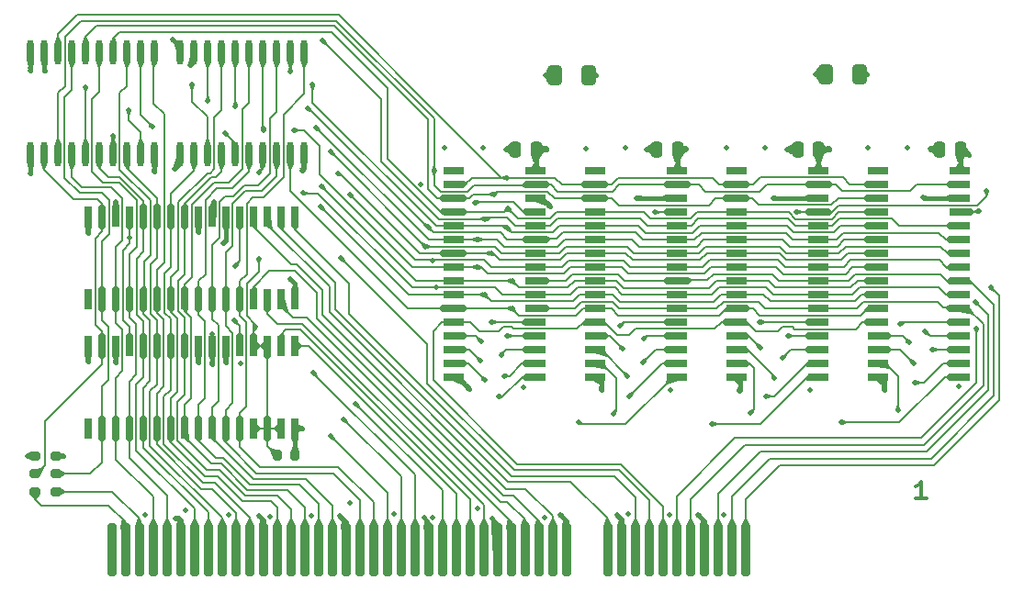
<source format=gbr>
%TF.GenerationSoftware,KiCad,Pcbnew,8.0.4*%
%TF.CreationDate,2024-09-02T10:09:59+02:00*%
%TF.ProjectId,sram,7372616d-2e6b-4696-9361-645f70636258,rev?*%
%TF.SameCoordinates,Original*%
%TF.FileFunction,Copper,L1,Top*%
%TF.FilePolarity,Positive*%
%FSLAX46Y46*%
G04 Gerber Fmt 4.6, Leading zero omitted, Abs format (unit mm)*
G04 Created by KiCad (PCBNEW 8.0.4) date 2024-09-02 10:09:59*
%MOMM*%
%LPD*%
G01*
G04 APERTURE LIST*
G04 Aperture macros list*
%AMRoundRect*
0 Rectangle with rounded corners*
0 $1 Rounding radius*
0 $2 $3 $4 $5 $6 $7 $8 $9 X,Y pos of 4 corners*
0 Add a 4 corners polygon primitive as box body*
4,1,4,$2,$3,$4,$5,$6,$7,$8,$9,$2,$3,0*
0 Add four circle primitives for the rounded corners*
1,1,$1+$1,$2,$3*
1,1,$1+$1,$4,$5*
1,1,$1+$1,$6,$7*
1,1,$1+$1,$8,$9*
0 Add four rect primitives between the rounded corners*
20,1,$1+$1,$2,$3,$4,$5,0*
20,1,$1+$1,$4,$5,$6,$7,0*
20,1,$1+$1,$6,$7,$8,$9,0*
20,1,$1+$1,$8,$9,$2,$3,0*%
G04 Aperture macros list end*
%ADD10C,0.300000*%
%TA.AperFunction,NonConductor*%
%ADD11C,0.300000*%
%TD*%
%TA.AperFunction,SMDPad,CuDef*%
%ADD12RoundRect,0.250000X0.250000X0.475000X-0.250000X0.475000X-0.250000X-0.475000X0.250000X-0.475000X0*%
%TD*%
%TA.AperFunction,SMDPad,CuDef*%
%ADD13R,1.900000X0.700000*%
%TD*%
%TA.AperFunction,ConnectorPad*%
%ADD14RoundRect,0.400000X-0.057000X-2.089000X0.057000X-2.089000X0.057000X2.089000X-0.057000X2.089000X0*%
%TD*%
%TA.AperFunction,SMDPad,CuDef*%
%ADD15RoundRect,0.200000X0.275000X-0.200000X0.275000X0.200000X-0.275000X0.200000X-0.275000X-0.200000X0*%
%TD*%
%TA.AperFunction,SMDPad,CuDef*%
%ADD16RoundRect,0.250000X0.412500X0.650000X-0.412500X0.650000X-0.412500X-0.650000X0.412500X-0.650000X0*%
%TD*%
%TA.AperFunction,SMDPad,CuDef*%
%ADD17R,0.700000X1.900000*%
%TD*%
%TA.AperFunction,SMDPad,CuDef*%
%ADD18O,0.600000X2.300000*%
%TD*%
%TA.AperFunction,SMDPad,CuDef*%
%ADD19RoundRect,0.200000X-0.200000X-0.275000X0.200000X-0.275000X0.200000X0.275000X-0.200000X0.275000X0*%
%TD*%
%TA.AperFunction,ViaPad*%
%ADD20C,0.500000*%
%TD*%
%TA.AperFunction,Conductor*%
%ADD21C,0.170000*%
%TD*%
%TA.AperFunction,Conductor*%
%ADD22C,0.400000*%
%TD*%
%TA.AperFunction,Conductor*%
%ADD23C,0.250000*%
%TD*%
%TA.AperFunction,Conductor*%
%ADD24C,0.300000*%
%TD*%
G04 APERTURE END LIST*
D10*
D11*
X223629328Y-102729008D02*
X222657899Y-102729008D01*
X223143613Y-102729008D02*
X223143613Y-101229008D01*
X223143613Y-101229008D02*
X222981709Y-101443294D01*
X222981709Y-101443294D02*
X222819804Y-101586151D01*
X222819804Y-101586151D02*
X222657899Y-101657580D01*
D12*
%TO.P,C3,1*%
%TO.N,+5V*%
X226750000Y-70530000D03*
%TO.P,C3,2*%
%TO.N,GND*%
X224850000Y-70530000D03*
%TD*%
D13*
%TO.P,U3,1,NC*%
%TO.N,unconnected-(U3-NC-Pad1)*%
X193053332Y-72517500D03*
%TO.P,U3,2,A16*%
%TO.N,Cache_A19*%
X193053332Y-73787500D03*
%TO.P,U3,3,A14*%
%TO.N,Cache_A17*%
X193053332Y-75057500D03*
%TO.P,U3,4,A12*%
%TO.N,Cache_A15*%
X193053332Y-76317500D03*
%TO.P,U3,5,A7*%
%TO.N,Cache_A10*%
X193053332Y-77597500D03*
%TO.P,U3,6,A6*%
%TO.N,Cache_A9*%
X193053332Y-78867500D03*
%TO.P,U3,7,A5*%
%TO.N,Cache_A8*%
X193053332Y-80127500D03*
%TO.P,U3,8,A4*%
%TO.N,Cache_A7*%
X193053332Y-81397500D03*
%TO.P,U3,9,A3*%
%TO.N,Cache_A6*%
X193053332Y-82677500D03*
%TO.P,U3,10,A2*%
%TO.N,Cache_A5*%
X193053332Y-83947500D03*
%TO.P,U3,11,A1*%
%TO.N,Cache_A4*%
X193053332Y-85207500D03*
%TO.P,U3,12,A0*%
%TO.N,CA3A*%
X193053332Y-86487500D03*
%TO.P,U3,13,I/O0*%
%TO.N,CPU_D16*%
X193053332Y-87757500D03*
%TO.P,U3,14,I/O1*%
%TO.N,CPU_D17*%
X193053332Y-89017500D03*
%TO.P,U3,15,I/O2*%
%TO.N,CPU_D18*%
X193053332Y-90287500D03*
%TO.P,U3,16,GND*%
%TO.N,GND*%
X193053332Y-91567500D03*
%TO.P,U3,17,I/O3*%
%TO.N,CPU_D19*%
X200653332Y-91567500D03*
%TO.P,U3,18,I/O4*%
%TO.N,CPU_D20*%
X200653332Y-90287500D03*
%TO.P,U3,19,I/O5*%
%TO.N,CPU_D21*%
X200653332Y-89017500D03*
%TO.P,U3,20,I/O6*%
%TO.N,CPU_D22*%
X200653332Y-87757500D03*
%TO.P,U3,21,I/O7*%
%TO.N,CPU_D23*%
X200653332Y-86487500D03*
%TO.P,U3,22,~{CE1}*%
%TO.N,CCSA*%
X200653332Y-85207500D03*
%TO.P,U3,23,A10*%
%TO.N,Cache_A13*%
X200653332Y-83947500D03*
%TO.P,U3,24,~{OE}*%
%TO.N,COEA*%
X200653332Y-82677500D03*
%TO.P,U3,25,A11*%
%TO.N,Cache_A14*%
X200653332Y-81397500D03*
%TO.P,U3,26,A9*%
%TO.N,Cache_A12*%
X200653332Y-80127500D03*
%TO.P,U3,27,A8*%
%TO.N,Cache_A11*%
X200653332Y-78867500D03*
%TO.P,U3,28,A13*%
%TO.N,Cache_A16*%
X200653332Y-77597500D03*
%TO.P,U3,29,~{WE}*%
%TO.N,CWE2*%
X200653332Y-76317500D03*
%TO.P,U3,30,CE2*%
%TO.N,+5V*%
X200653332Y-75057500D03*
%TO.P,U3,31,A15*%
%TO.N,Cache_A18*%
X200653332Y-73787500D03*
%TO.P,U3,32,VDD*%
%TO.N,+5V*%
X200653332Y-72517500D03*
%TD*%
%TO.P,U1,1,NC*%
%TO.N,unconnected-(U1-NC-Pad1)*%
X219120000Y-72517500D03*
%TO.P,U1,2,A16*%
%TO.N,Cache_A19*%
X219120000Y-73787500D03*
%TO.P,U1,3,A14*%
%TO.N,Cache_A17*%
X219120000Y-75057500D03*
%TO.P,U1,4,A12*%
%TO.N,Cache_A15*%
X219120000Y-76317500D03*
%TO.P,U1,5,A7*%
%TO.N,Cache_A10*%
X219120000Y-77597500D03*
%TO.P,U1,6,A6*%
%TO.N,Cache_A9*%
X219120000Y-78867500D03*
%TO.P,U1,7,A5*%
%TO.N,Cache_A8*%
X219120000Y-80127500D03*
%TO.P,U1,8,A4*%
%TO.N,Cache_A7*%
X219120000Y-81397500D03*
%TO.P,U1,9,A3*%
%TO.N,Cache_A6*%
X219120000Y-82677500D03*
%TO.P,U1,10,A2*%
%TO.N,Cache_A5*%
X219120000Y-83947500D03*
%TO.P,U1,11,A1*%
%TO.N,Cache_A4*%
X219120000Y-85207500D03*
%TO.P,U1,12,A0*%
%TO.N,CA3A*%
X219120000Y-86487500D03*
%TO.P,U1,13,I/O0*%
%TO.N,CPU_D0*%
X219120000Y-87757500D03*
%TO.P,U1,14,I/O1*%
%TO.N,CPU_D1*%
X219120000Y-89017500D03*
%TO.P,U1,15,I/O2*%
%TO.N,CPU_D2*%
X219120000Y-90287500D03*
%TO.P,U1,16,GND*%
%TO.N,GND*%
X219120000Y-91567500D03*
%TO.P,U1,17,I/O3*%
%TO.N,CPU_D3*%
X226720000Y-91567500D03*
%TO.P,U1,18,I/O4*%
%TO.N,CPU_D4*%
X226720000Y-90287500D03*
%TO.P,U1,19,I/O5*%
%TO.N,CPU_D5*%
X226720000Y-89017500D03*
%TO.P,U1,20,I/O6*%
%TO.N,CPU_D6*%
X226720000Y-87757500D03*
%TO.P,U1,21,I/O7*%
%TO.N,CPU_D7*%
X226720000Y-86487500D03*
%TO.P,U1,22,~{CE1}*%
%TO.N,CCSA*%
X226720000Y-85207500D03*
%TO.P,U1,23,A10*%
%TO.N,Cache_A13*%
X226720000Y-83947500D03*
%TO.P,U1,24,~{OE}*%
%TO.N,COEA*%
X226720000Y-82677500D03*
%TO.P,U1,25,A11*%
%TO.N,Cache_A14*%
X226720000Y-81397500D03*
%TO.P,U1,26,A9*%
%TO.N,Cache_A12*%
X226720000Y-80127500D03*
%TO.P,U1,27,A8*%
%TO.N,Cache_A11*%
X226720000Y-78867500D03*
%TO.P,U1,28,A13*%
%TO.N,Cache_A16*%
X226720000Y-77597500D03*
%TO.P,U1,29,~{WE}*%
%TO.N,CWE0*%
X226720000Y-76317500D03*
%TO.P,U1,30,CE2*%
%TO.N,+5V*%
X226720000Y-75057500D03*
%TO.P,U1,31,A15*%
%TO.N,Cache_A18*%
X226720000Y-73787500D03*
%TO.P,U1,32,VDD*%
%TO.N,+5V*%
X226720000Y-72517500D03*
%TD*%
D14*
%TO.P,J1,a1*%
%TO.N,COEB*%
X206930000Y-107500000D03*
%TO.P,J1,a2*%
%TO.N,COEA*%
X205660000Y-107500000D03*
%TO.P,J1,a3*%
%TO.N,CCSB*%
X204390000Y-107500000D03*
%TO.P,J1,a4*%
%TO.N,+5V*%
X203120000Y-107500000D03*
%TO.P,J1,a5*%
%TO.N,CCSA*%
X201850000Y-107500000D03*
%TO.P,J1,a6*%
%TO.N,CA3BA2*%
X200580000Y-107500000D03*
%TO.P,J1,a7*%
%TO.N,CA3A*%
X199310000Y-107500000D03*
%TO.P,J1,a8*%
%TO.N,TAG_WE*%
X198040000Y-107500000D03*
%TO.P,J1,a9*%
%TO.N,TAG_Q0*%
X196770000Y-107500000D03*
%TO.P,J1,a10*%
%TO.N,+5V*%
X195500000Y-107500000D03*
%TO.P,J1,a11*%
%TO.N,TAG_Q1*%
X194230000Y-107500000D03*
%TO.P,J1,a14*%
%TO.N,+5V*%
X190420000Y-107500000D03*
%TO.P,J1,a15*%
%TO.N,TAG_Q2*%
X189150000Y-107500000D03*
%TO.P,J1,a16*%
%TO.N,TAG_Q3*%
X187880000Y-107500000D03*
%TO.P,J1,a17*%
%TO.N,TAG_Q4*%
X186610000Y-107500000D03*
%TO.P,J1,a18*%
%TO.N,TAG_Q5*%
X185340000Y-107500000D03*
%TO.P,J1,a19*%
%TO.N,+5V*%
X184070000Y-107500000D03*
%TO.P,J1,a20*%
%TO.N,TAG_Q6*%
X182800000Y-107500000D03*
%TO.P,J1,a21*%
%TO.N,TAG_Q7*%
X181530000Y-107500000D03*
%TO.P,J1,a22*%
%TO.N,TAG_Q8*%
X180260000Y-107500000D03*
%TO.P,J1,a23*%
%TO.N,CWE0*%
X178990000Y-107500000D03*
%TO.P,J1,a24*%
%TO.N,+5V*%
X177720000Y-107500000D03*
%TO.P,J1,a25*%
%TO.N,CWE1*%
X176450000Y-107500000D03*
%TO.P,J1,a26*%
%TO.N,CWE2*%
X175180000Y-107500000D03*
%TO.P,J1,a27*%
%TO.N,CWE3*%
X173910000Y-107500000D03*
%TO.P,J1,a28*%
%TO.N,CPU_A4*%
X172640000Y-107500000D03*
%TO.P,J1,a29*%
%TO.N,CPU_A5*%
X171370000Y-107500000D03*
%TO.P,J1,a30*%
%TO.N,+5V*%
X170100000Y-107500000D03*
%TO.P,J1,a31*%
%TO.N,CPU_A6*%
X168830000Y-107500000D03*
%TO.P,J1,a32*%
%TO.N,CPU_A7*%
X167560000Y-107500000D03*
%TO.P,J1,a33*%
%TO.N,CPU_A8*%
X166290000Y-107500000D03*
%TO.P,J1,a34*%
%TO.N,CPU_A9*%
X165020000Y-107500000D03*
%TO.P,J1,a35*%
%TO.N,CPU_A10*%
X163750000Y-107500000D03*
%TO.P,J1,a36*%
%TO.N,+5V*%
X162480000Y-107500000D03*
%TO.P,J1,a37*%
%TO.N,CPU_A11*%
X161210000Y-107500000D03*
%TO.P,J1,a38*%
%TO.N,CPU_A12*%
X159940000Y-107500000D03*
%TO.P,J1,a39*%
%TO.N,CPU_A13*%
X158670000Y-107500000D03*
%TO.P,J1,a40*%
%TO.N,CPU_A14*%
X157400000Y-107500000D03*
%TO.P,J1,a41*%
%TO.N,CPU_A15*%
X156130000Y-107500000D03*
%TO.P,J1,a42*%
%TO.N,+5V*%
X154860000Y-107500000D03*
%TO.P,J1,a43*%
%TO.N,CPU_A16*%
X153590000Y-107500000D03*
%TO.P,J1,a44*%
%TO.N,CPU_A17*%
X152320000Y-107500000D03*
%TO.P,J1,a45*%
%TO.N,CPU_A18*%
X151050000Y-107500000D03*
%TO.P,J1,a46*%
%TO.N,CPU_A19*%
X149780000Y-107500000D03*
%TO.P,J1,a47*%
%TO.N,unconnected-(J1-Pada47)*%
X148510000Y-107500000D03*
%TD*%
D15*
%TO.P,R2,1*%
%TO.N,CPU_A18*%
X143340000Y-102130000D03*
%TO.P,R2,2*%
%TO.N,JPU_A18*%
X143340000Y-100480000D03*
%TD*%
%TO.P,R5,1*%
%TO.N,JPU_A19*%
X141470000Y-100480000D03*
%TO.P,R5,2*%
%TO.N,GND*%
X141470000Y-98830000D03*
%TD*%
%TO.P,R3,1*%
%TO.N,CPU_A19*%
X141470000Y-102130000D03*
%TO.P,R3,2*%
%TO.N,JPU_A19*%
X141470000Y-100480000D03*
%TD*%
D12*
%TO.P,C5,1*%
%TO.N,+5V*%
X187630000Y-70530000D03*
%TO.P,C5,2*%
%TO.N,GND*%
X185730000Y-70530000D03*
%TD*%
%TO.P,C4,1*%
%TO.N,+5V*%
X200680000Y-70530000D03*
%TO.P,C4,2*%
%TO.N,GND*%
X198780000Y-70530000D03*
%TD*%
D16*
%TO.P,C1,1*%
%TO.N,+5V*%
X217462500Y-63590000D03*
%TO.P,C1,2*%
%TO.N,GND*%
X214337500Y-63590000D03*
%TD*%
D17*
%TO.P,U9,1,NC*%
%TO.N,unconnected-(U9-NC-Pad1)*%
X146340000Y-96290000D03*
%TO.P,U9,2,A16*%
%TO.N,JPU_A18*%
X147610000Y-96290000D03*
%TO.P,U9,3,A14*%
%TO.N,CPU_A17*%
X148880000Y-96290000D03*
%TO.P,U9,4,A12*%
%TO.N,CPU_A16*%
X150140000Y-96290000D03*
%TO.P,U9,5,A7*%
%TO.N,CPU_A14*%
X151420000Y-96290000D03*
%TO.P,U9,6,A6*%
%TO.N,CPU_A12*%
X152690000Y-96290000D03*
%TO.P,U9,7,A5*%
%TO.N,CPU_A10*%
X153950000Y-96290000D03*
%TO.P,U9,8,A4*%
%TO.N,CPU_A8*%
X155220000Y-96290000D03*
%TO.P,U9,9,A3*%
%TO.N,CPU_A7*%
X156500000Y-96290000D03*
%TO.P,U9,10,A2*%
%TO.N,CPU_A6*%
X157770000Y-96290000D03*
%TO.P,U9,11,A1*%
%TO.N,CPU_A5*%
X159030000Y-96290000D03*
%TO.P,U9,12,A0*%
%TO.N,CPU_A4*%
X160310000Y-96290000D03*
%TO.P,U9,13,I/O0*%
%TO.N,TIO10*%
X161580000Y-96290000D03*
%TO.P,U9,14,I/O1*%
X162840000Y-96290000D03*
%TO.P,U9,15,I/O2*%
X164110000Y-96290000D03*
%TO.P,U9,16,GND*%
%TO.N,GND*%
X165390000Y-96290000D03*
%TO.P,U9,17,I/O3*%
%TO.N,TAG_Q8*%
X165390000Y-88690000D03*
%TO.P,U9,18,I/O4*%
%TO.N,TAG_Q7*%
X164110000Y-88690000D03*
%TO.P,U9,19,I/O5*%
%TO.N,TIO10*%
X162840000Y-88690000D03*
%TO.P,U9,20,I/O6*%
X161580000Y-88690000D03*
%TO.P,U9,21,I/O7*%
X160310000Y-88690000D03*
%TO.P,U9,22,~{CE1}*%
%TO.N,GND*%
X159030000Y-88690000D03*
%TO.P,U9,23,A10*%
%TO.N,+5V*%
X157770000Y-88690000D03*
%TO.P,U9,24,~{OE}*%
%TO.N,GND*%
X156500000Y-88690000D03*
%TO.P,U9,25,A11*%
%TO.N,CPU_A9*%
X155220000Y-88690000D03*
%TO.P,U9,26,A9*%
%TO.N,CPU_A11*%
X153950000Y-88690000D03*
%TO.P,U9,27,A8*%
%TO.N,CPU_A13*%
X152690000Y-88690000D03*
%TO.P,U9,28,A13*%
%TO.N,CPU_A15*%
X151420000Y-88690000D03*
%TO.P,U9,29,~{WE}*%
%TO.N,TAG_WE*%
X150140000Y-88690000D03*
%TO.P,U9,30,CE2*%
%TO.N,+5V*%
X148880000Y-88690000D03*
%TO.P,U9,31,A15*%
%TO.N,JPU_A19*%
X147610000Y-88690000D03*
%TO.P,U9,32,VDD*%
%TO.N,+5V*%
X146340000Y-88690000D03*
%TD*%
D18*
%TO.P,U12,20,VCC*%
%TO.N,+5V*%
X154830343Y-61600721D03*
%TO.P,U12,19,~{2OE}*%
%TO.N,GND*%
X156100343Y-61600721D03*
%TO.P,U12,18,1Y1*%
%TO.N,Cache_A11*%
X157370343Y-61600721D03*
%TO.P,U12,17,2A4*%
%TO.N,CPU_A10*%
X158640343Y-61600721D03*
%TO.P,U12,16,1Y2*%
%TO.N,Cache_A9*%
X159910343Y-61600721D03*
%TO.P,U12,15,2A3*%
%TO.N,CPU_A8*%
X161170343Y-61600721D03*
%TO.P,U12,14,1Y3*%
%TO.N,Cache_A7*%
X162450343Y-61600721D03*
%TO.P,U12,13,2A2*%
%TO.N,CPU_A6*%
X163720343Y-61600721D03*
%TO.P,U12,12,1Y4*%
%TO.N,Cache_A5*%
X164990343Y-61600721D03*
%TO.P,U12,11,2A1*%
%TO.N,CPU_A4*%
X166260343Y-61600721D03*
%TO.P,U12,10,GND*%
%TO.N,GND*%
X166260343Y-71000721D03*
%TO.P,U12,9,2Y1*%
%TO.N,Cache_A4*%
X164990343Y-71000721D03*
%TO.P,U12,8,1A4*%
%TO.N,CPU_A5*%
X163720343Y-71000721D03*
%TO.P,U12,7,2Y2*%
%TO.N,Cache_A6*%
X162450343Y-71000721D03*
%TO.P,U12,6,1A3*%
%TO.N,CPU_A7*%
X161170343Y-71000721D03*
%TO.P,U12,5,2Y3*%
%TO.N,Cache_A8*%
X159910343Y-71000721D03*
%TO.P,U12,4,1A2*%
%TO.N,CPU_A9*%
X158640343Y-71000721D03*
%TO.P,U12,3,2Y4*%
%TO.N,Cache_A10*%
X157370343Y-71000721D03*
%TO.P,U12,2,1A1*%
%TO.N,CPU_A11*%
X156100343Y-71000721D03*
%TO.P,U12,1,~{1OE}*%
%TO.N,GND*%
X154830343Y-71000721D03*
%TD*%
%TO.P,U11,1,~{1OE}*%
%TO.N,GND*%
X141020343Y-71000721D03*
%TO.P,U11,2,1A1*%
%TO.N,JPU_A19*%
X142290343Y-71000721D03*
%TO.P,U11,3,2Y4*%
%TO.N,Cache_A18*%
X143560343Y-71000721D03*
%TO.P,U11,4,1A2*%
%TO.N,CPU_A17*%
X144830343Y-71000721D03*
%TO.P,U11,5,2Y3*%
%TO.N,Cache_A16*%
X146100343Y-71000721D03*
%TO.P,U11,6,1A3*%
%TO.N,CPU_A15*%
X147360343Y-71000721D03*
%TO.P,U11,7,2Y2*%
%TO.N,Cache_A14*%
X148640343Y-71000721D03*
%TO.P,U11,8,1A4*%
%TO.N,CPU_A13*%
X149910343Y-71000721D03*
%TO.P,U11,9,2Y1*%
%TO.N,Cache_A12*%
X151180343Y-71000721D03*
%TO.P,U11,10,GND*%
%TO.N,GND*%
X152450343Y-71000721D03*
%TO.P,U11,11,2A1*%
%TO.N,CPU_A12*%
X152450343Y-61600721D03*
%TO.P,U11,12,1Y4*%
%TO.N,Cache_A13*%
X151180343Y-61600721D03*
%TO.P,U11,13,2A2*%
%TO.N,CPU_A14*%
X149910343Y-61600721D03*
%TO.P,U11,14,1Y3*%
%TO.N,Cache_A15*%
X148640343Y-61600721D03*
%TO.P,U11,15,2A3*%
%TO.N,CPU_A16*%
X147360343Y-61600721D03*
%TO.P,U11,16,1Y2*%
%TO.N,Cache_A17*%
X146100343Y-61600721D03*
%TO.P,U11,17,2A4*%
%TO.N,JPU_A18*%
X144830343Y-61600721D03*
%TO.P,U11,18,1Y1*%
%TO.N,Cache_A19*%
X143560343Y-61600721D03*
%TO.P,U11,19,~{2OE}*%
%TO.N,GND*%
X142290343Y-61600721D03*
%TO.P,U11,20,VCC*%
%TO.N,+5V*%
X141020343Y-61600721D03*
%TD*%
D15*
%TO.P,R4,1*%
%TO.N,JPU_A18*%
X143340000Y-100480000D03*
%TO.P,R4,2*%
%TO.N,GND*%
X143340000Y-98830000D03*
%TD*%
D16*
%TO.P,C2,1*%
%TO.N,+5V*%
X192452500Y-63720000D03*
%TO.P,C2,2*%
%TO.N,GND*%
X189327500Y-63720000D03*
%TD*%
D13*
%TO.P,U4,1,NC*%
%TO.N,unconnected-(U4-NC-Pad1)*%
X180006666Y-72517500D03*
%TO.P,U4,2,A16*%
%TO.N,Cache_A19*%
X180006666Y-73787500D03*
%TO.P,U4,3,A14*%
%TO.N,Cache_A17*%
X180006666Y-75057500D03*
%TO.P,U4,4,A12*%
%TO.N,Cache_A15*%
X180006666Y-76317500D03*
%TO.P,U4,5,A7*%
%TO.N,Cache_A10*%
X180006666Y-77597500D03*
%TO.P,U4,6,A6*%
%TO.N,Cache_A9*%
X180006666Y-78867500D03*
%TO.P,U4,7,A5*%
%TO.N,Cache_A8*%
X180006666Y-80127500D03*
%TO.P,U4,8,A4*%
%TO.N,Cache_A7*%
X180006666Y-81397500D03*
%TO.P,U4,9,A3*%
%TO.N,Cache_A6*%
X180006666Y-82677500D03*
%TO.P,U4,10,A2*%
%TO.N,Cache_A5*%
X180006666Y-83947500D03*
%TO.P,U4,11,A1*%
%TO.N,Cache_A4*%
X180006666Y-85207500D03*
%TO.P,U4,12,A0*%
%TO.N,CA3A*%
X180006666Y-86487500D03*
%TO.P,U4,13,I/O0*%
%TO.N,CPU_D24*%
X180006666Y-87757500D03*
%TO.P,U4,14,I/O1*%
%TO.N,CPU_D25*%
X180006666Y-89017500D03*
%TO.P,U4,15,I/O2*%
%TO.N,CPU_D26*%
X180006666Y-90287500D03*
%TO.P,U4,16,GND*%
%TO.N,GND*%
X180006666Y-91567500D03*
%TO.P,U4,17,I/O3*%
%TO.N,CPU_D27*%
X187606666Y-91567500D03*
%TO.P,U4,18,I/O4*%
%TO.N,CPU_D28*%
X187606666Y-90287500D03*
%TO.P,U4,19,I/O5*%
%TO.N,CPU_D29*%
X187606666Y-89017500D03*
%TO.P,U4,20,I/O6*%
%TO.N,CPU_D30*%
X187606666Y-87757500D03*
%TO.P,U4,21,I/O7*%
%TO.N,CPU_D31*%
X187606666Y-86487500D03*
%TO.P,U4,22,~{CE1}*%
%TO.N,CCSA*%
X187606666Y-85207500D03*
%TO.P,U4,23,A10*%
%TO.N,Cache_A13*%
X187606666Y-83947500D03*
%TO.P,U4,24,~{OE}*%
%TO.N,COEA*%
X187606666Y-82677500D03*
%TO.P,U4,25,A11*%
%TO.N,Cache_A14*%
X187606666Y-81397500D03*
%TO.P,U4,26,A9*%
%TO.N,Cache_A12*%
X187606666Y-80127500D03*
%TO.P,U4,27,A8*%
%TO.N,Cache_A11*%
X187606666Y-78867500D03*
%TO.P,U4,28,A13*%
%TO.N,Cache_A16*%
X187606666Y-77597500D03*
%TO.P,U4,29,~{WE}*%
%TO.N,CWE3*%
X187606666Y-76317500D03*
%TO.P,U4,30,CE2*%
%TO.N,+5V*%
X187606666Y-75057500D03*
%TO.P,U4,31,A15*%
%TO.N,Cache_A18*%
X187606666Y-73787500D03*
%TO.P,U4,32,VDD*%
%TO.N,+5V*%
X187606666Y-72517500D03*
%TD*%
D19*
%TO.P,R1,1*%
%TO.N,TIO10*%
X163755000Y-98790000D03*
%TO.P,R1,2*%
%TO.N,GND*%
X165405000Y-98790000D03*
%TD*%
D17*
%TO.P,U10,1,NC*%
%TO.N,unconnected-(U10-NC-Pad1)*%
X146370000Y-84360000D03*
%TO.P,U10,2,A16*%
%TO.N,JPU_A18*%
X147640000Y-84360000D03*
%TO.P,U10,3,A14*%
%TO.N,CPU_A17*%
X148910000Y-84360000D03*
%TO.P,U10,4,A12*%
%TO.N,CPU_A16*%
X150170000Y-84360000D03*
%TO.P,U10,5,A7*%
%TO.N,CPU_A14*%
X151450000Y-84360000D03*
%TO.P,U10,6,A6*%
%TO.N,CPU_A12*%
X152720000Y-84360000D03*
%TO.P,U10,7,A5*%
%TO.N,CPU_A10*%
X153980000Y-84360000D03*
%TO.P,U10,8,A4*%
%TO.N,CPU_A8*%
X155250000Y-84360000D03*
%TO.P,U10,9,A3*%
%TO.N,CPU_A7*%
X156530000Y-84360000D03*
%TO.P,U10,10,A2*%
%TO.N,CPU_A6*%
X157800000Y-84360000D03*
%TO.P,U10,11,A1*%
%TO.N,CPU_A5*%
X159060000Y-84360000D03*
%TO.P,U10,12,A0*%
%TO.N,CPU_A4*%
X160340000Y-84360000D03*
%TO.P,U10,13,I/O0*%
%TO.N,TAG_Q4*%
X161610000Y-84360000D03*
%TO.P,U10,14,I/O1*%
%TO.N,TAG_Q6*%
X162870000Y-84360000D03*
%TO.P,U10,15,I/O2*%
%TO.N,TAG_Q5*%
X164140000Y-84360000D03*
%TO.P,U10,16,GND*%
%TO.N,GND*%
X165420000Y-84360000D03*
%TO.P,U10,17,I/O3*%
%TO.N,TAG_Q0*%
X165420000Y-76760000D03*
%TO.P,U10,18,I/O4*%
%TO.N,TAG_Q1*%
X164140000Y-76760000D03*
%TO.P,U10,19,I/O5*%
%TO.N,TAG_Q2*%
X162870000Y-76760000D03*
%TO.P,U10,20,I/O6*%
%TO.N,TAG_Q3*%
X161610000Y-76760000D03*
%TO.P,U10,21,I/O7*%
%TO.N,TIO10*%
X160340000Y-76760000D03*
%TO.P,U10,22,~{CE1}*%
%TO.N,GND*%
X159060000Y-76760000D03*
%TO.P,U10,23,A10*%
%TO.N,+5V*%
X157800000Y-76760000D03*
%TO.P,U10,24,~{OE}*%
%TO.N,GND*%
X156530000Y-76760000D03*
%TO.P,U10,25,A11*%
%TO.N,CPU_A9*%
X155250000Y-76760000D03*
%TO.P,U10,26,A9*%
%TO.N,CPU_A11*%
X153980000Y-76760000D03*
%TO.P,U10,27,A8*%
%TO.N,CPU_A13*%
X152720000Y-76760000D03*
%TO.P,U10,28,A13*%
%TO.N,CPU_A15*%
X151450000Y-76760000D03*
%TO.P,U10,29,~{WE}*%
%TO.N,TAG_WE*%
X150170000Y-76760000D03*
%TO.P,U10,30,CE2*%
%TO.N,+5V*%
X148910000Y-76760000D03*
%TO.P,U10,31,A15*%
%TO.N,JPU_A19*%
X147640000Y-76760000D03*
%TO.P,U10,32,VDD*%
%TO.N,+5V*%
X146370000Y-76760000D03*
%TD*%
D13*
%TO.P,U2,1,NC*%
%TO.N,unconnected-(U2-NC-Pad1)*%
X206076666Y-72517500D03*
%TO.P,U2,2,A16*%
%TO.N,Cache_A19*%
X206076666Y-73787500D03*
%TO.P,U2,3,A14*%
%TO.N,Cache_A17*%
X206076666Y-75057500D03*
%TO.P,U2,4,A12*%
%TO.N,Cache_A15*%
X206076666Y-76317500D03*
%TO.P,U2,5,A7*%
%TO.N,Cache_A10*%
X206076666Y-77597500D03*
%TO.P,U2,6,A6*%
%TO.N,Cache_A9*%
X206076666Y-78867500D03*
%TO.P,U2,7,A5*%
%TO.N,Cache_A8*%
X206076666Y-80127500D03*
%TO.P,U2,8,A4*%
%TO.N,Cache_A7*%
X206076666Y-81397500D03*
%TO.P,U2,9,A3*%
%TO.N,Cache_A6*%
X206076666Y-82677500D03*
%TO.P,U2,10,A2*%
%TO.N,Cache_A5*%
X206076666Y-83947500D03*
%TO.P,U2,11,A1*%
%TO.N,Cache_A4*%
X206076666Y-85207500D03*
%TO.P,U2,12,A0*%
%TO.N,CA3A*%
X206076666Y-86487500D03*
%TO.P,U2,13,I/O0*%
%TO.N,CPU_D8*%
X206076666Y-87757500D03*
%TO.P,U2,14,I/O1*%
%TO.N,CPU_D9*%
X206076666Y-89017500D03*
%TO.P,U2,15,I/O2*%
%TO.N,CPU_D10*%
X206076666Y-90287500D03*
%TO.P,U2,16,GND*%
%TO.N,GND*%
X206076666Y-91567500D03*
%TO.P,U2,17,I/O3*%
%TO.N,CPU_D11*%
X213676666Y-91567500D03*
%TO.P,U2,18,I/O4*%
%TO.N,CPU_D12*%
X213676666Y-90287500D03*
%TO.P,U2,19,I/O5*%
%TO.N,CPU_D13*%
X213676666Y-89017500D03*
%TO.P,U2,20,I/O6*%
%TO.N,CPU_D14*%
X213676666Y-87757500D03*
%TO.P,U2,21,I/O7*%
%TO.N,CPU_D15*%
X213676666Y-86487500D03*
%TO.P,U2,22,~{CE1}*%
%TO.N,CCSA*%
X213676666Y-85207500D03*
%TO.P,U2,23,A10*%
%TO.N,Cache_A13*%
X213676666Y-83947500D03*
%TO.P,U2,24,~{OE}*%
%TO.N,COEA*%
X213676666Y-82677500D03*
%TO.P,U2,25,A11*%
%TO.N,Cache_A14*%
X213676666Y-81397500D03*
%TO.P,U2,26,A9*%
%TO.N,Cache_A12*%
X213676666Y-80127500D03*
%TO.P,U2,27,A8*%
%TO.N,Cache_A11*%
X213676666Y-78867500D03*
%TO.P,U2,28,A13*%
%TO.N,Cache_A16*%
X213676666Y-77597500D03*
%TO.P,U2,29,~{WE}*%
%TO.N,CWE1*%
X213676666Y-76317500D03*
%TO.P,U2,30,CE2*%
%TO.N,+5V*%
X213676666Y-75057500D03*
%TO.P,U2,31,A15*%
%TO.N,Cache_A18*%
X213676666Y-73787500D03*
%TO.P,U2,32,VDD*%
%TO.N,+5V*%
X213676666Y-72517500D03*
%TD*%
D12*
%TO.P,C6,1*%
%TO.N,+5V*%
X213670000Y-70530000D03*
%TO.P,C6,2*%
%TO.N,GND*%
X211770000Y-70530000D03*
%TD*%
D20*
%TO.N,+5V*%
X148880000Y-90210000D03*
X227560000Y-71090000D03*
X157760000Y-90360000D03*
X148900000Y-75380000D03*
X162100000Y-104350000D03*
X209540000Y-75057500D03*
X218220000Y-70420000D03*
X201450000Y-70480000D03*
X196880000Y-75010000D03*
X146360000Y-90100000D03*
X202600000Y-104300000D03*
X154150000Y-60410000D03*
X146360000Y-78230000D03*
X177030000Y-73780000D03*
X189900000Y-104300000D03*
X188930000Y-75780000D03*
X192200000Y-70440000D03*
X177300000Y-104550000D03*
X193130707Y-63720707D03*
X179170000Y-70380000D03*
X195100000Y-104300000D03*
X214700000Y-70480000D03*
X188570000Y-70510000D03*
X223330000Y-74990000D03*
X218149000Y-63590000D03*
X169540000Y-104370000D03*
X154380000Y-104590000D03*
X157770000Y-87550000D03*
X205190000Y-70380000D03*
X140970000Y-63240000D03*
X183570000Y-104620000D03*
X157910000Y-75370000D03*
%TO.N,Cache_A17*%
X183740000Y-74690000D03*
%TO.N,Cache_A15*%
X185044231Y-76000000D03*
%TO.N,Cache_A10*%
X155900000Y-64550000D03*
X184948750Y-77751250D03*
X167040000Y-64550000D03*
%TO.N,Cache_A9*%
X182245000Y-78857500D03*
X167380000Y-68510000D03*
X159910000Y-66550000D03*
%TO.N,Cache_A8*%
X169380000Y-72770000D03*
X183475000Y-80127500D03*
X158980000Y-69070000D03*
%TO.N,Cache_A7*%
X165280000Y-68800000D03*
X162510000Y-68760000D03*
X182245000Y-81397500D03*
%TO.N,Cache_A6*%
X167840000Y-73910000D03*
X162060000Y-72670000D03*
X185420000Y-82667500D03*
%TO.N,Cache_A5*%
X167790000Y-75800000D03*
X165000000Y-63390000D03*
X182880000Y-83937500D03*
%TO.N,Cache_A4*%
X185420000Y-85207500D03*
%TO.N,Cache_A13*%
X152240000Y-68430000D03*
X178435000Y-83300000D03*
X166140000Y-74560000D03*
%TO.N,Cache_A14*%
X170500000Y-74730000D03*
X148650000Y-69320000D03*
X178070000Y-80770000D03*
%TO.N,CPU_D0*%
X222000000Y-88325000D03*
%TO.N,CPU_D2*%
X220980000Y-94615000D03*
%TO.N,CPU_D1*%
X222460169Y-90306231D03*
%TO.N,CPU_D3*%
X215732500Y-95717500D03*
%TO.N,GND*%
X188450000Y-104550000D03*
X199900000Y-104250000D03*
X195870000Y-70420000D03*
X224000000Y-70510000D03*
X141050000Y-72780000D03*
X226590000Y-92380000D03*
X155350000Y-103850000D03*
X170440000Y-103160000D03*
X160400000Y-90270000D03*
X140712500Y-98832500D03*
X154320000Y-72320000D03*
X210750000Y-70550000D03*
X166070000Y-96290000D03*
X219710000Y-92710000D03*
X156530000Y-78160000D03*
X152430000Y-72600000D03*
X151590000Y-104290000D03*
X196150000Y-104200000D03*
X197780000Y-70550000D03*
X204950000Y-104300000D03*
X184830000Y-70550000D03*
X213399000Y-63590000D03*
X200025000Y-92710000D03*
X193675000Y-92710000D03*
X174500000Y-104150000D03*
X181497913Y-92628747D03*
X155750000Y-62760000D03*
X221890000Y-70400000D03*
X144062500Y-98812500D03*
X158830000Y-79200000D03*
X212870501Y-92769051D03*
X156490000Y-90170000D03*
X142340000Y-63290000D03*
X208770000Y-70400000D03*
X159300000Y-104250000D03*
X163100000Y-104400000D03*
X206375000Y-92839545D03*
X166900000Y-104350000D03*
X188515707Y-63720707D03*
X159040000Y-90210000D03*
X182730000Y-70400000D03*
X164990000Y-82520000D03*
X166030000Y-72470000D03*
X182240000Y-103690000D03*
X186507111Y-92527800D03*
X178100000Y-104550000D03*
%TO.N,CPU_D4*%
X222546404Y-92055562D03*
%TO.N,CPU_D5*%
X224155000Y-89017500D03*
%TO.N,CPU_D6*%
X223511411Y-87314026D03*
%TO.N,CPU_D7*%
X221159539Y-86666525D03*
%TO.N,CPU_D8*%
X208319342Y-88846402D03*
%TO.N,CPU_D9*%
X209625181Y-91679826D03*
%TO.N,CPU_D10*%
X207399766Y-94850235D03*
%TO.N,CPU_D11*%
X203835000Y-95885000D03*
%TO.N,CPU_D12*%
X208820324Y-93305965D03*
%TO.N,CPU_D13*%
X210339697Y-89815515D03*
%TO.N,CPU_D14*%
X210820000Y-87747500D03*
%TO.N,CPU_D15*%
X208257692Y-86474851D03*
%TO.N,CPU_D16*%
X195580000Y-88900000D03*
%TO.N,CPU_D17*%
X196075000Y-91440000D03*
%TO.N,CPU_D18*%
X194800655Y-94949346D03*
%TO.N,CPU_D19*%
X191540000Y-95710000D03*
%TO.N,CPU_D20*%
X196215000Y-93345000D03*
%TO.N,CPU_D21*%
X197485000Y-90170000D03*
%TO.N,CPU_D22*%
X197552512Y-88021029D03*
%TO.N,CPU_D23*%
X195401600Y-86844235D03*
%TO.N,CPU_D24*%
X182561048Y-88252171D03*
%TO.N,CPU_D25*%
X182484853Y-90022033D03*
%TO.N,CPU_D26*%
X182880000Y-91779577D03*
%TO.N,CPU_D27*%
X184150000Y-93345000D03*
%TO.N,CPU_D28*%
X184726953Y-91459277D03*
%TO.N,CPU_D29*%
X184403650Y-89490823D03*
%TO.N,CPU_D30*%
X184950000Y-87747500D03*
%TO.N,CPU_D31*%
X183515000Y-86477500D03*
%TO.N,Cache_A12*%
X168665000Y-70715000D03*
X150100000Y-66940000D03*
X177450000Y-79500000D03*
%TO.N,Cache_A11*%
X157370000Y-66090000D03*
X166570000Y-66730000D03*
X177650000Y-77690000D03*
%TO.N,TAG_WE*%
X169620000Y-80550000D03*
X150140000Y-78690000D03*
%TO.N,Cache_A16*%
X167920000Y-60480000D03*
X182950000Y-76958666D03*
X146120000Y-64770000D03*
%TO.N,CWE0*%
X228460554Y-76228256D03*
X170975000Y-93985000D03*
%TO.N,CWE1*%
X211625000Y-76317500D03*
X167090000Y-91160000D03*
X229170000Y-74390000D03*
%TO.N,CWE2*%
X198570000Y-76360000D03*
X169920000Y-95430000D03*
%TO.N,CWE3*%
X182010000Y-75460000D03*
X168660000Y-97000000D03*
%TO.N,COEB*%
X229532223Y-83300000D03*
%TO.N,CCSB*%
X228151560Y-84641560D03*
%TO.N,CA3BA2*%
X228230000Y-87040000D03*
%TO.N,TIO10*%
X162070000Y-80610000D03*
X159800000Y-86350000D03*
X159870000Y-81280000D03*
X161790000Y-86880000D03*
%TO.N,Cache_A19*%
X184940000Y-73150000D03*
%TO.N,Cache_A18*%
X178240000Y-72510000D03*
%TD*%
D21*
%TO.N,CPU_A10*%
X158640343Y-66919657D02*
X158640343Y-61600721D01*
X157980000Y-72350000D02*
X157980000Y-67580000D01*
X157980000Y-67580000D02*
X158640343Y-66919657D01*
X157600000Y-72730000D02*
X157980000Y-72350000D01*
X154620000Y-75430000D02*
X157320000Y-72730000D01*
X154620000Y-81670000D02*
X154620000Y-75430000D01*
X153980000Y-82310000D02*
X154620000Y-81670000D01*
X157320000Y-72730000D02*
X157600000Y-72730000D01*
X153980000Y-84360000D02*
X153980000Y-82310000D01*
%TO.N,CPU_A9*%
X158640343Y-72619657D02*
X158640343Y-71000721D01*
X158140000Y-73120000D02*
X158640343Y-72619657D01*
X157690000Y-73120000D02*
X158140000Y-73120000D01*
X155250000Y-75560000D02*
X157690000Y-73120000D01*
X155250000Y-76760000D02*
X155250000Y-75560000D01*
%TO.N,CPU_A5*%
X163720343Y-72979657D02*
X163720343Y-71000721D01*
X160860000Y-74390000D02*
X162310000Y-74390000D01*
X159670000Y-79430000D02*
X159670000Y-75580000D01*
X162310000Y-74390000D02*
X163720343Y-72979657D01*
X159060000Y-80040000D02*
X159670000Y-79430000D01*
X159060000Y-84360000D02*
X159060000Y-80040000D01*
X159670000Y-75580000D02*
X160860000Y-74390000D01*
%TO.N,CPU_A6*%
X163720343Y-67099657D02*
X163720343Y-61600721D01*
X163100000Y-67720000D02*
X163720343Y-67099657D01*
X160700000Y-73830000D02*
X162040000Y-73830000D01*
X159690000Y-74840000D02*
X160700000Y-73830000D01*
X162040000Y-73830000D02*
X163100000Y-72770000D01*
X158430000Y-75380000D02*
X158970000Y-74840000D01*
X158430000Y-78727000D02*
X158430000Y-75380000D01*
X158970000Y-74840000D02*
X159690000Y-74840000D01*
X157800000Y-79357000D02*
X158430000Y-78727000D01*
X163100000Y-72770000D02*
X163100000Y-67720000D01*
X157800000Y-84360000D02*
X157800000Y-79357000D01*
%TO.N,CPU_A19*%
X149780000Y-104970000D02*
X149780000Y-107500000D01*
X148190000Y-103380000D02*
X149780000Y-104970000D01*
X142050000Y-103380000D02*
X148190000Y-103380000D01*
X141470000Y-102800000D02*
X142050000Y-103380000D01*
X141470000Y-102130000D02*
X141470000Y-102800000D01*
%TO.N,CCSA*%
X191242500Y-85207500D02*
X187186666Y-85207500D01*
X191850000Y-84600000D02*
X191242500Y-85207500D01*
X194675000Y-84600000D02*
X191850000Y-84600000D01*
X195282500Y-85207500D02*
X194675000Y-84600000D01*
X208155000Y-84580000D02*
X204890000Y-84580000D01*
X217232500Y-85207500D02*
X208782500Y-85207500D01*
X217840000Y-84600000D02*
X217232500Y-85207500D01*
X224625000Y-84600000D02*
X217840000Y-84600000D01*
X208782500Y-85207500D02*
X208155000Y-84580000D01*
X225191250Y-85166250D02*
X224625000Y-84600000D01*
X204262500Y-85207500D02*
X195282500Y-85207500D01*
X226258750Y-85166250D02*
X225191250Y-85166250D01*
X227407500Y-85207500D02*
X226300000Y-85207500D01*
X204890000Y-84580000D02*
X204262500Y-85207500D01*
X228850000Y-92350000D02*
X228850000Y-86650000D01*
X206900000Y-97790000D02*
X223410000Y-97790000D01*
X228850000Y-86650000D02*
X227407500Y-85207500D01*
X226300000Y-85207500D02*
X226258750Y-85166250D01*
X201850000Y-102840000D02*
X206900000Y-97790000D01*
X223410000Y-97790000D02*
X228850000Y-92350000D01*
X201850000Y-107500000D02*
X201850000Y-102840000D01*
%TO.N,CA3BA2*%
X223145000Y-97155000D02*
X205985000Y-97155000D01*
X200580000Y-102560000D02*
X200580000Y-107500000D01*
X228250000Y-87060000D02*
X228250000Y-92050000D01*
X205985000Y-97155000D02*
X200580000Y-102560000D01*
X228230000Y-87040000D02*
X228250000Y-87060000D01*
X228250000Y-92050000D02*
X223145000Y-97155000D01*
%TO.N,TAG_Q0*%
X170390000Y-85740000D02*
X170390000Y-82890000D01*
X165420000Y-77920000D02*
X165420000Y-76760000D01*
X194860000Y-100700000D02*
X185350000Y-100700000D01*
X185350000Y-100700000D02*
X170390000Y-85740000D01*
X196770000Y-102610000D02*
X194860000Y-100700000D01*
X170390000Y-82890000D02*
X165420000Y-77920000D01*
X196770000Y-107500000D02*
X196770000Y-102610000D01*
%TO.N,CPU_A10*%
X158260000Y-100710000D02*
X160560000Y-103010000D01*
X153950000Y-97580000D02*
X157080000Y-100710000D01*
X157080000Y-100710000D02*
X158260000Y-100710000D01*
X163750000Y-103600000D02*
X163750000Y-107500000D01*
X153950000Y-96290000D02*
X153950000Y-97580000D01*
X160560000Y-103010000D02*
X163160000Y-103010000D01*
X163160000Y-103010000D02*
X163750000Y-103600000D01*
%TO.N,CPU_A9*%
X155220000Y-93210000D02*
X155220000Y-88690000D01*
X154590000Y-93840000D02*
X155220000Y-93210000D01*
X158450000Y-100150000D02*
X157300000Y-100150000D01*
X160820000Y-102520000D02*
X158450000Y-100150000D01*
X154590000Y-97440000D02*
X154590000Y-93840000D01*
X163780000Y-102520000D02*
X160820000Y-102520000D01*
X165020000Y-103760000D02*
X163780000Y-102520000D01*
X157300000Y-100150000D02*
X154590000Y-97440000D01*
X165020000Y-107500000D02*
X165020000Y-103760000D01*
%TO.N,CPU_A8*%
X160990000Y-101960000D02*
X164680000Y-101960000D01*
X164680000Y-101960000D02*
X166290000Y-103570000D01*
X158580000Y-99550000D02*
X160990000Y-101960000D01*
X155220000Y-97070000D02*
X157700000Y-99550000D01*
X166290000Y-103570000D02*
X166290000Y-107500000D01*
X155220000Y-96290000D02*
X155220000Y-97070000D01*
X157700000Y-99550000D02*
X158580000Y-99550000D01*
%TO.N,CPU_A7*%
X158090000Y-98970000D02*
X156500000Y-97380000D01*
X158790000Y-98970000D02*
X158090000Y-98970000D01*
X161270000Y-101450000D02*
X158790000Y-98970000D01*
X165790000Y-101450000D02*
X161270000Y-101450000D01*
X167560000Y-103220000D02*
X165790000Y-101450000D01*
X167560000Y-107500000D02*
X167560000Y-103220000D01*
X156500000Y-97380000D02*
X156500000Y-96290000D01*
%TO.N,CPU_A6*%
X166390000Y-100960000D02*
X168830000Y-103400000D01*
X161560000Y-100960000D02*
X166390000Y-100960000D01*
X168830000Y-103400000D02*
X168830000Y-107500000D01*
X157770000Y-96290000D02*
X157770000Y-97170000D01*
X157770000Y-97170000D02*
X161560000Y-100960000D01*
%TO.N,CPU_A11*%
X153950000Y-92740000D02*
X153950000Y-88690000D01*
X153310000Y-93380000D02*
X153950000Y-92740000D01*
X156920000Y-101310000D02*
X153310000Y-97700000D01*
X153310000Y-97700000D02*
X153310000Y-93380000D01*
X158020000Y-101310000D02*
X156920000Y-101310000D01*
X161210000Y-107500000D02*
X161210000Y-104500000D01*
X161210000Y-104500000D02*
X158020000Y-101310000D01*
%TO.N,CPU_A13*%
X152040000Y-92860000D02*
X152690000Y-92210000D01*
X152690000Y-92210000D02*
X152690000Y-88690000D01*
X158670000Y-107500000D02*
X158670000Y-104540000D01*
X158670000Y-104540000D02*
X152040000Y-97910000D01*
X152040000Y-97910000D02*
X152040000Y-92860000D01*
%TO.N,CPU_A15*%
X150780000Y-92240000D02*
X151420000Y-91600000D01*
X150780000Y-98300000D02*
X150780000Y-92240000D01*
X151420000Y-91600000D02*
X151420000Y-88690000D01*
X156130000Y-107500000D02*
X156130000Y-103650000D01*
X156130000Y-103650000D02*
X150780000Y-98300000D01*
%TO.N,CPU_A12*%
X153320000Y-86240000D02*
X152720000Y-85640000D01*
X153320000Y-92430000D02*
X153320000Y-86240000D01*
X152690000Y-93060000D02*
X153320000Y-92430000D01*
X152690000Y-96290000D02*
X152690000Y-93060000D01*
X152720000Y-85640000D02*
X152720000Y-84360000D01*
%TO.N,CPU_A14*%
X152050000Y-91930000D02*
X152050000Y-86300000D01*
X151450000Y-85700000D02*
X151450000Y-84360000D01*
X151420000Y-92560000D02*
X152050000Y-91930000D01*
X152050000Y-86300000D02*
X151450000Y-85700000D01*
X151420000Y-96290000D02*
X151420000Y-92560000D01*
%TO.N,CPU_A16*%
X150170000Y-86080000D02*
X150170000Y-84360000D01*
X150770000Y-86680000D02*
X150170000Y-86080000D01*
X150770000Y-91340000D02*
X150770000Y-86680000D01*
X150140000Y-91970000D02*
X150770000Y-91340000D01*
X150140000Y-96290000D02*
X150140000Y-91970000D01*
%TO.N,CPU_A4*%
X160340000Y-85880000D02*
X160340000Y-84360000D01*
X160940000Y-86480000D02*
X160340000Y-85880000D01*
X160940000Y-94250000D02*
X160940000Y-86480000D01*
X160310000Y-94880000D02*
X160940000Y-94250000D01*
X160310000Y-96290000D02*
X160310000Y-94880000D01*
%TO.N,JPU_A19*%
X147000000Y-78740000D02*
X147640000Y-78100000D01*
X147610000Y-87320000D02*
X147000000Y-86710000D01*
X147000000Y-86710000D02*
X147000000Y-78740000D01*
X147640000Y-78100000D02*
X147640000Y-76760000D01*
X147610000Y-88690000D02*
X147610000Y-87320000D01*
%TO.N,JPU_A18*%
X148300000Y-78360000D02*
X147640000Y-79020000D01*
X147640000Y-79020000D02*
X147640000Y-84360000D01*
X144170000Y-73180000D02*
X145550000Y-74560000D01*
X145550000Y-74560000D02*
X147641436Y-74560000D01*
X144170000Y-65700000D02*
X144170000Y-73180000D01*
X144830343Y-65039657D02*
X144170000Y-65700000D01*
X144830343Y-61600721D02*
X144830343Y-65039657D01*
X148300000Y-75218564D02*
X148300000Y-78360000D01*
X147641436Y-74560000D02*
X148300000Y-75218564D01*
%TO.N,CPU_A4*%
X160340000Y-82680000D02*
X160340000Y-84360000D01*
X160970000Y-82050000D02*
X160340000Y-82680000D01*
X160970000Y-75540000D02*
X160970000Y-82050000D01*
X161520000Y-74990000D02*
X160970000Y-75540000D01*
X164340000Y-67340000D02*
X164340000Y-73130000D01*
X164340000Y-73130000D02*
X162480000Y-74990000D01*
X166260343Y-65419657D02*
X164340000Y-67340000D01*
X166260343Y-61600721D02*
X166260343Y-65419657D01*
X162480000Y-74990000D02*
X161520000Y-74990000D01*
%TO.N,CPU_A7*%
X157170000Y-75210000D02*
X158230000Y-74150000D01*
X157170000Y-82070000D02*
X157170000Y-75210000D01*
X161170343Y-72619657D02*
X161170343Y-71000721D01*
X156530000Y-82710000D02*
X157170000Y-82070000D01*
X156530000Y-84360000D02*
X156530000Y-82710000D01*
X158230000Y-74150000D02*
X159640000Y-74150000D01*
X159640000Y-74150000D02*
X161170343Y-72619657D01*
%TO.N,CPU_A14*%
X149910343Y-64689657D02*
X149910343Y-61600721D01*
X149260000Y-65340000D02*
X149910343Y-64689657D01*
X152090000Y-75228564D02*
X149260000Y-72398564D01*
X151510000Y-80860000D02*
X152090000Y-80280000D01*
X151510000Y-84300000D02*
X151510000Y-80860000D01*
X149260000Y-72398564D02*
X149260000Y-65340000D01*
X151450000Y-84360000D02*
X151510000Y-84300000D01*
X152090000Y-80280000D02*
X152090000Y-75228564D01*
%TO.N,CPU_A5*%
X159670000Y-87460000D02*
X159060000Y-86850000D01*
X159670000Y-93930000D02*
X159670000Y-87460000D01*
X159060000Y-86850000D02*
X159060000Y-84360000D01*
X159030000Y-94570000D02*
X159670000Y-93930000D01*
X159030000Y-96290000D02*
X159030000Y-94570000D01*
%TO.N,CPU_A7*%
X156530000Y-85800000D02*
X156530000Y-84360000D01*
X157120000Y-86390000D02*
X156530000Y-85800000D01*
X157120000Y-93490000D02*
X157120000Y-86390000D01*
X156500000Y-94110000D02*
X157120000Y-93490000D01*
X156500000Y-96290000D02*
X156500000Y-94110000D01*
%TO.N,CPU_A10*%
X154580000Y-86120000D02*
X153980000Y-85520000D01*
X154580000Y-92910000D02*
X154580000Y-86120000D01*
X153950000Y-93540000D02*
X154580000Y-92910000D01*
X153980000Y-85520000D02*
X153980000Y-84360000D01*
X153950000Y-96290000D02*
X153950000Y-93540000D01*
%TO.N,TIO10*%
X160980000Y-85890000D02*
X160980000Y-82890000D01*
X161790000Y-86700000D02*
X160980000Y-85890000D01*
X160980000Y-82890000D02*
X162070000Y-81800000D01*
X162070000Y-81800000D02*
X162070000Y-80610000D01*
X161790000Y-86880000D02*
X161790000Y-86700000D01*
%TO.N,Cache_A8*%
X176937500Y-80127500D02*
X180006666Y-80127500D01*
X169580000Y-72770000D02*
X176937500Y-80127500D01*
X169380000Y-72770000D02*
X169580000Y-72770000D01*
X180006666Y-80127500D02*
X183475000Y-80127500D01*
%TO.N,Cache_A14*%
X215992500Y-81397500D02*
X216640000Y-80750000D01*
X224790500Y-80750000D02*
X225438000Y-81397500D01*
X210572500Y-81397500D02*
X215992500Y-81397500D01*
X209925000Y-80750000D02*
X210572500Y-81397500D01*
X203650000Y-80750000D02*
X209925000Y-80750000D01*
X195725000Y-80800000D02*
X196322500Y-81397500D01*
X190628564Y-80800000D02*
X195725000Y-80800000D01*
X225438000Y-81397500D02*
X226300000Y-81397500D01*
X190031064Y-81397500D02*
X190628564Y-80800000D01*
X203002500Y-81397500D02*
X203650000Y-80750000D01*
X182830000Y-80740000D02*
X183487500Y-81397500D01*
X183487500Y-81397500D02*
X190031064Y-81397500D01*
X176510000Y-80740000D02*
X182830000Y-80740000D01*
X196322500Y-81397500D02*
X203002500Y-81397500D01*
X170500000Y-74730000D02*
X176510000Y-80740000D01*
X216640000Y-80750000D02*
X224790500Y-80750000D01*
%TO.N,Cache_A5*%
X219530000Y-83947500D02*
X219540000Y-83937500D01*
X217020000Y-84560000D02*
X217632500Y-83947500D01*
X209210000Y-84560000D02*
X217020000Y-84560000D01*
X204662500Y-83937500D02*
X208587500Y-83937500D01*
X204000000Y-84600000D02*
X204662500Y-83937500D01*
X191652500Y-83937500D02*
X194712500Y-83937500D01*
X195375000Y-84600000D02*
X204000000Y-84600000D01*
X217632500Y-83947500D02*
X219530000Y-83947500D01*
X191040000Y-84550000D02*
X191652500Y-83937500D01*
X183492500Y-84550000D02*
X191040000Y-84550000D01*
X182880000Y-83937500D02*
X183492500Y-84550000D01*
X194712500Y-83937500D02*
X195375000Y-84600000D01*
X208587500Y-83937500D02*
X209210000Y-84560000D01*
D22*
%TO.N,+5V*%
X169540000Y-104370000D02*
X170100000Y-104930000D01*
X170100000Y-104930000D02*
X170100000Y-107500000D01*
D23*
X177720000Y-104970000D02*
X177300000Y-104550000D01*
D22*
X213670000Y-70530000D02*
X214650000Y-70530000D01*
D24*
X183570000Y-104620000D02*
X184070000Y-105120000D01*
D22*
X157770000Y-90350000D02*
X157760000Y-90360000D01*
X154380000Y-104590000D02*
X154421355Y-104548645D01*
X146340000Y-90080000D02*
X146360000Y-90100000D01*
D23*
X200653332Y-70556668D02*
X200680000Y-70530000D01*
D22*
X217461500Y-63590000D02*
X218149000Y-63590000D01*
X141020343Y-61600721D02*
X141020343Y-63189657D01*
X193130707Y-63720707D02*
X192453207Y-63720707D01*
X203120000Y-104820000D02*
X203120000Y-107500000D01*
X157910000Y-76650000D02*
X157800000Y-76760000D01*
X200680000Y-70530000D02*
X201400000Y-70530000D01*
X157910000Y-75370000D02*
X157910000Y-76650000D01*
X188207500Y-75057500D02*
X187606666Y-75057500D01*
X148910000Y-76760000D02*
X148910000Y-75390000D01*
X187630000Y-72494166D02*
X187606666Y-72517500D01*
X154649695Y-104548645D02*
X154860000Y-104758950D01*
X227000000Y-70530000D02*
X227560000Y-71090000D01*
X200680000Y-72490832D02*
X200653332Y-72517500D01*
X226750000Y-72487500D02*
X226720000Y-72517500D01*
X190420000Y-104820000D02*
X190420000Y-107500000D01*
X189900000Y-104300000D02*
X190420000Y-104820000D01*
X154421355Y-104548645D02*
X154649695Y-104548645D01*
X223397500Y-75057500D02*
X223330000Y-74990000D01*
X213670000Y-72510834D02*
X213676666Y-72517500D01*
X141020343Y-63189657D02*
X140970000Y-63240000D01*
X162480000Y-104730000D02*
X162480000Y-107500000D01*
X146340000Y-88690000D02*
X146340000Y-90080000D01*
X226750000Y-70530000D02*
X227000000Y-70530000D01*
X195100000Y-104300000D02*
X195500000Y-104700000D01*
X154860000Y-104758950D02*
X154860000Y-107500000D01*
X148910000Y-75390000D02*
X148900000Y-75380000D01*
X196880000Y-75010000D02*
X200605832Y-75010000D01*
X195500000Y-104700000D02*
X195500000Y-107500000D01*
X187630000Y-70530000D02*
X187630000Y-72494166D01*
D23*
X177720000Y-107500000D02*
X177720000Y-104970000D01*
D22*
X162100000Y-104350000D02*
X162480000Y-104730000D01*
X200680000Y-70530000D02*
X200680000Y-72490832D01*
X214650000Y-70530000D02*
X214700000Y-70480000D01*
X201400000Y-70530000D02*
X201450000Y-70480000D01*
X154830343Y-61090343D02*
X154150000Y-60410000D01*
X200605832Y-75010000D02*
X200653332Y-75057500D01*
X148880000Y-88690000D02*
X148880000Y-90210000D01*
X209540000Y-75057500D02*
X213676666Y-75057500D01*
X188930000Y-75780000D02*
X188207500Y-75057500D01*
X226720000Y-75057500D02*
X223397500Y-75057500D01*
X213670000Y-70530000D02*
X213670000Y-72510834D01*
X154830343Y-61600721D02*
X154830343Y-61090343D01*
X146370000Y-78220000D02*
X146360000Y-78230000D01*
X157770000Y-88690000D02*
X157770000Y-90350000D01*
X226750000Y-70530000D02*
X226750000Y-72487500D01*
X146370000Y-76760000D02*
X146370000Y-78220000D01*
X188550000Y-70530000D02*
X188570000Y-70510000D01*
X202600000Y-104300000D02*
X203120000Y-104820000D01*
X187630000Y-70530000D02*
X188550000Y-70530000D01*
D24*
X184070000Y-105120000D02*
X184070000Y-107500000D01*
D21*
%TO.N,COEA*%
X200300416Y-82600416D02*
X200233332Y-82667500D01*
X190968564Y-82060000D02*
X190361064Y-82667500D01*
X203426834Y-82600416D02*
X200300416Y-82600416D01*
X209400000Y-82050000D02*
X203977250Y-82050000D01*
X195817500Y-82667500D02*
X195210000Y-82060000D01*
X229820000Y-93280000D02*
X229820000Y-84872568D01*
X203977250Y-82050000D02*
X203426834Y-82600416D01*
X205660000Y-102560000D02*
X209160000Y-99060000D01*
X224040000Y-99060000D02*
X229820000Y-93280000D01*
X224870500Y-82050000D02*
X217030000Y-82050000D01*
X209160000Y-99060000D02*
X224040000Y-99060000D01*
X205660000Y-107500000D02*
X205660000Y-102560000D01*
X225488000Y-82667500D02*
X224870500Y-82050000D01*
X229820000Y-84872568D02*
X227614932Y-82667500D01*
X190361064Y-82667500D02*
X187186666Y-82667500D01*
X217030000Y-82050000D02*
X216412500Y-82667500D01*
X195210000Y-82060000D02*
X190968564Y-82060000D01*
X200233332Y-82667500D02*
X195817500Y-82667500D01*
X216412500Y-82667500D02*
X210017500Y-82667500D01*
X210017500Y-82667500D02*
X209400000Y-82050000D01*
X227614932Y-82667500D02*
X225488000Y-82667500D01*
%TO.N,Cache_A17*%
X169040000Y-59150000D02*
X177670000Y-67780000D01*
X177670000Y-67780000D02*
X177670000Y-74240000D01*
X208161327Y-75670000D02*
X214860000Y-75670000D01*
X195260000Y-75710000D02*
X203548673Y-75710000D01*
X180426666Y-75047500D02*
X180426666Y-75016666D01*
X215482500Y-75047500D02*
X219540000Y-75047500D01*
X183740000Y-74690000D02*
X181820000Y-74690000D01*
X203548673Y-75710000D02*
X204201173Y-75057500D01*
X184000000Y-74430000D02*
X188705166Y-74430000D01*
X214860000Y-75670000D02*
X215482500Y-75047500D01*
X181452500Y-75057500D02*
X180006666Y-75057500D01*
X194607500Y-75057500D02*
X195260000Y-75710000D01*
X181820000Y-74690000D02*
X181452500Y-75057500D01*
X207548827Y-75057500D02*
X208161327Y-75670000D01*
X178487500Y-75057500D02*
X180006666Y-75057500D01*
X146100343Y-61600721D02*
X146100343Y-60119657D01*
X193053332Y-75057500D02*
X194607500Y-75057500D01*
X177670000Y-74240000D02*
X178487500Y-75057500D01*
X183740000Y-74690000D02*
X184000000Y-74430000D01*
X189332666Y-75057500D02*
X193053332Y-75057500D01*
X147070000Y-59150000D02*
X169040000Y-59150000D01*
X206076666Y-75057500D02*
X207548827Y-75057500D01*
X188705166Y-74430000D02*
X189332666Y-75057500D01*
X204201173Y-75057500D02*
X206076666Y-75057500D01*
X146100343Y-60119657D02*
X147070000Y-59150000D01*
%TO.N,Cache_A15*%
X210917500Y-76317500D02*
X211560000Y-76960000D01*
X185044231Y-76000000D02*
X185994231Y-76950000D01*
X198175000Y-76950000D02*
X201844329Y-76950000D01*
X214900000Y-76960000D02*
X215542500Y-76317500D01*
X189522500Y-76317500D02*
X197542500Y-76317500D01*
X173950000Y-64880000D02*
X168780000Y-59710000D01*
X188890000Y-76950000D02*
X189522500Y-76317500D01*
X197542500Y-76317500D02*
X198175000Y-76950000D01*
X201844329Y-76950000D02*
X202476829Y-76317500D01*
X215542500Y-76317500D02*
X219540000Y-76317500D01*
X202476829Y-76317500D02*
X210917500Y-76317500D01*
X184726731Y-76317500D02*
X180006666Y-76317500D01*
X185044231Y-76000000D02*
X184726731Y-76317500D01*
X211560000Y-76960000D02*
X214900000Y-76960000D01*
X168780000Y-59710000D02*
X149260000Y-59710000D01*
X178857500Y-76317500D02*
X173950000Y-71410000D01*
X180006666Y-76317500D02*
X178857500Y-76317500D01*
X149260000Y-59710000D02*
X148640343Y-60329657D01*
X173950000Y-71410000D02*
X173950000Y-64880000D01*
X148640343Y-60329657D02*
X148640343Y-61600721D01*
X185994231Y-76950000D02*
X188890000Y-76950000D01*
%TO.N,Cache_A10*%
X197750000Y-78250000D02*
X202080000Y-78250000D01*
X184948750Y-77751250D02*
X184785000Y-77587500D01*
X202080000Y-78250000D02*
X202742500Y-77587500D01*
X157309811Y-70940189D02*
X157370343Y-71000721D01*
X202742500Y-77587500D02*
X210762500Y-77587500D01*
X197087500Y-77587500D02*
X197750000Y-78250000D01*
X155900000Y-64550000D02*
X155900000Y-66130000D01*
X211375000Y-78200000D02*
X215100000Y-78200000D01*
X178397500Y-77587500D02*
X167040000Y-66230000D01*
X215712500Y-77587500D02*
X219540000Y-77587500D01*
X184948750Y-77751250D02*
X185397500Y-78200000D01*
X184785000Y-77587500D02*
X178397500Y-77587500D01*
X167040000Y-66230000D02*
X167040000Y-64550000D01*
X210762500Y-77587500D02*
X211375000Y-78200000D01*
X185397500Y-78200000D02*
X189190000Y-78200000D01*
X215100000Y-78200000D02*
X215712500Y-77587500D01*
X157309811Y-67539811D02*
X157309811Y-70940189D01*
X155900000Y-66130000D02*
X157309811Y-67539811D01*
X189190000Y-78200000D02*
X189802500Y-77587500D01*
X189802500Y-77587500D02*
X197087500Y-77587500D01*
%TO.N,Cache_A9*%
X216052500Y-78867500D02*
X219530000Y-78867500D01*
X202440000Y-79500000D02*
X203082500Y-78857500D01*
X190271064Y-78857500D02*
X196457500Y-78857500D01*
X219530000Y-78867500D02*
X219540000Y-78857500D01*
X196457500Y-78857500D02*
X197100000Y-79500000D01*
X159910343Y-66549657D02*
X159910343Y-61600721D01*
X211031936Y-79500000D02*
X215420000Y-79500000D01*
X177727500Y-78857500D02*
X182245000Y-78857500D01*
X184680000Y-79500000D02*
X189628564Y-79500000D01*
X167380000Y-68510000D02*
X177727500Y-78857500D01*
X210389436Y-78857500D02*
X211031936Y-79500000D01*
X215420000Y-79500000D02*
X216052500Y-78867500D01*
X182245000Y-78857500D02*
X184037500Y-78857500D01*
X189628564Y-79500000D02*
X190271064Y-78857500D01*
X203082500Y-78857500D02*
X210389436Y-78857500D01*
X184037500Y-78857500D02*
X184680000Y-79500000D01*
X197100000Y-79500000D02*
X202440000Y-79500000D01*
X159910000Y-66550000D02*
X159910343Y-66549657D01*
%TO.N,Cache_A8*%
X216392500Y-80127500D02*
X219540000Y-80127500D01*
X215770000Y-80750000D02*
X216392500Y-80127500D01*
X184275000Y-80750000D02*
X189850000Y-80750000D01*
X203372500Y-80127500D02*
X210077500Y-80127500D01*
X195877500Y-80127500D02*
X196510000Y-80760000D01*
X183475000Y-80127500D02*
X183652500Y-80127500D01*
X210077500Y-80127500D02*
X210700000Y-80750000D01*
X183652500Y-80127500D02*
X184275000Y-80750000D01*
X202740000Y-80760000D02*
X203372500Y-80127500D01*
X190472500Y-80127500D02*
X195877500Y-80127500D01*
X159910343Y-70000343D02*
X159910343Y-71000721D01*
X210700000Y-80750000D02*
X215770000Y-80750000D01*
X196510000Y-80760000D02*
X202740000Y-80760000D01*
X158980000Y-69070000D02*
X159910343Y-70000343D01*
X189850000Y-80750000D02*
X190472500Y-80127500D01*
%TO.N,Cache_A7*%
X182245000Y-81397500D02*
X182567500Y-81397500D01*
X182567500Y-81397500D02*
X183195000Y-82025000D01*
X162510000Y-68760000D02*
X162450343Y-68700343D01*
X162450343Y-68700343D02*
X162450343Y-61600721D01*
X190193314Y-82025000D02*
X190820814Y-81397500D01*
X210400000Y-82050000D02*
X216160000Y-82050000D01*
X183195000Y-82025000D02*
X190193314Y-82025000D01*
X165280000Y-68800000D02*
X166270000Y-68800000D01*
X216812500Y-81397500D02*
X219540000Y-81397500D01*
X209747500Y-81397500D02*
X210400000Y-82050000D01*
X176247500Y-81397500D02*
X182245000Y-81397500D01*
X166270000Y-68800000D02*
X167701000Y-70231000D01*
X195522500Y-81397500D02*
X196125000Y-82000000D01*
X203175000Y-82000000D02*
X203777500Y-81397500D01*
X203777500Y-81397500D02*
X209747500Y-81397500D01*
X167701000Y-72851000D02*
X176247500Y-81397500D01*
X190820814Y-81397500D02*
X195522500Y-81397500D01*
X167701000Y-70231000D02*
X167701000Y-72851000D01*
X216160000Y-82050000D02*
X216812500Y-81397500D01*
X196125000Y-82000000D02*
X203175000Y-82000000D01*
%TO.N,Cache_A6*%
X217262500Y-82677500D02*
X219530000Y-82677500D01*
X167840000Y-73910000D02*
X167850000Y-73910000D01*
X203610000Y-83340000D02*
X204282500Y-82667500D01*
X162060000Y-72670000D02*
X162450343Y-72279657D01*
X176607500Y-82667500D02*
X185420000Y-82667500D01*
X185420000Y-82667500D02*
X186052500Y-83300000D01*
X204282500Y-82667500D02*
X209042500Y-82667500D01*
X216640000Y-83300000D02*
X217262500Y-82677500D01*
X167850000Y-73910000D02*
X176607500Y-82667500D01*
X195740000Y-83340000D02*
X203610000Y-83340000D01*
X195067500Y-82667500D02*
X195740000Y-83340000D01*
X191211064Y-82667500D02*
X195067500Y-82667500D01*
X186052500Y-83300000D02*
X190578564Y-83300000D01*
X162450343Y-72279657D02*
X162450343Y-71000721D01*
X190578564Y-83300000D02*
X191211064Y-82667500D01*
X209042500Y-82667500D02*
X209675000Y-83300000D01*
X219530000Y-82677500D02*
X219540000Y-82667500D01*
X209675000Y-83300000D02*
X216640000Y-83300000D01*
%TO.N,Cache_A5*%
X165000000Y-63390000D02*
X164990343Y-63380343D01*
X164990343Y-63380343D02*
X164990343Y-61600721D01*
X167790000Y-75830000D02*
X175897500Y-83937500D01*
X175897500Y-83937500D02*
X182880000Y-83937500D01*
X167790000Y-75800000D02*
X167790000Y-75830000D01*
%TO.N,Cache_A4*%
X180006666Y-85207500D02*
X175847500Y-85207500D01*
X185420000Y-85207500D02*
X186062500Y-85850000D01*
X208254500Y-85850000D02*
X217550000Y-85850000D01*
X194582500Y-85207500D02*
X195225000Y-85850000D01*
X164990343Y-74350343D02*
X164990343Y-71000721D01*
X204550000Y-85850000D02*
X205192500Y-85207500D01*
X175847500Y-85207500D02*
X164990343Y-74350343D01*
X207612000Y-85207500D02*
X208254500Y-85850000D01*
X218192500Y-85207500D02*
X219540000Y-85207500D01*
X217550000Y-85850000D02*
X218192500Y-85207500D01*
X186062500Y-85850000D02*
X191330000Y-85850000D01*
X191330000Y-85850000D02*
X191972500Y-85207500D01*
X180006666Y-85207500D02*
X185420000Y-85207500D01*
X191972500Y-85207500D02*
X194582500Y-85207500D01*
X205192500Y-85207500D02*
X207612000Y-85207500D01*
X195225000Y-85850000D02*
X204550000Y-85850000D01*
%TO.N,Cache_A13*%
X190792500Y-83937500D02*
X191430000Y-83300000D01*
X167510000Y-74620000D02*
X176190000Y-83300000D01*
X204500000Y-83300000D02*
X208825000Y-83300000D01*
X151180343Y-67370343D02*
X151180343Y-61600721D01*
X176190000Y-83300000D02*
X183850000Y-83300000D01*
X195537500Y-83937500D02*
X203862500Y-83937500D01*
X224750500Y-83300000D02*
X225388000Y-83937500D01*
X183850000Y-83300000D02*
X184487500Y-83937500D01*
X208825000Y-83300000D02*
X209462500Y-83937500D01*
X166140000Y-74560000D02*
X166200000Y-74620000D01*
X191430000Y-83300000D02*
X194900000Y-83300000D01*
X217430000Y-83300000D02*
X224750500Y-83300000D01*
X152240000Y-68430000D02*
X151180343Y-67370343D01*
X216792500Y-83937500D02*
X217430000Y-83300000D01*
X225388000Y-83937500D02*
X226300000Y-83937500D01*
X209462500Y-83937500D02*
X216792500Y-83937500D01*
X166200000Y-74620000D02*
X167510000Y-74620000D01*
X194900000Y-83300000D02*
X195537500Y-83937500D01*
X184487500Y-83937500D02*
X190792500Y-83937500D01*
X203862500Y-83937500D02*
X204500000Y-83300000D01*
%TO.N,Cache_A14*%
X148640343Y-71000721D02*
X148640343Y-69329657D01*
X148640343Y-69329657D02*
X148650000Y-69320000D01*
%TO.N,CPU_D0*%
X221432500Y-87757500D02*
X222000000Y-88325000D01*
X219120000Y-87757500D02*
X221432500Y-87757500D01*
%TO.N,CPU_D2*%
X219827500Y-90287500D02*
X219540000Y-90287500D01*
X220980000Y-91440000D02*
X219827500Y-90287500D01*
X220980000Y-94615000D02*
X220980000Y-91440000D01*
%TO.N,CPU_D1*%
X221171438Y-89017500D02*
X219540000Y-89017500D01*
X222460169Y-90306231D02*
X221171438Y-89017500D01*
%TO.N,CPU_D3*%
X215732500Y-95717500D02*
X215765000Y-95750000D01*
X215765000Y-95750000D02*
X221115000Y-95750000D01*
X221115000Y-95750000D02*
X225307500Y-91557500D01*
X225307500Y-91557500D02*
X226300000Y-91557500D01*
%TO.N,CPU_A4*%
X169400000Y-99850000D02*
X172640000Y-103090000D01*
X160310000Y-96290000D02*
X160310000Y-98020000D01*
X160310000Y-98020000D02*
X162140000Y-99850000D01*
X172640000Y-103090000D02*
X172640000Y-107500000D01*
X162140000Y-99850000D02*
X169400000Y-99850000D01*
D22*
%TO.N,GND*%
X166260343Y-71000721D02*
X166260343Y-72239657D01*
X166260343Y-72239657D02*
X166030000Y-72470000D01*
X152450343Y-72579657D02*
X152430000Y-72600000D01*
X144045000Y-98830000D02*
X144062500Y-98812500D01*
X143340000Y-98830000D02*
X144045000Y-98830000D01*
X156100343Y-62409657D02*
X155750000Y-62760000D01*
X156500000Y-88690000D02*
X156500000Y-90160000D01*
X197800000Y-70530000D02*
X197780000Y-70550000D01*
X165405000Y-98790000D02*
X165405000Y-96305000D01*
X165390000Y-96290000D02*
X166070000Y-96290000D01*
X214336500Y-63590000D02*
X214149000Y-63590000D01*
X210770000Y-70530000D02*
X210750000Y-70550000D01*
X206375000Y-92839545D02*
X206496666Y-92717879D01*
X154830343Y-71000721D02*
X154830343Y-71809657D01*
X213399000Y-63590000D02*
X214336500Y-63590000D01*
X159030000Y-88690000D02*
X159030000Y-90200000D01*
X141470000Y-98830000D02*
X140715000Y-98830000D01*
X165420000Y-82950000D02*
X164990000Y-82520000D01*
X156100343Y-61600721D02*
X156100343Y-62409657D01*
X141020343Y-72750343D02*
X141050000Y-72780000D01*
X142290343Y-61600721D02*
X142290343Y-63240343D01*
X211770000Y-70530000D02*
X210770000Y-70530000D01*
X159030000Y-90200000D02*
X159040000Y-90210000D01*
X181497913Y-92628747D02*
X180436666Y-91567500D01*
X219710000Y-92710000D02*
X219710000Y-91727500D01*
X142290343Y-63240343D02*
X142340000Y-63290000D01*
X193675000Y-92710000D02*
X193675000Y-91759168D01*
X156530000Y-76760000D02*
X156530000Y-78160000D01*
X185730000Y-70530000D02*
X184850000Y-70530000D01*
X180436666Y-91567500D02*
X180006666Y-91567500D01*
X198780000Y-70530000D02*
X197800000Y-70530000D01*
X184850000Y-70530000D02*
X184830000Y-70550000D01*
X154830343Y-71809657D02*
X154320000Y-72320000D01*
X224020000Y-70530000D02*
X224000000Y-70510000D01*
X193675000Y-91759168D02*
X193473332Y-91557500D01*
X189328207Y-63720707D02*
X189065707Y-63720707D01*
X156500000Y-90160000D02*
X156490000Y-90170000D01*
X140715000Y-98830000D02*
X140712500Y-98832500D01*
X159060000Y-78970000D02*
X159060000Y-76760000D01*
X188515707Y-63720707D02*
X189328207Y-63720707D01*
X165420000Y-84360000D02*
X165420000Y-82950000D01*
X158830000Y-79200000D02*
X159060000Y-78970000D01*
X206496666Y-92717879D02*
X206496666Y-91557500D01*
X165405000Y-96305000D02*
X165390000Y-96290000D01*
X219710000Y-91727500D02*
X219540000Y-91557500D01*
X224850000Y-70530000D02*
X224020000Y-70530000D01*
X141020343Y-71000721D02*
X141020343Y-72750343D01*
X152450343Y-71000721D02*
X152450343Y-72579657D01*
D21*
%TO.N,CPU_D4*%
X222546404Y-92055562D02*
X223360421Y-92055562D01*
X225128483Y-90287500D02*
X226300000Y-90287500D01*
X223360421Y-92055562D02*
X225128483Y-90287500D01*
%TO.N,CPU_D5*%
X224155000Y-89017500D02*
X226300000Y-89017500D01*
%TO.N,CPU_D6*%
X223944885Y-87747500D02*
X226300000Y-87747500D01*
X223511411Y-87314026D02*
X223944885Y-87747500D01*
%TO.N,CPU_D7*%
X221159539Y-86666525D02*
X221348564Y-86477500D01*
X221348564Y-86477500D02*
X226300000Y-86477500D01*
%TO.N,CPU_D8*%
X208319342Y-88846402D02*
X207220440Y-87747500D01*
X207220440Y-87747500D02*
X206496666Y-87747500D01*
%TO.N,CPU_D9*%
X209625181Y-91515181D02*
X207127500Y-89017500D01*
X209625181Y-91679826D02*
X209625181Y-91515181D01*
X207127500Y-89017500D02*
X206496666Y-89017500D01*
%TO.N,CPU_D10*%
X207752657Y-94497344D02*
X207752657Y-90727138D01*
X207313019Y-90287500D02*
X206496666Y-90287500D01*
X207752657Y-90727138D02*
X207313019Y-90287500D01*
X207399766Y-94850235D02*
X207752657Y-94497344D01*
%TO.N,CPU_D11*%
X208280000Y-95885000D02*
X212607500Y-91557500D01*
X212607500Y-91557500D02*
X213256666Y-91557500D01*
X203835000Y-95885000D02*
X208280000Y-95885000D01*
%TO.N,TAG_Q3*%
X187880000Y-107500000D02*
X187880000Y-104820000D01*
X184600000Y-102470000D02*
X167960000Y-85830000D01*
X161610000Y-77670000D02*
X161610000Y-76760000D01*
X167960000Y-83500000D02*
X165570000Y-81110000D01*
X187880000Y-104820000D02*
X185530000Y-102470000D01*
X165570000Y-81110000D02*
X165050000Y-81110000D01*
X185530000Y-102470000D02*
X184600000Y-102470000D01*
X167960000Y-85830000D02*
X167960000Y-83500000D01*
X165050000Y-81110000D02*
X161610000Y-77670000D01*
%TO.N,TAG_Q7*%
X164560000Y-87190000D02*
X164110000Y-87640000D01*
X165910000Y-87190000D02*
X164560000Y-87190000D01*
X181530000Y-102810000D02*
X165910000Y-87190000D01*
X164110000Y-87640000D02*
X164110000Y-88690000D01*
X181530000Y-107500000D02*
X181530000Y-102810000D01*
%TO.N,TAG_Q6*%
X162870000Y-85680000D02*
X163800000Y-86610000D01*
X182800000Y-103310000D02*
X182800000Y-107500000D01*
X163800000Y-86610000D02*
X166100000Y-86610000D01*
X166100000Y-86610000D02*
X182800000Y-103310000D01*
X162870000Y-84360000D02*
X162870000Y-85680000D01*
%TO.N,TAG_Q5*%
X164140000Y-84960000D02*
X164140000Y-84360000D01*
X185340000Y-104970000D02*
X166455000Y-86085000D01*
X165265000Y-86085000D02*
X164140000Y-84960000D01*
X185340000Y-107500000D02*
X185340000Y-104970000D01*
X166455000Y-86085000D02*
X165265000Y-86085000D01*
%TO.N,TAG_Q4*%
X184375000Y-103095000D02*
X167412000Y-86132000D01*
X165400000Y-81780000D02*
X163060000Y-81780000D01*
X186610000Y-107500000D02*
X186610000Y-104720000D01*
X184985000Y-103095000D02*
X184375000Y-103095000D01*
X161610000Y-83230000D02*
X161610000Y-84360000D01*
X167412000Y-86132000D02*
X167412000Y-83792000D01*
X167412000Y-83792000D02*
X165400000Y-81780000D01*
X163060000Y-81780000D02*
X161610000Y-83230000D01*
X186610000Y-104720000D02*
X184985000Y-103095000D01*
%TO.N,TAG_Q2*%
X168570000Y-83220000D02*
X162870000Y-77520000D01*
X184900000Y-101860000D02*
X168570000Y-85530000D01*
X189150000Y-104350000D02*
X186660000Y-101860000D01*
X162870000Y-77520000D02*
X162870000Y-76760000D01*
X186660000Y-101860000D02*
X184900000Y-101860000D01*
X189150000Y-107500000D02*
X189150000Y-104350000D01*
X168570000Y-85530000D02*
X168570000Y-83220000D01*
%TO.N,TAG_Q1*%
X169080000Y-82800000D02*
X169080000Y-85290000D01*
X169080000Y-85290000D02*
X185030000Y-101240000D01*
X190830000Y-101240000D02*
X194230000Y-104640000D01*
X185030000Y-101240000D02*
X190830000Y-101240000D01*
X194230000Y-104640000D02*
X194230000Y-107500000D01*
X164140000Y-76760000D02*
X164140000Y-77860000D01*
X164140000Y-77860000D02*
X169080000Y-82800000D01*
%TO.N,CPU_D12*%
X212607500Y-90287500D02*
X213256666Y-90287500D01*
X209589035Y-93305965D02*
X212607500Y-90287500D01*
X208820324Y-93305965D02*
X209589035Y-93305965D01*
%TO.N,CPU_D13*%
X211137712Y-89017500D02*
X213256666Y-89017500D01*
X210339697Y-89815515D02*
X211137712Y-89017500D01*
%TO.N,CPU_D14*%
X210820000Y-87747500D02*
X213256666Y-87747500D01*
%TO.N,CPU_D15*%
X208257692Y-86474851D02*
X208257841Y-86475000D01*
X208257841Y-86475000D02*
X213254166Y-86475000D01*
X213254166Y-86475000D02*
X213256666Y-86477500D01*
%TO.N,CPU_D16*%
X194427500Y-87747500D02*
X193473332Y-87747500D01*
X195580000Y-88900000D02*
X194427500Y-87747500D01*
%TO.N,CPU_D17*%
X196075000Y-91440000D02*
X193652500Y-89017500D01*
X193652500Y-89017500D02*
X193473332Y-89017500D01*
%TO.N,CPU_D18*%
X194800655Y-94949346D02*
X195040000Y-94710001D01*
X195040000Y-91638168D02*
X193689332Y-90287500D01*
X193689332Y-90287500D02*
X193473332Y-90287500D01*
X195040000Y-94710001D02*
X195040000Y-91638168D01*
%TO.N,CPU_D19*%
X195905832Y-95885000D02*
X200233332Y-91557500D01*
X191540000Y-95710000D02*
X191715000Y-95885000D01*
X191715000Y-95885000D02*
X195905832Y-95885000D01*
%TO.N,CPU_D20*%
X196215000Y-93345000D02*
X199272500Y-90287500D01*
X199272500Y-90287500D02*
X200233332Y-90287500D01*
%TO.N,CPU_D21*%
X197485000Y-90170000D02*
X198637500Y-89017500D01*
X198637500Y-89017500D02*
X200233332Y-89017500D01*
%TO.N,CPU_D22*%
X197826041Y-87747500D02*
X200233332Y-87747500D01*
X197552512Y-88021029D02*
X197826041Y-87747500D01*
%TO.N,CPU_D23*%
X195401600Y-86844235D02*
X195768335Y-86477500D01*
X195768335Y-86477500D02*
X200233332Y-86477500D01*
%TO.N,CPU_D24*%
X182561048Y-88252171D02*
X182066377Y-87757500D01*
X182066377Y-87757500D02*
X180006666Y-87757500D01*
%TO.N,CPU_D25*%
X181480320Y-89017500D02*
X180006666Y-89017500D01*
X182484853Y-90022033D02*
X181480320Y-89017500D01*
%TO.N,CPU_D26*%
X182880000Y-91779577D02*
X181387923Y-90287500D01*
X181387923Y-90287500D02*
X180006666Y-90287500D01*
%TO.N,CPU_D27*%
X184150000Y-93345000D02*
X184560675Y-93345000D01*
X184560675Y-93345000D02*
X186348175Y-91557500D01*
X186348175Y-91557500D02*
X187186666Y-91557500D01*
%TO.N,CPU_D28*%
X185172741Y-91459277D02*
X186344518Y-90287500D01*
X184726953Y-91459277D02*
X185172741Y-91459277D01*
X186344518Y-90287500D02*
X187186666Y-90287500D01*
%TO.N,CPU_D29*%
X184876973Y-89017500D02*
X187186666Y-89017500D01*
X184403650Y-89490823D02*
X184876973Y-89017500D01*
%TO.N,CPU_D30*%
X184950000Y-87747500D02*
X187186666Y-87747500D01*
%TO.N,CPU_D31*%
X187177011Y-86467845D02*
X187186666Y-86477500D01*
X183515000Y-86477500D02*
X183524655Y-86467845D01*
X183524655Y-86467845D02*
X187177011Y-86467845D01*
%TO.N,CPU_A17*%
X152320000Y-102590000D02*
X148900000Y-99170000D01*
X148910000Y-79530000D02*
X148910000Y-84360000D01*
X148480000Y-74030000D02*
X149473000Y-75023000D01*
X148880000Y-99040000D02*
X148880000Y-96290000D01*
X149490000Y-91010000D02*
X149490000Y-87170000D01*
X152320000Y-107500000D02*
X152320000Y-102590000D01*
X145770000Y-74030000D02*
X148480000Y-74030000D01*
X149473000Y-75023000D02*
X149473000Y-78967000D01*
X148880000Y-91620000D02*
X149490000Y-91010000D01*
X149490000Y-87170000D02*
X148910000Y-86590000D01*
X148900000Y-99170000D02*
X148900000Y-99060000D01*
X149473000Y-78967000D02*
X148910000Y-79530000D01*
X148880000Y-96290000D02*
X148880000Y-91620000D01*
X144830343Y-71000721D02*
X144830343Y-73090343D01*
X148910000Y-86590000D02*
X148910000Y-84360000D01*
X148900000Y-99060000D02*
X148880000Y-99040000D01*
X144830343Y-73090343D02*
X145770000Y-74030000D01*
%TO.N,CPU_A13*%
X152720000Y-75030000D02*
X149910343Y-72220343D01*
X152720000Y-80570000D02*
X152720000Y-76760000D01*
X152690000Y-88690000D02*
X152690000Y-86270000D01*
X152110000Y-85690000D02*
X152110000Y-81180000D01*
X152690000Y-86270000D02*
X152110000Y-85690000D01*
X152720000Y-76760000D02*
X152720000Y-75030000D01*
X152110000Y-81180000D02*
X152720000Y-80570000D01*
X149910343Y-72220343D02*
X149910343Y-71000721D01*
%TO.N,CPU_A15*%
X148200000Y-73080000D02*
X149190000Y-73080000D01*
X151420000Y-86400000D02*
X150820000Y-85800000D01*
X151450000Y-75340000D02*
X151450000Y-76760000D01*
X150820000Y-85800000D02*
X150820000Y-80610000D01*
X147360343Y-71000721D02*
X147360343Y-72240343D01*
X151450000Y-79980000D02*
X151450000Y-76760000D01*
X150820000Y-80610000D02*
X151450000Y-79980000D01*
X151420000Y-88690000D02*
X151420000Y-86400000D01*
X149190000Y-73080000D02*
X151450000Y-75340000D01*
X147360343Y-72240343D02*
X148200000Y-73080000D01*
%TO.N,CPU_A14*%
X157400000Y-104020000D02*
X151420000Y-98040000D01*
X151420000Y-98040000D02*
X151420000Y-96290000D01*
X157400000Y-107500000D02*
X157400000Y-104020000D01*
%TO.N,CPU_A16*%
X150820000Y-79570000D02*
X150170000Y-80220000D01*
X146710000Y-65903000D02*
X146710000Y-72570000D01*
X150140000Y-99010000D02*
X153590000Y-102460000D01*
X150140000Y-96290000D02*
X150140000Y-99010000D01*
X150170000Y-80220000D02*
X150170000Y-84360000D01*
X146710000Y-72570000D02*
X147710000Y-73570000D01*
X147710000Y-73570000D02*
X149200000Y-73570000D01*
X147360343Y-65252657D02*
X146710000Y-65903000D01*
X147360343Y-61600721D02*
X147360343Y-65252657D01*
X150820000Y-75190000D02*
X150820000Y-79570000D01*
X153590000Y-102460000D02*
X153590000Y-107500000D01*
X149200000Y-73570000D02*
X150820000Y-75190000D01*
%TO.N,CPU_A12*%
X152690000Y-97770000D02*
X152690000Y-96290000D01*
X152370000Y-61681064D02*
X152450343Y-61600721D01*
X159940000Y-104070000D02*
X157732000Y-101862000D01*
X153350000Y-81000000D02*
X153350000Y-67290000D01*
X152720000Y-81630000D02*
X153350000Y-81000000D01*
X156782000Y-101862000D02*
X152690000Y-97770000D01*
X152370000Y-66310000D02*
X152370000Y-61681064D01*
X152720000Y-84360000D02*
X152720000Y-81630000D01*
X153350000Y-67290000D02*
X152370000Y-66310000D01*
X159940000Y-107500000D02*
X159940000Y-104070000D01*
X157732000Y-101862000D02*
X156782000Y-101862000D01*
%TO.N,CPU_A11*%
X153949983Y-81400017D02*
X153949983Y-76790017D01*
X153370000Y-81980000D02*
X153949983Y-81400017D01*
X153949983Y-76790017D02*
X153980000Y-76760000D01*
X153370000Y-85600000D02*
X153370000Y-81980000D01*
X153950000Y-88690000D02*
X153950000Y-86180000D01*
X156100343Y-71000721D02*
X156100343Y-72519657D01*
X156100343Y-72519657D02*
X153980000Y-74640000D01*
X156020000Y-71081064D02*
X156100343Y-71000721D01*
X153950000Y-86180000D02*
X153370000Y-85600000D01*
X153980000Y-76760000D02*
X153980000Y-74640000D01*
%TO.N,CPU_A9*%
X154620000Y-82700000D02*
X155250000Y-82070000D01*
X165020000Y-107500000D02*
X165020000Y-104880000D01*
X155250000Y-82070000D02*
X155250000Y-76760000D01*
X155220000Y-86090000D02*
X154620000Y-85490000D01*
X154620000Y-85490000D02*
X154620000Y-82700000D01*
X155220000Y-88690000D02*
X155220000Y-86090000D01*
%TO.N,CPU_A8*%
X157944000Y-73620000D02*
X159260000Y-73620000D01*
X159260000Y-73620000D02*
X160560000Y-72320000D01*
X155250000Y-84360000D02*
X155250000Y-82980000D01*
X155250000Y-84360000D02*
X155270000Y-84380000D01*
X155250000Y-82980000D02*
X155890000Y-82340000D01*
X155890000Y-82340000D02*
X155890000Y-75674000D01*
X160560000Y-66870000D02*
X161170343Y-66259657D01*
X160560000Y-72320000D02*
X160560000Y-66870000D01*
X155850000Y-86020000D02*
X155850000Y-93480000D01*
X155270000Y-84380000D02*
X155270000Y-85440000D01*
X155890000Y-75674000D02*
X157944000Y-73620000D01*
X155220000Y-94110000D02*
X155220000Y-96290000D01*
X155850000Y-93480000D02*
X155220000Y-94110000D01*
X155270000Y-85440000D02*
X155850000Y-86020000D01*
X161170343Y-66259657D02*
X161170343Y-61600721D01*
X166290000Y-107500000D02*
X166290000Y-104960000D01*
%TO.N,CPU_A6*%
X158360000Y-86760000D02*
X157800000Y-86200000D01*
X157770000Y-96290000D02*
X157770000Y-94340000D01*
X157800000Y-86200000D02*
X157800000Y-84360000D01*
X157770000Y-94340000D02*
X158360000Y-93750000D01*
X158360000Y-93750000D02*
X158360000Y-86760000D01*
%TO.N,CPU_A5*%
X171370000Y-102870000D02*
X168910000Y-100410000D01*
X159400000Y-97920000D02*
X159030000Y-97550000D01*
X171370000Y-107500000D02*
X171370000Y-102870000D01*
X168910000Y-100410000D02*
X161860000Y-100410000D01*
X161860000Y-100410000D02*
X159400000Y-97950000D01*
X159400000Y-97950000D02*
X159400000Y-97920000D01*
X159030000Y-97550000D02*
X159030000Y-96290000D01*
%TO.N,Cache_A12*%
X183850000Y-79500000D02*
X184477500Y-80127500D01*
X190388689Y-79500000D02*
X196010500Y-79500000D01*
X177450000Y-79500000D02*
X183850000Y-79500000D01*
X150100000Y-66940000D02*
X150100000Y-67870000D01*
X216160000Y-79500000D02*
X224929500Y-79500000D01*
X203270000Y-79500000D02*
X210100000Y-79500000D01*
X150100000Y-67870000D02*
X151180343Y-68950343D01*
X225557000Y-80127500D02*
X226300000Y-80127500D01*
X210727500Y-80127500D02*
X215532500Y-80127500D01*
X202642500Y-80127500D02*
X203270000Y-79500000D01*
X168665000Y-70715000D02*
X177450000Y-79500000D01*
X184477500Y-80127500D02*
X189761189Y-80127500D01*
X189761189Y-80127500D02*
X190388689Y-79500000D01*
X196638000Y-80127500D02*
X202642500Y-80127500D01*
X210100000Y-79500000D02*
X210727500Y-80127500D01*
X215532500Y-80127500D02*
X216160000Y-79500000D01*
X224929500Y-79500000D02*
X225557000Y-80127500D01*
X196010500Y-79500000D02*
X196638000Y-80127500D01*
X151180343Y-68950343D02*
X151180343Y-71000721D01*
%TO.N,Cache_A11*%
X157370000Y-66090000D02*
X157370343Y-66089657D01*
X202860000Y-78250000D02*
X210650000Y-78250000D01*
X196800000Y-78200000D02*
X197457500Y-78857500D01*
X187247083Y-78797083D02*
X189481481Y-78797083D01*
X215332500Y-78857500D02*
X215940000Y-78250000D01*
X225388000Y-78857500D02*
X226300000Y-78857500D01*
X177590000Y-77690000D02*
X177650000Y-77690000D01*
X184330000Y-78200000D02*
X184987500Y-78857500D01*
X184987500Y-78857500D02*
X187186666Y-78857500D01*
X224780500Y-78250000D02*
X225388000Y-78857500D01*
X189481481Y-78797083D02*
X190078564Y-78200000D01*
X187186666Y-78857500D02*
X187247083Y-78797083D01*
X202252500Y-78857500D02*
X202860000Y-78250000D01*
X197457500Y-78857500D02*
X202252500Y-78857500D01*
X166570000Y-66730000D02*
X166630000Y-66730000D01*
X190078564Y-78200000D02*
X196800000Y-78200000D01*
X177650000Y-77690000D02*
X178160000Y-78200000D01*
X211257500Y-78857500D02*
X215332500Y-78857500D01*
X157370343Y-66089657D02*
X157370343Y-61600721D01*
X166630000Y-66730000D02*
X177590000Y-77690000D01*
X210650000Y-78250000D02*
X211257500Y-78857500D01*
X215940000Y-78250000D02*
X224780500Y-78250000D01*
X178160000Y-78200000D02*
X184330000Y-78200000D01*
%TO.N,TAG_WE*%
X177600000Y-88510000D02*
X177600000Y-92140000D01*
X150170000Y-79196983D02*
X149530000Y-79836983D01*
X169620000Y-80550000D02*
X169640000Y-80550000D01*
X185610000Y-100150000D02*
X195250000Y-100150000D01*
X150170000Y-76760000D02*
X150170000Y-79196983D01*
X149530000Y-79836983D02*
X149530000Y-86320000D01*
X149530000Y-86320000D02*
X150140000Y-86930000D01*
X195250000Y-100150000D02*
X198040000Y-102940000D01*
X177600000Y-92140000D02*
X185610000Y-100150000D01*
X169640000Y-80550000D02*
X177600000Y-88510000D01*
X150140000Y-86930000D02*
X150140000Y-88690000D01*
X198040000Y-102940000D02*
X198040000Y-107500000D01*
%TO.N,Cache_A16*%
X189578564Y-76950000D02*
X197225000Y-76950000D01*
X197862500Y-77587500D02*
X201964443Y-77587500D01*
X182950000Y-76958666D02*
X183077707Y-76830959D01*
X202601943Y-76950000D02*
X210875000Y-76950000D01*
X197225000Y-76950000D02*
X197862500Y-77587500D01*
X220460000Y-76950000D02*
X221097500Y-77587500D01*
X146100343Y-64789657D02*
X146100343Y-71000721D01*
X201964443Y-77587500D02*
X202601943Y-76950000D01*
X188941064Y-77587500D02*
X189578564Y-76950000D01*
X215580000Y-76950000D02*
X220460000Y-76950000D01*
X183077707Y-76830959D02*
X184960959Y-76830959D01*
X210875000Y-76950000D02*
X211512500Y-77587500D01*
X214942500Y-77587500D02*
X215580000Y-76950000D01*
X184960959Y-76830959D02*
X185717500Y-77587500D01*
X185717500Y-77587500D02*
X188941064Y-77587500D01*
X211512500Y-77587500D02*
X214942500Y-77587500D01*
X221097500Y-77587500D02*
X226300000Y-77587500D01*
X146120000Y-64770000D02*
X146100343Y-64789657D01*
%TO.N,CWE0*%
X228371310Y-76317500D02*
X226300000Y-76317500D01*
X170975000Y-93985000D02*
X170975000Y-93995000D01*
X178990000Y-102010000D02*
X178990000Y-107500000D01*
X228460554Y-76228256D02*
X228371310Y-76317500D01*
X170975000Y-93995000D02*
X178990000Y-102010000D01*
%TO.N,CWE1*%
X176450000Y-100540000D02*
X176450000Y-107500000D01*
X211625000Y-76317500D02*
X213256666Y-76317500D01*
X213676666Y-76317500D02*
X214922500Y-76317500D01*
X229170000Y-74870000D02*
X229170000Y-74390000D01*
X167090000Y-91160000D02*
X167090000Y-91180000D01*
X167090000Y-91180000D02*
X176450000Y-100540000D01*
X228340000Y-75700000D02*
X229170000Y-74870000D01*
X214922500Y-76317500D02*
X215540000Y-75700000D01*
X215540000Y-75700000D02*
X228340000Y-75700000D01*
%TO.N,CWE2*%
X169920000Y-95430000D02*
X169920000Y-95450000D01*
X169920000Y-95450000D02*
X175180000Y-100710000D01*
X198612500Y-76317500D02*
X200233332Y-76317500D01*
X198570000Y-76360000D02*
X198612500Y-76317500D01*
X175180000Y-100710000D02*
X175180000Y-107500000D01*
%TO.N,CWE3*%
X185520000Y-75400000D02*
X186437500Y-76317500D01*
X168660000Y-97000000D02*
X168680000Y-97000000D01*
X173910000Y-102230000D02*
X173910000Y-107500000D01*
X186437500Y-76317500D02*
X187186666Y-76317500D01*
X182010000Y-75460000D02*
X182070000Y-75400000D01*
X182070000Y-75400000D02*
X185520000Y-75400000D01*
X168680000Y-97000000D02*
X173910000Y-102230000D01*
%TO.N,COEB*%
X229532223Y-83300000D02*
X230290000Y-84057777D01*
X224305000Y-99695000D02*
X210095000Y-99695000D01*
X206930000Y-102860000D02*
X206930000Y-107500000D01*
X210095000Y-99695000D02*
X206930000Y-102860000D01*
X230290000Y-84057777D02*
X230290000Y-93710000D01*
X230290000Y-93710000D02*
X224305000Y-99695000D01*
%TO.N,CCSB*%
X208315000Y-98425000D02*
X204390000Y-102350000D01*
X229320000Y-85810000D02*
X229320000Y-92780000D01*
X229320000Y-92780000D02*
X223675000Y-98425000D01*
X228151560Y-84641560D02*
X229320000Y-85810000D01*
X223675000Y-98425000D02*
X208315000Y-98425000D01*
X204390000Y-102350000D02*
X204390000Y-107500000D01*
%TO.N,TAG_Q8*%
X180260000Y-102330000D02*
X180260000Y-107500000D01*
X166620000Y-88690000D02*
X180260000Y-102330000D01*
X165390000Y-88690000D02*
X166620000Y-88690000D01*
%TO.N,CA3A*%
X180350000Y-86550000D02*
X180422500Y-86477500D01*
X199310000Y-103510000D02*
X195410000Y-99610000D01*
X184167353Y-87318532D02*
X184614902Y-86870983D01*
X217754015Y-86487500D02*
X217120000Y-87121515D01*
X207882828Y-87337828D02*
X207022500Y-86477500D01*
X196248012Y-87678586D02*
X195138586Y-87678586D01*
X191399527Y-87110473D02*
X192022500Y-86487500D01*
X196811577Y-87115021D02*
X196248012Y-87678586D01*
X178140000Y-87290000D02*
X178942500Y-86487500D01*
X185910000Y-99610000D02*
X178140000Y-91840000D01*
X193947500Y-86487500D02*
X193053332Y-86487500D01*
X219120000Y-86487500D02*
X217754015Y-86487500D01*
X210387527Y-86900787D02*
X209950486Y-87337828D01*
X185584421Y-87110473D02*
X191399527Y-87110473D01*
X211465310Y-87121515D02*
X211244582Y-86900787D01*
X195138586Y-87678586D02*
X193947500Y-86487500D01*
X192022500Y-86487500D02*
X193053332Y-86487500D01*
X184614902Y-86870983D02*
X185344931Y-86870983D01*
X217120000Y-87121515D02*
X211465310Y-87121515D01*
X181597000Y-86487500D02*
X182428032Y-87318532D01*
X211244582Y-86900787D02*
X210387527Y-86900787D01*
X204757645Y-86477500D02*
X204120124Y-87115021D01*
X178942500Y-86487500D02*
X181597000Y-86487500D01*
X178140000Y-91840000D02*
X178140000Y-87290000D01*
X195410000Y-99610000D02*
X185910000Y-99610000D01*
X185344931Y-86870983D02*
X185584421Y-87110473D01*
X182428032Y-87318532D02*
X184167353Y-87318532D01*
X199310000Y-107500000D02*
X199310000Y-103510000D01*
X204120124Y-87115021D02*
X196811577Y-87115021D01*
X209950486Y-87337828D02*
X207882828Y-87337828D01*
X207022500Y-86477500D02*
X204757645Y-86477500D01*
%TO.N,TIO10*%
X161580000Y-87090000D02*
X161790000Y-86880000D01*
X159870000Y-81280000D02*
X160340000Y-80810000D01*
X160310000Y-86860000D02*
X160310000Y-88690000D01*
X162840000Y-88690000D02*
X162840000Y-96290000D01*
X162840000Y-97875000D02*
X163755000Y-98790000D01*
X159800000Y-86350000D02*
X160310000Y-86860000D01*
X161580000Y-88690000D02*
X162840000Y-88690000D01*
X159950000Y-81280000D02*
X159870000Y-81280000D01*
X164110000Y-96290000D02*
X161580000Y-96290000D01*
X161580000Y-88690000D02*
X161580000Y-87090000D01*
X162840000Y-96290000D02*
X162840000Y-97875000D01*
X160340000Y-80810000D02*
X160340000Y-76760000D01*
%TO.N,Cache_A19*%
X181062500Y-73787500D02*
X181700000Y-73150000D01*
X207640000Y-73800000D02*
X207627500Y-73787500D01*
X207627500Y-73787500D02*
X206076666Y-73787500D01*
X194562500Y-73787500D02*
X195200000Y-73150000D01*
X215900000Y-73140000D02*
X208300000Y-73140000D01*
X169430000Y-58140000D02*
X145300000Y-58140000D01*
X181700000Y-73150000D02*
X189380000Y-73150000D01*
X180006666Y-73787500D02*
X180792500Y-73787500D01*
X193053332Y-73787500D02*
X194562500Y-73787500D01*
X216547500Y-73787500D02*
X215900000Y-73140000D01*
X204517500Y-73787500D02*
X206076666Y-73787500D01*
X184440000Y-73150000D02*
X178540000Y-67250000D01*
X145300000Y-58140000D02*
X143560343Y-59879657D01*
X190017500Y-73787500D02*
X193053332Y-73787500D01*
X189380000Y-73150000D02*
X190017500Y-73787500D01*
X169430000Y-58140000D02*
X178540000Y-67250000D01*
X184940000Y-73150000D02*
X184440000Y-73150000D01*
X208300000Y-73140000D02*
X207640000Y-73800000D01*
X143560343Y-59879657D02*
X143560343Y-61600721D01*
X180006666Y-73787500D02*
X181062500Y-73787500D01*
X195200000Y-73150000D02*
X203880000Y-73150000D01*
X203880000Y-73150000D02*
X204517500Y-73787500D01*
X219120000Y-73787500D02*
X216547500Y-73787500D01*
%TO.N,Cache_A18*%
X200653332Y-73787500D02*
X202627500Y-73787500D01*
X194660000Y-74430000D02*
X189640000Y-74430000D01*
X187514166Y-73880000D02*
X187606666Y-73787500D01*
X208872500Y-73787500D02*
X213676666Y-73787500D01*
X208220000Y-74440000D02*
X208872500Y-73787500D01*
X178240000Y-72510000D02*
X178240000Y-67690000D01*
X181910000Y-73860000D02*
X187534166Y-73860000D01*
X189640000Y-74430000D02*
X188997500Y-73787500D01*
X213676666Y-73787500D02*
X215287000Y-73787500D01*
X178240000Y-67690000D02*
X169230000Y-58680000D01*
X215287000Y-73787500D02*
X215850000Y-74350500D01*
X144200000Y-60160000D02*
X144200000Y-64710000D01*
X178240000Y-72510000D02*
X178240000Y-73840000D01*
X203280000Y-74440000D02*
X208220000Y-74440000D01*
X200653332Y-73787500D02*
X195302500Y-73787500D01*
X187534166Y-73860000D02*
X187606666Y-73787500D01*
X188997500Y-73787500D02*
X187606666Y-73787500D01*
X169230000Y-58680000D02*
X145680000Y-58680000D01*
X222139500Y-74350500D02*
X215850000Y-74350500D01*
X143560343Y-65349657D02*
X143560343Y-71000721D01*
X195302500Y-73787500D02*
X194660000Y-74430000D01*
X144200000Y-64710000D02*
X143560343Y-65349657D01*
X178240000Y-73840000D02*
X178820000Y-74420000D01*
X222702500Y-73787500D02*
X222139500Y-74350500D01*
X145680000Y-58680000D02*
X144200000Y-60160000D01*
X226720000Y-73787500D02*
X222702500Y-73787500D01*
X181350000Y-74420000D02*
X181910000Y-73860000D01*
X178820000Y-74420000D02*
X181350000Y-74420000D01*
X202627500Y-73787500D02*
X203280000Y-74440000D01*
%TO.N,CPU_A18*%
X151050000Y-104630000D02*
X148550000Y-102130000D01*
X151050000Y-107500000D02*
X151050000Y-104630000D01*
X143340000Y-102130000D02*
X143340000Y-102500000D01*
X148550000Y-102130000D02*
X143340000Y-102130000D01*
%TO.N,JPU_A18*%
X147640000Y-84360000D02*
X147640000Y-86290000D01*
X147640000Y-86290000D02*
X148240000Y-86890000D01*
X146530000Y-100480000D02*
X147610000Y-99400000D01*
X147610000Y-92410000D02*
X147610000Y-96290000D01*
X148240000Y-86890000D02*
X148240000Y-91780000D01*
X147610000Y-99400000D02*
X147610000Y-96290000D01*
X143340000Y-100480000D02*
X146530000Y-100480000D01*
X147550000Y-96350000D02*
X147610000Y-96290000D01*
X148240000Y-91780000D02*
X147610000Y-92410000D01*
X147560000Y-96340000D02*
X147610000Y-96290000D01*
%TO.N,JPU_A19*%
X147610000Y-90390000D02*
X147610000Y-88690000D01*
X144980000Y-75120000D02*
X147180000Y-75120000D01*
X142290343Y-72430343D02*
X144980000Y-75120000D01*
X142400000Y-95600000D02*
X147610000Y-90390000D01*
X147180000Y-75120000D02*
X147640000Y-75580000D01*
X147640000Y-75580000D02*
X147640000Y-76760000D01*
X141610000Y-100480000D02*
X142400000Y-99690000D01*
X142400000Y-99690000D02*
X142400000Y-95600000D01*
X141470000Y-100480000D02*
X141610000Y-100480000D01*
X142290343Y-71000721D02*
X142290343Y-72430343D01*
%TO.N,Cache_A16*%
X173370000Y-65930000D02*
X167920000Y-60480000D01*
X173370000Y-71670000D02*
X173370000Y-65930000D01*
X178658666Y-76958666D02*
X173370000Y-71670000D01*
X182950000Y-76958666D02*
X178658666Y-76958666D01*
%TD*%
%TA.AperFunction,Conductor*%
%TO.N,CPU_A10*%
G36*
X158650761Y-61632407D02*
G01*
X158651475Y-61634131D01*
X158933294Y-62505277D01*
X158933060Y-62513135D01*
X158728250Y-63037514D01*
X158722048Y-63043973D01*
X158717352Y-63044957D01*
X158563334Y-63044957D01*
X158555061Y-63041530D01*
X158552436Y-63037514D01*
X158347625Y-62513135D01*
X158347391Y-62505278D01*
X158629211Y-61634130D01*
X158635018Y-61627314D01*
X158643944Y-61626600D01*
X158650761Y-61632407D01*
G37*
%TD.AperFunction*%
%TD*%
%TA.AperFunction,Conductor*%
%TO.N,CPU_A10*%
G36*
X154067456Y-83063427D02*
G01*
X154068511Y-83064637D01*
X154326138Y-83404899D01*
X154328400Y-83413564D01*
X154327790Y-83416003D01*
X153990980Y-84331165D01*
X153984907Y-84337745D01*
X153975959Y-84338104D01*
X153969379Y-84332031D01*
X153969020Y-84331165D01*
X153632209Y-83416003D01*
X153632568Y-83407055D01*
X153633856Y-83404906D01*
X153891489Y-83064636D01*
X153899215Y-83060110D01*
X153900817Y-83060000D01*
X154059183Y-83060000D01*
X154067456Y-83063427D01*
G37*
%TD.AperFunction*%
%TD*%
%TA.AperFunction,Conductor*%
%TO.N,CPU_A9*%
G36*
X158650761Y-71032407D02*
G01*
X158651475Y-71034131D01*
X158933294Y-71905277D01*
X158933060Y-71913135D01*
X158728250Y-72437514D01*
X158722048Y-72443973D01*
X158717352Y-72444957D01*
X158563334Y-72444957D01*
X158555061Y-72441530D01*
X158552436Y-72437514D01*
X158347625Y-71913135D01*
X158347391Y-71905278D01*
X158629211Y-71034130D01*
X158635018Y-71027314D01*
X158643944Y-71026600D01*
X158650761Y-71032407D01*
G37*
%TD.AperFunction*%
%TD*%
%TA.AperFunction,Conductor*%
%TO.N,CPU_A9*%
G36*
X155268884Y-75437554D02*
G01*
X155269793Y-75438373D01*
X155380455Y-75549035D01*
X155381136Y-75549777D01*
X155595624Y-75804797D01*
X155598327Y-75813334D01*
X155597647Y-75816377D01*
X155261185Y-76728467D01*
X155255107Y-76735043D01*
X155246159Y-76735395D01*
X155239583Y-76729317D01*
X155239041Y-76727908D01*
X154954014Y-75815983D01*
X154954816Y-75807065D01*
X154956086Y-75805132D01*
X155252428Y-75439281D01*
X155260299Y-75435010D01*
X155268884Y-75437554D01*
G37*
%TD.AperFunction*%
%TD*%
%TA.AperFunction,Conductor*%
%TO.N,CPU_A5*%
G36*
X163730761Y-71032407D02*
G01*
X163731475Y-71034131D01*
X164013294Y-71905277D01*
X164013060Y-71913135D01*
X163808250Y-72437514D01*
X163802048Y-72443973D01*
X163797352Y-72444957D01*
X163643334Y-72444957D01*
X163635061Y-72441530D01*
X163632436Y-72437514D01*
X163427625Y-71913135D01*
X163427391Y-71905278D01*
X163709211Y-71034130D01*
X163715018Y-71027314D01*
X163723944Y-71026600D01*
X163730761Y-71032407D01*
G37*
%TD.AperFunction*%
%TD*%
%TA.AperFunction,Conductor*%
%TO.N,CPU_A5*%
G36*
X159147456Y-83063427D02*
G01*
X159148511Y-83064637D01*
X159406138Y-83404899D01*
X159408400Y-83413564D01*
X159407790Y-83416003D01*
X159070980Y-84331165D01*
X159064907Y-84337745D01*
X159055959Y-84338104D01*
X159049379Y-84332031D01*
X159049020Y-84331165D01*
X158712209Y-83416003D01*
X158712568Y-83407055D01*
X158713856Y-83404906D01*
X158971489Y-83064636D01*
X158979215Y-83060110D01*
X158980817Y-83060000D01*
X159139183Y-83060000D01*
X159147456Y-83063427D01*
G37*
%TD.AperFunction*%
%TD*%
%TA.AperFunction,Conductor*%
%TO.N,CPU_A6*%
G36*
X163730761Y-61632407D02*
G01*
X163731475Y-61634131D01*
X164013294Y-62505277D01*
X164013060Y-62513135D01*
X163808250Y-63037514D01*
X163802048Y-63043973D01*
X163797352Y-63044957D01*
X163643334Y-63044957D01*
X163635061Y-63041530D01*
X163632436Y-63037514D01*
X163427625Y-62513135D01*
X163427391Y-62505278D01*
X163709211Y-61634130D01*
X163715018Y-61627314D01*
X163723944Y-61626600D01*
X163730761Y-61632407D01*
G37*
%TD.AperFunction*%
%TD*%
%TA.AperFunction,Conductor*%
%TO.N,CPU_A6*%
G36*
X157887456Y-83063427D02*
G01*
X157888511Y-83064637D01*
X158146138Y-83404899D01*
X158148400Y-83413564D01*
X158147790Y-83416003D01*
X157810980Y-84331165D01*
X157804907Y-84337745D01*
X157795959Y-84338104D01*
X157789379Y-84332031D01*
X157789020Y-84331165D01*
X157452209Y-83416003D01*
X157452568Y-83407055D01*
X157453856Y-83404906D01*
X157711489Y-83064636D01*
X157719215Y-83060110D01*
X157720817Y-83060000D01*
X157879183Y-83060000D01*
X157887456Y-83063427D01*
G37*
%TD.AperFunction*%
%TD*%
%TA.AperFunction,Conductor*%
%TO.N,CPU_A19*%
G36*
X149554217Y-104623763D02*
G01*
X149979382Y-105036260D01*
X149982934Y-105044480D01*
X149982896Y-105045617D01*
X149787108Y-107422972D01*
X149783013Y-107430936D01*
X149774487Y-107433673D01*
X149766523Y-107429578D01*
X149764019Y-107424517D01*
X149323463Y-105413118D01*
X149323326Y-105408856D01*
X149378610Y-105045617D01*
X149425162Y-104739743D01*
X149428454Y-104733233D01*
X149537800Y-104623887D01*
X149546072Y-104620461D01*
X149554217Y-104623763D01*
G37*
%TD.AperFunction*%
%TD*%
%TA.AperFunction,Conductor*%
%TO.N,CPU_A19*%
G36*
X141477773Y-102136249D02*
G01*
X141877850Y-102464391D01*
X141882073Y-102472287D01*
X141879864Y-102480358D01*
X141622553Y-102831101D01*
X141621392Y-102832453D01*
X141510626Y-102943219D01*
X141502353Y-102946646D01*
X141494080Y-102943219D01*
X141493579Y-102942686D01*
X141119733Y-102518895D01*
X141116830Y-102510424D01*
X141119957Y-102503168D01*
X141461805Y-102137306D01*
X141469956Y-102133602D01*
X141477773Y-102136249D01*
G37*
%TD.AperFunction*%
%TD*%
%TA.AperFunction,Conductor*%
%TO.N,CCSA*%
G36*
X188559610Y-84860068D02*
G01*
X188561763Y-84861359D01*
X188902029Y-85118989D01*
X188906556Y-85126715D01*
X188906666Y-85128317D01*
X188906666Y-85286682D01*
X188903239Y-85294955D01*
X188902029Y-85296010D01*
X188561766Y-85553638D01*
X188553101Y-85555900D01*
X188550662Y-85555290D01*
X187635500Y-85218480D01*
X187628920Y-85212407D01*
X187628561Y-85203459D01*
X187634634Y-85196879D01*
X187635500Y-85196520D01*
X188550663Y-84859709D01*
X188559610Y-84860068D01*
G37*
%TD.AperFunction*%
%TD*%
%TA.AperFunction,Conductor*%
%TO.N,CCSA*%
G36*
X225775439Y-84859501D02*
G01*
X226515089Y-85131717D01*
X226689823Y-85196026D01*
X226696403Y-85202099D01*
X226696762Y-85211047D01*
X226690689Y-85217627D01*
X226689514Y-85218095D01*
X225776006Y-85525500D01*
X225767072Y-85524891D01*
X225765025Y-85523595D01*
X225424451Y-85254763D01*
X225420080Y-85246947D01*
X225420000Y-85245579D01*
X225420000Y-85087657D01*
X225423427Y-85079384D01*
X225425398Y-85077799D01*
X225765109Y-84860626D01*
X225773923Y-84859058D01*
X225775439Y-84859501D01*
G37*
%TD.AperFunction*%
%TD*%
%TA.AperFunction,Conductor*%
%TO.N,CCSA*%
G36*
X227664209Y-85231387D02*
G01*
X227672391Y-85235028D01*
X227673390Y-85236232D01*
X227971756Y-85649305D01*
X227973822Y-85658018D01*
X227970544Y-85664429D01*
X227861719Y-85773254D01*
X227853446Y-85776681D01*
X227851349Y-85776491D01*
X226661172Y-85559631D01*
X226653647Y-85554777D01*
X226651759Y-85546024D01*
X226651779Y-85545913D01*
X226717368Y-85216460D01*
X226722344Y-85209016D01*
X226729145Y-85207049D01*
X227664209Y-85231387D01*
G37*
%TD.AperFunction*%
%TD*%
%TA.AperFunction,Conductor*%
%TO.N,CCSA*%
G36*
X201935946Y-104557427D02*
G01*
X201938199Y-104560593D01*
X202274860Y-105254440D01*
X202275828Y-105261733D01*
X201861494Y-107440557D01*
X201856582Y-107448044D01*
X201847814Y-107449865D01*
X201840327Y-107444953D01*
X201838506Y-107440557D01*
X201794951Y-107211518D01*
X201424171Y-105261730D01*
X201425138Y-105254442D01*
X201761801Y-104560592D01*
X201768495Y-104554645D01*
X201772327Y-104554000D01*
X201927673Y-104554000D01*
X201935946Y-104557427D01*
G37*
%TD.AperFunction*%
%TD*%
%TA.AperFunction,Conductor*%
%TO.N,CA3BA2*%
G36*
X200665946Y-104557427D02*
G01*
X200668199Y-104560593D01*
X201004860Y-105254440D01*
X201005828Y-105261733D01*
X200591494Y-107440557D01*
X200586582Y-107448044D01*
X200577814Y-107449865D01*
X200570327Y-107444953D01*
X200568506Y-107440557D01*
X200524951Y-107211518D01*
X200154171Y-105261730D01*
X200155138Y-105254442D01*
X200491801Y-104560592D01*
X200498495Y-104554645D01*
X200502327Y-104554000D01*
X200657673Y-104554000D01*
X200665946Y-104557427D01*
G37*
%TD.AperFunction*%
%TD*%
%TA.AperFunction,Conductor*%
%TO.N,CA3BA2*%
G36*
X228387134Y-87104767D02*
G01*
X228451121Y-87131549D01*
X228457430Y-87137905D01*
X228457765Y-87145854D01*
X228337576Y-87527834D01*
X228331824Y-87534697D01*
X228326415Y-87536022D01*
X228172815Y-87536022D01*
X228164542Y-87532595D01*
X228162007Y-87528803D01*
X228161605Y-87527834D01*
X228003494Y-87146441D01*
X228003492Y-87137487D01*
X228009784Y-87131169D01*
X228225484Y-87040889D01*
X228234436Y-87040857D01*
X228387134Y-87104767D01*
G37*
%TD.AperFunction*%
%TD*%
%TA.AperFunction,Conductor*%
%TO.N,TAG_Q0*%
G36*
X165430872Y-76791061D02*
G01*
X165431598Y-76792652D01*
X165767767Y-77703947D01*
X165767415Y-77712895D01*
X165766074Y-77715117D01*
X165579563Y-77958284D01*
X165578552Y-77959436D01*
X165467836Y-78070152D01*
X165459563Y-78073579D01*
X165451290Y-78070152D01*
X165450669Y-78069480D01*
X165147545Y-77714799D01*
X165144775Y-77706284D01*
X165145200Y-77703946D01*
X165409385Y-76793439D01*
X165414981Y-76786450D01*
X165423881Y-76785464D01*
X165430872Y-76791061D01*
G37*
%TD.AperFunction*%
%TD*%
%TA.AperFunction,Conductor*%
%TO.N,TAG_Q0*%
G36*
X196855946Y-104557427D02*
G01*
X196858199Y-104560593D01*
X197194860Y-105254440D01*
X197195828Y-105261733D01*
X196781494Y-107440557D01*
X196776582Y-107448044D01*
X196767814Y-107449865D01*
X196760327Y-107444953D01*
X196758506Y-107440557D01*
X196714951Y-107211518D01*
X196344171Y-105261730D01*
X196345138Y-105254442D01*
X196681801Y-104560592D01*
X196688495Y-104554645D01*
X196692327Y-104554000D01*
X196847673Y-104554000D01*
X196855946Y-104557427D01*
G37*
%TD.AperFunction*%
%TD*%
%TA.AperFunction,Conductor*%
%TO.N,CPU_A10*%
G36*
X163835946Y-104557427D02*
G01*
X163838199Y-104560593D01*
X164174860Y-105254440D01*
X164175828Y-105261733D01*
X163761494Y-107440557D01*
X163756582Y-107448044D01*
X163747814Y-107449865D01*
X163740327Y-107444953D01*
X163738506Y-107440557D01*
X163694951Y-107211518D01*
X163324171Y-105261730D01*
X163325138Y-105254442D01*
X163661801Y-104560592D01*
X163668495Y-104554645D01*
X163672327Y-104554000D01*
X163827673Y-104554000D01*
X163835946Y-104557427D01*
G37*
%TD.AperFunction*%
%TD*%
%TA.AperFunction,Conductor*%
%TO.N,CPU_A10*%
G36*
X153959990Y-96318411D02*
G01*
X153960371Y-96319324D01*
X154297428Y-97233029D01*
X154297076Y-97241977D01*
X154294784Y-97245291D01*
X154017175Y-97526967D01*
X154017115Y-97527027D01*
X153906714Y-97637427D01*
X153898441Y-97640854D01*
X153890168Y-97637427D01*
X153888933Y-97635972D01*
X153810809Y-97527027D01*
X153608574Y-97245007D01*
X153606539Y-97236288D01*
X153607082Y-97234206D01*
X153938393Y-96319388D01*
X153944432Y-96312777D01*
X153953378Y-96312372D01*
X153959990Y-96318411D01*
G37*
%TD.AperFunction*%
%TD*%
%TA.AperFunction,Conductor*%
%TO.N,CPU_A9*%
G36*
X155230621Y-88717968D02*
G01*
X155230980Y-88718834D01*
X155567790Y-89633996D01*
X155567431Y-89642944D01*
X155566138Y-89645100D01*
X155308511Y-89985363D01*
X155300785Y-89989890D01*
X155299183Y-89990000D01*
X155140817Y-89990000D01*
X155132544Y-89986573D01*
X155131489Y-89985363D01*
X154873861Y-89645100D01*
X154871599Y-89636435D01*
X154872207Y-89634001D01*
X155209020Y-88718833D01*
X155215093Y-88712254D01*
X155224041Y-88711895D01*
X155230621Y-88717968D01*
G37*
%TD.AperFunction*%
%TD*%
%TA.AperFunction,Conductor*%
%TO.N,CPU_A9*%
G36*
X165105946Y-104557427D02*
G01*
X165108199Y-104560593D01*
X165444860Y-105254440D01*
X165445828Y-105261733D01*
X165031494Y-107440557D01*
X165026582Y-107448044D01*
X165017814Y-107449865D01*
X165010327Y-107444953D01*
X165008506Y-107440557D01*
X164964951Y-107211518D01*
X164594171Y-105261730D01*
X164595138Y-105254442D01*
X164931801Y-104560592D01*
X164938495Y-104554645D01*
X164942327Y-104554000D01*
X165097673Y-104554000D01*
X165105946Y-104557427D01*
G37*
%TD.AperFunction*%
%TD*%
%TA.AperFunction,Conductor*%
%TO.N,CPU_A8*%
G36*
X155566509Y-96236037D02*
G01*
X155571225Y-96243649D01*
X155571312Y-96244294D01*
X155696997Y-97421822D01*
X155694467Y-97430412D01*
X155693636Y-97431337D01*
X155584673Y-97540300D01*
X155576400Y-97543727D01*
X155569234Y-97541276D01*
X155185174Y-97243696D01*
X155180733Y-97235920D01*
X155180650Y-97233977D01*
X155218903Y-96298823D01*
X155222665Y-96290698D01*
X155228705Y-96287755D01*
X155557792Y-96233989D01*
X155566509Y-96236037D01*
G37*
%TD.AperFunction*%
%TD*%
%TA.AperFunction,Conductor*%
%TO.N,CPU_A8*%
G36*
X166375946Y-104557427D02*
G01*
X166378199Y-104560593D01*
X166714860Y-105254440D01*
X166715828Y-105261733D01*
X166301494Y-107440557D01*
X166296582Y-107448044D01*
X166287814Y-107449865D01*
X166280327Y-107444953D01*
X166278506Y-107440557D01*
X166234951Y-107211518D01*
X165864171Y-105261730D01*
X165865138Y-105254442D01*
X166201801Y-104560592D01*
X166208495Y-104554645D01*
X166212327Y-104554000D01*
X166367673Y-104554000D01*
X166375946Y-104557427D01*
G37*
%TD.AperFunction*%
%TD*%
%TA.AperFunction,Conductor*%
%TO.N,CPU_A7*%
G36*
X167645946Y-104557427D02*
G01*
X167648199Y-104560593D01*
X167984860Y-105254440D01*
X167985828Y-105261733D01*
X167571494Y-107440557D01*
X167566582Y-107448044D01*
X167557814Y-107449865D01*
X167550327Y-107444953D01*
X167548506Y-107440557D01*
X167504951Y-107211518D01*
X167134171Y-105261730D01*
X167135138Y-105254442D01*
X167471801Y-104560592D01*
X167478495Y-104554645D01*
X167482327Y-104554000D01*
X167637673Y-104554000D01*
X167645946Y-104557427D01*
G37*
%TD.AperFunction*%
%TD*%
%TA.AperFunction,Conductor*%
%TO.N,CPU_A7*%
G36*
X156511470Y-96322890D02*
G01*
X156512412Y-96324857D01*
X156848024Y-97234644D01*
X156847672Y-97243592D01*
X156846995Y-97244852D01*
X156709309Y-97467235D01*
X156707634Y-97469349D01*
X156596927Y-97580056D01*
X156588654Y-97583483D01*
X156580381Y-97580056D01*
X156580140Y-97579807D01*
X156265598Y-97244654D01*
X156262436Y-97236278D01*
X156262779Y-97233813D01*
X156490085Y-96326063D01*
X156495419Y-96318871D01*
X156504277Y-96317556D01*
X156511470Y-96322890D01*
G37*
%TD.AperFunction*%
%TD*%
%TA.AperFunction,Conductor*%
%TO.N,CPU_A6*%
G36*
X168915946Y-104557427D02*
G01*
X168918199Y-104560593D01*
X169254860Y-105254440D01*
X169255828Y-105261733D01*
X168841494Y-107440557D01*
X168836582Y-107448044D01*
X168827814Y-107449865D01*
X168820327Y-107444953D01*
X168818506Y-107440557D01*
X168774951Y-107211518D01*
X168404171Y-105261730D01*
X168405138Y-105254442D01*
X168741801Y-104560592D01*
X168748495Y-104554645D01*
X168752327Y-104554000D01*
X168907673Y-104554000D01*
X168915946Y-104557427D01*
G37*
%TD.AperFunction*%
%TD*%
%TA.AperFunction,Conductor*%
%TO.N,CPU_A6*%
G36*
X158115808Y-96250240D02*
G01*
X158120217Y-96258035D01*
X158120301Y-96259186D01*
X158147474Y-97422377D01*
X158144241Y-97430728D01*
X158144050Y-97430923D01*
X158034951Y-97540022D01*
X158026678Y-97543449D01*
X158019173Y-97540724D01*
X157664471Y-97244046D01*
X157660324Y-97236111D01*
X157660354Y-97233741D01*
X157768237Y-96298441D01*
X157772589Y-96290617D01*
X157778434Y-96288171D01*
X158107181Y-96247846D01*
X158115808Y-96250240D01*
G37*
%TD.AperFunction*%
%TD*%
%TA.AperFunction,Conductor*%
%TO.N,CPU_A11*%
G36*
X153960621Y-88717968D02*
G01*
X153960980Y-88718834D01*
X154297790Y-89633996D01*
X154297431Y-89642944D01*
X154296138Y-89645100D01*
X154038511Y-89985363D01*
X154030785Y-89989890D01*
X154029183Y-89990000D01*
X153870817Y-89990000D01*
X153862544Y-89986573D01*
X153861489Y-89985363D01*
X153603861Y-89645100D01*
X153601599Y-89636435D01*
X153602207Y-89634001D01*
X153939020Y-88718833D01*
X153945093Y-88712254D01*
X153954041Y-88711895D01*
X153960621Y-88717968D01*
G37*
%TD.AperFunction*%
%TD*%
%TA.AperFunction,Conductor*%
%TO.N,CPU_A11*%
G36*
X161295946Y-104557427D02*
G01*
X161298199Y-104560593D01*
X161634860Y-105254440D01*
X161635828Y-105261733D01*
X161221494Y-107440557D01*
X161216582Y-107448044D01*
X161207814Y-107449865D01*
X161200327Y-107444953D01*
X161198506Y-107440557D01*
X161154951Y-107211518D01*
X160784171Y-105261730D01*
X160785138Y-105254442D01*
X161121801Y-104560592D01*
X161128495Y-104554645D01*
X161132327Y-104554000D01*
X161287673Y-104554000D01*
X161295946Y-104557427D01*
G37*
%TD.AperFunction*%
%TD*%
%TA.AperFunction,Conductor*%
%TO.N,CPU_A13*%
G36*
X152700621Y-88717968D02*
G01*
X152700980Y-88718834D01*
X153037790Y-89633996D01*
X153037431Y-89642944D01*
X153036138Y-89645100D01*
X152778511Y-89985363D01*
X152770785Y-89989890D01*
X152769183Y-89990000D01*
X152610817Y-89990000D01*
X152602544Y-89986573D01*
X152601489Y-89985363D01*
X152343861Y-89645100D01*
X152341599Y-89636435D01*
X152342207Y-89634001D01*
X152679020Y-88718833D01*
X152685093Y-88712254D01*
X152694041Y-88711895D01*
X152700621Y-88717968D01*
G37*
%TD.AperFunction*%
%TD*%
%TA.AperFunction,Conductor*%
%TO.N,CPU_A13*%
G36*
X158755946Y-104557427D02*
G01*
X158758199Y-104560593D01*
X159094860Y-105254440D01*
X159095828Y-105261733D01*
X158681494Y-107440557D01*
X158676582Y-107448044D01*
X158667814Y-107449865D01*
X158660327Y-107444953D01*
X158658506Y-107440557D01*
X158614951Y-107211518D01*
X158244171Y-105261730D01*
X158245138Y-105254442D01*
X158581801Y-104560592D01*
X158588495Y-104554645D01*
X158592327Y-104554000D01*
X158747673Y-104554000D01*
X158755946Y-104557427D01*
G37*
%TD.AperFunction*%
%TD*%
%TA.AperFunction,Conductor*%
%TO.N,CPU_A15*%
G36*
X151430621Y-88717968D02*
G01*
X151430980Y-88718834D01*
X151767790Y-89633996D01*
X151767431Y-89642944D01*
X151766138Y-89645100D01*
X151508511Y-89985363D01*
X151500785Y-89989890D01*
X151499183Y-89990000D01*
X151340817Y-89990000D01*
X151332544Y-89986573D01*
X151331489Y-89985363D01*
X151073861Y-89645100D01*
X151071599Y-89636435D01*
X151072207Y-89634001D01*
X151409020Y-88718833D01*
X151415093Y-88712254D01*
X151424041Y-88711895D01*
X151430621Y-88717968D01*
G37*
%TD.AperFunction*%
%TD*%
%TA.AperFunction,Conductor*%
%TO.N,CPU_A15*%
G36*
X156215946Y-104557427D02*
G01*
X156218199Y-104560593D01*
X156554860Y-105254440D01*
X156555828Y-105261733D01*
X156141494Y-107440557D01*
X156136582Y-107448044D01*
X156127814Y-107449865D01*
X156120327Y-107444953D01*
X156118506Y-107440557D01*
X156074951Y-107211518D01*
X155704171Y-105261730D01*
X155705138Y-105254442D01*
X156041801Y-104560592D01*
X156048495Y-104554645D01*
X156052327Y-104554000D01*
X156207673Y-104554000D01*
X156215946Y-104557427D01*
G37*
%TD.AperFunction*%
%TD*%
%TA.AperFunction,Conductor*%
%TO.N,CPU_A12*%
G36*
X152777456Y-94993427D02*
G01*
X152778511Y-94994637D01*
X153036138Y-95334899D01*
X153038400Y-95343564D01*
X153037790Y-95346003D01*
X152700980Y-96261165D01*
X152694907Y-96267745D01*
X152685959Y-96268104D01*
X152679379Y-96262031D01*
X152679020Y-96261165D01*
X152342209Y-95346003D01*
X152342568Y-95337055D01*
X152343856Y-95334906D01*
X152601489Y-94994636D01*
X152609215Y-94990110D01*
X152610817Y-94990000D01*
X152769183Y-94990000D01*
X152777456Y-94993427D01*
G37*
%TD.AperFunction*%
%TD*%
%TA.AperFunction,Conductor*%
%TO.N,CPU_A12*%
G36*
X152730049Y-84388586D02*
G01*
X152730454Y-84389550D01*
X153067449Y-85303087D01*
X153067097Y-85312035D01*
X153064867Y-85315286D01*
X152794279Y-85594004D01*
X152794157Y-85594127D01*
X152683723Y-85704561D01*
X152675450Y-85707988D01*
X152667177Y-85704561D01*
X152665986Y-85703168D01*
X152586629Y-85594004D01*
X152383802Y-85314993D01*
X152381711Y-85306287D01*
X152382244Y-85304192D01*
X152708458Y-84389665D01*
X152714464Y-84383027D01*
X152723408Y-84382579D01*
X152730049Y-84388586D01*
G37*
%TD.AperFunction*%
%TD*%
%TA.AperFunction,Conductor*%
%TO.N,CPU_A14*%
G36*
X151460621Y-84387968D02*
G01*
X151460980Y-84388834D01*
X151797790Y-85303996D01*
X151797431Y-85312944D01*
X151796138Y-85315100D01*
X151538511Y-85655363D01*
X151530785Y-85659890D01*
X151529183Y-85660000D01*
X151370817Y-85660000D01*
X151362544Y-85656573D01*
X151361489Y-85655363D01*
X151103861Y-85315100D01*
X151101599Y-85306435D01*
X151102207Y-85304001D01*
X151439020Y-84388833D01*
X151445093Y-84382254D01*
X151454041Y-84381895D01*
X151460621Y-84387968D01*
G37*
%TD.AperFunction*%
%TD*%
%TA.AperFunction,Conductor*%
%TO.N,CPU_A14*%
G36*
X151507456Y-94993427D02*
G01*
X151508511Y-94994637D01*
X151766138Y-95334899D01*
X151768400Y-95343564D01*
X151767790Y-95346003D01*
X151430980Y-96261165D01*
X151424907Y-96267745D01*
X151415959Y-96268104D01*
X151409379Y-96262031D01*
X151409020Y-96261165D01*
X151072209Y-95346003D01*
X151072568Y-95337055D01*
X151073856Y-95334906D01*
X151331489Y-94994636D01*
X151339215Y-94990110D01*
X151340817Y-94990000D01*
X151499183Y-94990000D01*
X151507456Y-94993427D01*
G37*
%TD.AperFunction*%
%TD*%
%TA.AperFunction,Conductor*%
%TO.N,CPU_A16*%
G36*
X150180621Y-84387968D02*
G01*
X150180980Y-84388834D01*
X150517790Y-85303996D01*
X150517431Y-85312944D01*
X150516138Y-85315100D01*
X150258511Y-85655363D01*
X150250785Y-85659890D01*
X150249183Y-85660000D01*
X150090817Y-85660000D01*
X150082544Y-85656573D01*
X150081489Y-85655363D01*
X149823861Y-85315100D01*
X149821599Y-85306435D01*
X149822207Y-85304001D01*
X150159020Y-84388833D01*
X150165093Y-84382254D01*
X150174041Y-84381895D01*
X150180621Y-84387968D01*
G37*
%TD.AperFunction*%
%TD*%
%TA.AperFunction,Conductor*%
%TO.N,CPU_A16*%
G36*
X150227456Y-94993427D02*
G01*
X150228511Y-94994637D01*
X150486138Y-95334899D01*
X150488400Y-95343564D01*
X150487790Y-95346003D01*
X150150980Y-96261165D01*
X150144907Y-96267745D01*
X150135959Y-96268104D01*
X150129379Y-96262031D01*
X150129020Y-96261165D01*
X149792209Y-95346003D01*
X149792568Y-95337055D01*
X149793856Y-95334906D01*
X150051489Y-94994636D01*
X150059215Y-94990110D01*
X150060817Y-94990000D01*
X150219183Y-94990000D01*
X150227456Y-94993427D01*
G37*
%TD.AperFunction*%
%TD*%
%TA.AperFunction,Conductor*%
%TO.N,CPU_A4*%
G36*
X160350621Y-84387968D02*
G01*
X160350980Y-84388834D01*
X160687790Y-85303996D01*
X160687431Y-85312944D01*
X160686138Y-85315100D01*
X160428511Y-85655363D01*
X160420785Y-85659890D01*
X160419183Y-85660000D01*
X160260817Y-85660000D01*
X160252544Y-85656573D01*
X160251489Y-85655363D01*
X159993861Y-85315100D01*
X159991599Y-85306435D01*
X159992207Y-85304001D01*
X160329020Y-84388833D01*
X160335093Y-84382254D01*
X160344041Y-84381895D01*
X160350621Y-84387968D01*
G37*
%TD.AperFunction*%
%TD*%
%TA.AperFunction,Conductor*%
%TO.N,CPU_A4*%
G36*
X160397456Y-94993427D02*
G01*
X160398511Y-94994637D01*
X160656138Y-95334899D01*
X160658400Y-95343564D01*
X160657790Y-95346003D01*
X160320980Y-96261165D01*
X160314907Y-96267745D01*
X160305959Y-96268104D01*
X160299379Y-96262031D01*
X160299020Y-96261165D01*
X159962209Y-95346003D01*
X159962568Y-95337055D01*
X159963856Y-95334906D01*
X160221489Y-94994636D01*
X160229215Y-94990110D01*
X160230817Y-94990000D01*
X160389183Y-94990000D01*
X160397456Y-94993427D01*
G37*
%TD.AperFunction*%
%TD*%
%TA.AperFunction,Conductor*%
%TO.N,JPU_A19*%
G36*
X147650621Y-76787968D02*
G01*
X147650980Y-76788834D01*
X147987790Y-77703996D01*
X147987431Y-77712944D01*
X147986138Y-77715100D01*
X147728511Y-78055363D01*
X147720785Y-78059890D01*
X147719183Y-78060000D01*
X147560817Y-78060000D01*
X147552544Y-78056573D01*
X147551489Y-78055363D01*
X147293861Y-77715100D01*
X147291599Y-77706435D01*
X147292207Y-77704001D01*
X147629020Y-76788833D01*
X147635093Y-76782254D01*
X147644041Y-76781895D01*
X147650621Y-76787968D01*
G37*
%TD.AperFunction*%
%TD*%
%TA.AperFunction,Conductor*%
%TO.N,JPU_A19*%
G36*
X147697456Y-87393427D02*
G01*
X147698511Y-87394637D01*
X147956138Y-87734899D01*
X147958400Y-87743564D01*
X147957790Y-87746003D01*
X147620980Y-88661165D01*
X147614907Y-88667745D01*
X147605959Y-88668104D01*
X147599379Y-88662031D01*
X147599020Y-88661165D01*
X147262209Y-87746003D01*
X147262568Y-87737055D01*
X147263856Y-87734906D01*
X147521489Y-87394636D01*
X147529215Y-87390110D01*
X147530817Y-87390000D01*
X147689183Y-87390000D01*
X147697456Y-87393427D01*
G37*
%TD.AperFunction*%
%TD*%
%TA.AperFunction,Conductor*%
%TO.N,JPU_A18*%
G36*
X147727456Y-83063427D02*
G01*
X147728511Y-83064637D01*
X147986138Y-83404899D01*
X147988400Y-83413564D01*
X147987790Y-83416003D01*
X147650980Y-84331165D01*
X147644907Y-84337745D01*
X147635959Y-84338104D01*
X147629379Y-84332031D01*
X147629020Y-84331165D01*
X147292209Y-83416003D01*
X147292568Y-83407055D01*
X147293856Y-83404906D01*
X147551489Y-83064636D01*
X147559215Y-83060110D01*
X147560817Y-83060000D01*
X147719183Y-83060000D01*
X147727456Y-83063427D01*
G37*
%TD.AperFunction*%
%TD*%
%TA.AperFunction,Conductor*%
%TO.N,JPU_A18*%
G36*
X144840761Y-61632407D02*
G01*
X144841475Y-61634131D01*
X145123294Y-62505277D01*
X145123060Y-62513135D01*
X144918250Y-63037514D01*
X144912048Y-63043973D01*
X144907352Y-63044957D01*
X144753334Y-63044957D01*
X144745061Y-63041530D01*
X144742436Y-63037514D01*
X144537625Y-62513135D01*
X144537391Y-62505278D01*
X144819211Y-61634130D01*
X144825018Y-61627314D01*
X144833944Y-61626600D01*
X144840761Y-61632407D01*
G37*
%TD.AperFunction*%
%TD*%
%TA.AperFunction,Conductor*%
%TO.N,CPU_A4*%
G36*
X160427456Y-83063427D02*
G01*
X160428511Y-83064637D01*
X160686138Y-83404899D01*
X160688400Y-83413564D01*
X160687790Y-83416003D01*
X160350980Y-84331165D01*
X160344907Y-84337745D01*
X160335959Y-84338104D01*
X160329379Y-84332031D01*
X160329020Y-84331165D01*
X159992209Y-83416003D01*
X159992568Y-83407055D01*
X159993856Y-83404906D01*
X160251489Y-83064636D01*
X160259215Y-83060110D01*
X160260817Y-83060000D01*
X160419183Y-83060000D01*
X160427456Y-83063427D01*
G37*
%TD.AperFunction*%
%TD*%
%TA.AperFunction,Conductor*%
%TO.N,CPU_A4*%
G36*
X166270761Y-61632407D02*
G01*
X166271475Y-61634131D01*
X166553294Y-62505277D01*
X166553060Y-62513135D01*
X166348250Y-63037514D01*
X166342048Y-63043973D01*
X166337352Y-63044957D01*
X166183334Y-63044957D01*
X166175061Y-63041530D01*
X166172436Y-63037514D01*
X165967625Y-62513135D01*
X165967391Y-62505278D01*
X166249211Y-61634130D01*
X166255018Y-61627314D01*
X166263944Y-61626600D01*
X166270761Y-61632407D01*
G37*
%TD.AperFunction*%
%TD*%
%TA.AperFunction,Conductor*%
%TO.N,CPU_A7*%
G36*
X161180761Y-71032407D02*
G01*
X161181475Y-71034131D01*
X161463294Y-71905277D01*
X161463060Y-71913135D01*
X161258250Y-72437514D01*
X161252048Y-72443973D01*
X161247352Y-72444957D01*
X161093334Y-72444957D01*
X161085061Y-72441530D01*
X161082436Y-72437514D01*
X160877625Y-71913135D01*
X160877391Y-71905278D01*
X161159211Y-71034130D01*
X161165018Y-71027314D01*
X161173944Y-71026600D01*
X161180761Y-71032407D01*
G37*
%TD.AperFunction*%
%TD*%
%TA.AperFunction,Conductor*%
%TO.N,CPU_A7*%
G36*
X156617456Y-83063427D02*
G01*
X156618511Y-83064637D01*
X156876138Y-83404899D01*
X156878400Y-83413564D01*
X156877790Y-83416003D01*
X156540980Y-84331165D01*
X156534907Y-84337745D01*
X156525959Y-84338104D01*
X156519379Y-84332031D01*
X156519020Y-84331165D01*
X156182209Y-83416003D01*
X156182568Y-83407055D01*
X156183856Y-83404906D01*
X156441489Y-83064636D01*
X156449215Y-83060110D01*
X156450817Y-83060000D01*
X156609183Y-83060000D01*
X156617456Y-83063427D01*
G37*
%TD.AperFunction*%
%TD*%
%TA.AperFunction,Conductor*%
%TO.N,CPU_A14*%
G36*
X149920761Y-61632407D02*
G01*
X149921475Y-61634131D01*
X150203294Y-62505277D01*
X150203060Y-62513135D01*
X149998250Y-63037514D01*
X149992048Y-63043973D01*
X149987352Y-63044957D01*
X149833334Y-63044957D01*
X149825061Y-63041530D01*
X149822436Y-63037514D01*
X149617625Y-62513135D01*
X149617391Y-62505278D01*
X149899211Y-61634130D01*
X149905018Y-61627314D01*
X149913944Y-61626600D01*
X149920761Y-61632407D01*
G37*
%TD.AperFunction*%
%TD*%
%TA.AperFunction,Conductor*%
%TO.N,CPU_A14*%
G36*
X151596567Y-83063427D02*
G01*
X151598390Y-83065787D01*
X151797207Y-83405232D01*
X151798431Y-83414103D01*
X151798091Y-83415186D01*
X151461712Y-84329174D01*
X151455639Y-84335754D01*
X151446691Y-84336113D01*
X151440111Y-84330040D01*
X151439599Y-84328730D01*
X151145422Y-83416003D01*
X151146146Y-83407080D01*
X151147437Y-83405088D01*
X151323264Y-83186485D01*
X151421488Y-83064367D01*
X151429344Y-83060068D01*
X151430605Y-83060000D01*
X151588294Y-83060000D01*
X151596567Y-83063427D01*
G37*
%TD.AperFunction*%
%TD*%
%TA.AperFunction,Conductor*%
%TO.N,CPU_A5*%
G36*
X159070621Y-84387968D02*
G01*
X159070980Y-84388834D01*
X159407790Y-85303996D01*
X159407431Y-85312944D01*
X159406138Y-85315100D01*
X159148511Y-85655363D01*
X159140785Y-85659890D01*
X159139183Y-85660000D01*
X158980817Y-85660000D01*
X158972544Y-85656573D01*
X158971489Y-85655363D01*
X158713861Y-85315100D01*
X158711599Y-85306435D01*
X158712207Y-85304001D01*
X159049020Y-84388833D01*
X159055093Y-84382254D01*
X159064041Y-84381895D01*
X159070621Y-84387968D01*
G37*
%TD.AperFunction*%
%TD*%
%TA.AperFunction,Conductor*%
%TO.N,CPU_A5*%
G36*
X159117456Y-94993427D02*
G01*
X159118511Y-94994637D01*
X159376138Y-95334899D01*
X159378400Y-95343564D01*
X159377790Y-95346003D01*
X159040980Y-96261165D01*
X159034907Y-96267745D01*
X159025959Y-96268104D01*
X159019379Y-96262031D01*
X159019020Y-96261165D01*
X158682209Y-95346003D01*
X158682568Y-95337055D01*
X158683856Y-95334906D01*
X158941489Y-94994636D01*
X158949215Y-94990110D01*
X158950817Y-94990000D01*
X159109183Y-94990000D01*
X159117456Y-94993427D01*
G37*
%TD.AperFunction*%
%TD*%
%TA.AperFunction,Conductor*%
%TO.N,CPU_A7*%
G36*
X156540621Y-84387968D02*
G01*
X156540980Y-84388834D01*
X156877790Y-85303996D01*
X156877431Y-85312944D01*
X156876138Y-85315100D01*
X156618511Y-85655363D01*
X156610785Y-85659890D01*
X156609183Y-85660000D01*
X156450817Y-85660000D01*
X156442544Y-85656573D01*
X156441489Y-85655363D01*
X156183861Y-85315100D01*
X156181599Y-85306435D01*
X156182207Y-85304001D01*
X156519020Y-84388833D01*
X156525093Y-84382254D01*
X156534041Y-84381895D01*
X156540621Y-84387968D01*
G37*
%TD.AperFunction*%
%TD*%
%TA.AperFunction,Conductor*%
%TO.N,CPU_A7*%
G36*
X156587456Y-94993427D02*
G01*
X156588511Y-94994637D01*
X156846138Y-95334899D01*
X156848400Y-95343564D01*
X156847790Y-95346003D01*
X156510980Y-96261165D01*
X156504907Y-96267745D01*
X156495959Y-96268104D01*
X156489379Y-96262031D01*
X156489020Y-96261165D01*
X156152209Y-95346003D01*
X156152568Y-95337055D01*
X156153856Y-95334906D01*
X156411489Y-94994636D01*
X156419215Y-94990110D01*
X156420817Y-94990000D01*
X156579183Y-94990000D01*
X156587456Y-94993427D01*
G37*
%TD.AperFunction*%
%TD*%
%TA.AperFunction,Conductor*%
%TO.N,CPU_A10*%
G36*
X153990872Y-84391061D02*
G01*
X153991598Y-84392652D01*
X154327767Y-85303947D01*
X154327415Y-85312895D01*
X154326074Y-85315117D01*
X154139563Y-85558284D01*
X154138552Y-85559436D01*
X154027836Y-85670152D01*
X154019563Y-85673579D01*
X154011290Y-85670152D01*
X154010669Y-85669480D01*
X153707545Y-85314799D01*
X153704775Y-85306284D01*
X153705200Y-85303946D01*
X153969385Y-84393439D01*
X153974981Y-84386450D01*
X153983881Y-84385464D01*
X153990872Y-84391061D01*
G37*
%TD.AperFunction*%
%TD*%
%TA.AperFunction,Conductor*%
%TO.N,CPU_A10*%
G36*
X154037456Y-94993427D02*
G01*
X154038511Y-94994637D01*
X154296138Y-95334899D01*
X154298400Y-95343564D01*
X154297790Y-95346003D01*
X153960980Y-96261165D01*
X153954907Y-96267745D01*
X153945959Y-96268104D01*
X153939379Y-96262031D01*
X153939020Y-96261165D01*
X153602209Y-95346003D01*
X153602568Y-95337055D01*
X153603856Y-95334906D01*
X153861489Y-94994636D01*
X153869215Y-94990110D01*
X153870817Y-94990000D01*
X154029183Y-94990000D01*
X154037456Y-94993427D01*
G37*
%TD.AperFunction*%
%TD*%
%TA.AperFunction,Conductor*%
%TO.N,TIO10*%
G36*
X161623161Y-86411707D02*
G01*
X161957132Y-86695040D01*
X161961224Y-86703005D01*
X161958485Y-86711531D01*
X161957869Y-86712202D01*
X161794153Y-86877233D01*
X161785894Y-86880693D01*
X161785814Y-86880693D01*
X161550273Y-86880028D01*
X161542010Y-86876578D01*
X161538700Y-86869809D01*
X161495459Y-86530633D01*
X161497812Y-86521996D01*
X161498784Y-86520891D01*
X161607320Y-86412355D01*
X161615592Y-86408929D01*
X161623161Y-86411707D01*
G37*
%TD.AperFunction*%
%TD*%
%TA.AperFunction,Conductor*%
%TO.N,TIO10*%
G36*
X162290702Y-80701373D02*
G01*
X162297011Y-80707729D01*
X162297190Y-80716139D01*
X162157790Y-81102273D01*
X162151757Y-81108891D01*
X162146785Y-81110000D01*
X161993215Y-81110000D01*
X161984942Y-81106573D01*
X161982210Y-81102273D01*
X161842809Y-80716139D01*
X161843223Y-80707194D01*
X161849295Y-80701374D01*
X162065484Y-80610889D01*
X162074437Y-80610857D01*
X162290702Y-80701373D01*
G37*
%TD.AperFunction*%
%TD*%
%TA.AperFunction,Conductor*%
%TO.N,Cache_A8*%
G36*
X179062666Y-79779708D02*
G01*
X179537378Y-79954418D01*
X179977831Y-80116520D01*
X179984411Y-80122593D01*
X179984770Y-80131541D01*
X179978697Y-80138121D01*
X179977831Y-80138480D01*
X179062669Y-80475290D01*
X179053721Y-80474931D01*
X179051565Y-80473638D01*
X178711303Y-80216010D01*
X178706776Y-80208284D01*
X178706666Y-80206682D01*
X178706666Y-80048317D01*
X178710093Y-80040044D01*
X178711303Y-80038989D01*
X179051567Y-79781360D01*
X179060230Y-79779099D01*
X179062666Y-79779708D01*
G37*
%TD.AperFunction*%
%TD*%
%TA.AperFunction,Conductor*%
%TO.N,Cache_A8*%
G36*
X169564605Y-72601936D02*
G01*
X169564993Y-72602347D01*
X169851154Y-72920126D01*
X169854144Y-72928567D01*
X169850733Y-72936228D01*
X169742196Y-73044765D01*
X169733923Y-73048192D01*
X169732993Y-73048155D01*
X169390739Y-73020856D01*
X169382764Y-73016782D01*
X169379969Y-73009227D01*
X169379306Y-72774183D01*
X169382709Y-72765904D01*
X169548061Y-72601868D01*
X169556346Y-72598476D01*
X169564605Y-72601936D01*
G37*
%TD.AperFunction*%
%TD*%
%TA.AperFunction,Conductor*%
%TO.N,Cache_A8*%
G36*
X180959610Y-79780068D02*
G01*
X180961763Y-79781359D01*
X181302029Y-80038989D01*
X181306556Y-80046715D01*
X181306666Y-80048317D01*
X181306666Y-80206682D01*
X181303239Y-80214955D01*
X181302029Y-80216010D01*
X180961766Y-80473638D01*
X180953101Y-80475900D01*
X180950662Y-80475290D01*
X180035500Y-80138480D01*
X180028920Y-80132407D01*
X180028561Y-80123459D01*
X180034634Y-80116879D01*
X180035500Y-80116520D01*
X180950663Y-79779709D01*
X180959610Y-79780068D01*
G37*
%TD.AperFunction*%
%TD*%
%TA.AperFunction,Conductor*%
%TO.N,Cache_A8*%
G36*
X183377805Y-79900723D02*
G01*
X183383626Y-79906797D01*
X183474109Y-80122983D01*
X183474142Y-80131937D01*
X183474109Y-80132017D01*
X183383626Y-80348202D01*
X183377270Y-80354511D01*
X183368860Y-80354690D01*
X182982727Y-80215289D01*
X182976109Y-80209256D01*
X182975000Y-80204284D01*
X182975000Y-80050715D01*
X182978427Y-80042442D01*
X182982725Y-80039710D01*
X183368861Y-79900309D01*
X183377805Y-79900723D01*
G37*
%TD.AperFunction*%
%TD*%
%TA.AperFunction,Conductor*%
%TO.N,Cache_A14*%
G36*
X225776922Y-81050053D02*
G01*
X226144921Y-81185804D01*
X226690494Y-81387062D01*
X226697070Y-81393140D01*
X226697422Y-81402088D01*
X226691344Y-81408664D01*
X226690387Y-81409055D01*
X225775812Y-81736286D01*
X225766868Y-81735847D01*
X225765003Y-81734743D01*
X225587652Y-81606169D01*
X225376270Y-81452924D01*
X225371584Y-81445294D01*
X225373665Y-81436585D01*
X225374859Y-81435185D01*
X225485376Y-81324669D01*
X225764712Y-81052648D01*
X225773030Y-81049332D01*
X225776922Y-81050053D01*
G37*
%TD.AperFunction*%
%TD*%
%TA.AperFunction,Conductor*%
%TO.N,Cache_A14*%
G36*
X178060874Y-80673986D02*
G01*
X178064033Y-80681983D01*
X178064033Y-80815225D01*
X178060606Y-80823498D01*
X178054414Y-80826738D01*
X177878061Y-80858615D01*
X177869310Y-80856715D01*
X177864467Y-80849183D01*
X177866367Y-80840432D01*
X177867977Y-80838567D01*
X178044336Y-80673441D01*
X178052718Y-80670289D01*
X178060874Y-80673986D01*
G37*
%TD.AperFunction*%
%TD*%
%TA.AperFunction,Conductor*%
%TO.N,Cache_A14*%
G36*
X170729626Y-74638583D02*
G01*
X170735700Y-74644404D01*
X170910165Y-75016013D01*
X170910579Y-75024958D01*
X170907847Y-75029258D01*
X170799258Y-75137847D01*
X170790985Y-75141274D01*
X170786013Y-75140165D01*
X170414404Y-74965700D01*
X170408371Y-74959082D01*
X170408550Y-74950672D01*
X170497436Y-74733822D01*
X170503743Y-74727468D01*
X170720672Y-74638550D01*
X170729626Y-74638583D01*
G37*
%TD.AperFunction*%
%TD*%
%TA.AperFunction,Conductor*%
%TO.N,Cache_A5*%
G36*
X218176000Y-83599708D02*
G01*
X218650712Y-83774418D01*
X219091165Y-83936520D01*
X219097745Y-83942593D01*
X219098104Y-83951541D01*
X219092031Y-83958121D01*
X219091165Y-83958480D01*
X218176003Y-84295290D01*
X218167055Y-84294931D01*
X218164899Y-84293638D01*
X217824637Y-84036010D01*
X217820110Y-84028284D01*
X217820000Y-84026682D01*
X217820000Y-83868317D01*
X217823427Y-83860044D01*
X217824637Y-83858989D01*
X218164901Y-83601360D01*
X218173564Y-83599099D01*
X218176000Y-83599708D01*
G37*
%TD.AperFunction*%
%TD*%
%TA.AperFunction,Conductor*%
%TO.N,Cache_A5*%
G36*
X183109626Y-83846083D02*
G01*
X183115700Y-83851904D01*
X183290165Y-84223513D01*
X183290579Y-84232458D01*
X183287847Y-84236758D01*
X183179258Y-84345347D01*
X183170985Y-84348774D01*
X183166013Y-84347665D01*
X182794404Y-84173200D01*
X182788371Y-84166582D01*
X182788550Y-84158172D01*
X182877436Y-83941322D01*
X182883743Y-83934968D01*
X183100672Y-83846050D01*
X183109626Y-83846083D01*
G37*
%TD.AperFunction*%
%TD*%
%TA.AperFunction,Conductor*%
%TO.N,+5V*%
G36*
X169724181Y-104202357D02*
G01*
X169724930Y-104203188D01*
X170028270Y-104573937D01*
X170030857Y-104582509D01*
X170027488Y-104589618D01*
X169759618Y-104857488D01*
X169751345Y-104860915D01*
X169743937Y-104858270D01*
X169415584Y-104589618D01*
X169373188Y-104554930D01*
X169368955Y-104547039D01*
X169371542Y-104538466D01*
X169372279Y-104537647D01*
X169539293Y-104369293D01*
X169707637Y-104202290D01*
X169715922Y-104198897D01*
X169724181Y-104202357D01*
G37*
%TD.AperFunction*%
%TD*%
%TA.AperFunction,Conductor*%
%TO.N,+5V*%
G36*
X169981999Y-104532803D02*
G01*
X169983464Y-104534590D01*
X170327546Y-105051208D01*
X170329457Y-105058785D01*
X170107713Y-107425916D01*
X170103529Y-107433834D01*
X170094973Y-107436474D01*
X170087055Y-107432290D01*
X170084635Y-107427328D01*
X169643375Y-105412713D01*
X169643143Y-105409253D01*
X169692355Y-104809827D01*
X169695742Y-104802514D01*
X169965454Y-104532802D01*
X169973726Y-104529376D01*
X169981999Y-104532803D01*
G37*
%TD.AperFunction*%
%TD*%
%TA.AperFunction,Conductor*%
%TO.N,+5V*%
G36*
X177530518Y-104458217D02*
G01*
X177536101Y-104463105D01*
X177737385Y-104807371D01*
X177738603Y-104816241D01*
X177735558Y-104821548D01*
X177571548Y-104985558D01*
X177563275Y-104988985D01*
X177557371Y-104987385D01*
X177213105Y-104786101D01*
X177207692Y-104778967D01*
X177208183Y-104771565D01*
X177297436Y-104553822D01*
X177303743Y-104547468D01*
X177521565Y-104458184D01*
X177530518Y-104458217D01*
G37*
%TD.AperFunction*%
%TD*%
%TA.AperFunction,Conductor*%
%TO.N,+5V*%
G36*
X214172053Y-70031453D02*
G01*
X214172069Y-70031469D01*
X214522675Y-70374392D01*
X214522767Y-70374483D01*
X214794742Y-70646458D01*
X214798169Y-70654731D01*
X214794742Y-70663004D01*
X214792283Y-70664884D01*
X214174077Y-71018918D01*
X214165195Y-71020056D01*
X214160027Y-71017075D01*
X213804674Y-70664884D01*
X213677531Y-70538872D01*
X213674068Y-70530615D01*
X213677388Y-70522398D01*
X214155509Y-70031667D01*
X214163736Y-70028134D01*
X214172053Y-70031453D01*
G37*
%TD.AperFunction*%
%TD*%
%TA.AperFunction,Conductor*%
%TO.N,+5V*%
G36*
X214603692Y-70252658D02*
G01*
X214608045Y-70257909D01*
X214700083Y-70477810D01*
X214700990Y-70482374D01*
X214700047Y-70718347D01*
X214696587Y-70726606D01*
X214688347Y-70730000D01*
X214221646Y-70730000D01*
X214213373Y-70726573D01*
X214209946Y-70718300D01*
X214209946Y-70339541D01*
X214213373Y-70331268D01*
X214219290Y-70328081D01*
X214594901Y-70250965D01*
X214603692Y-70252658D01*
G37*
%TD.AperFunction*%
%TD*%
%TA.AperFunction,Conductor*%
%TO.N,+5V*%
G36*
X183760597Y-104598908D02*
G01*
X183760789Y-104599104D01*
X184071134Y-104926295D01*
X184153794Y-105013442D01*
X184157001Y-105021803D01*
X184156998Y-105021901D01*
X184071075Y-107490124D01*
X184067362Y-107498273D01*
X184060140Y-107501392D01*
X183625130Y-107529619D01*
X183616652Y-107526735D01*
X183612697Y-107518702D01*
X183612677Y-107518286D01*
X183540547Y-104807571D01*
X183543753Y-104799212D01*
X183543933Y-104799026D01*
X183744052Y-104598907D01*
X183752324Y-104595481D01*
X183760597Y-104598908D01*
G37*
%TD.AperFunction*%
%TD*%
%TA.AperFunction,Conductor*%
%TO.N,+5V*%
G36*
X183801061Y-104527994D02*
G01*
X183806279Y-104532298D01*
X183863007Y-104617435D01*
X184024301Y-104859507D01*
X184026036Y-104868292D01*
X184022837Y-104874268D01*
X183824268Y-105072837D01*
X183815995Y-105076264D01*
X183809507Y-105074301D01*
X183606067Y-104938748D01*
X183482298Y-104856280D01*
X183477315Y-104848841D01*
X183477960Y-104842109D01*
X183567436Y-104623822D01*
X183573743Y-104617468D01*
X183792109Y-104527961D01*
X183801061Y-104527994D01*
G37*
%TD.AperFunction*%
%TD*%
%TA.AperFunction,Conductor*%
%TO.N,+5V*%
G36*
X218123053Y-62958286D02*
G01*
X218126378Y-62965851D01*
X218148983Y-63389681D01*
X218149000Y-63390304D01*
X218149000Y-63789695D01*
X218148983Y-63790318D01*
X218126378Y-64214148D01*
X218122516Y-64222227D01*
X218114072Y-64225208D01*
X218106507Y-64221883D01*
X217665654Y-63790000D01*
X217470030Y-63598357D01*
X217466520Y-63590120D01*
X217469861Y-63581812D01*
X217470002Y-63581670D01*
X218106508Y-62958115D01*
X218114815Y-62954775D01*
X218123053Y-62958286D01*
G37*
%TD.AperFunction*%
%TD*%
%TA.AperFunction,Conductor*%
%TO.N,+5V*%
G36*
X218144760Y-63343868D02*
G01*
X218148993Y-63351759D01*
X218149051Y-63352876D01*
X218150000Y-63590000D01*
X218150000Y-63590094D01*
X218149051Y-63827123D01*
X218145591Y-63835382D01*
X218137304Y-63838776D01*
X218136187Y-63838718D01*
X217659536Y-63791053D01*
X217651645Y-63786820D01*
X217649000Y-63779411D01*
X217649000Y-63400588D01*
X217652427Y-63392315D01*
X217659534Y-63388946D01*
X218136187Y-63341281D01*
X218144760Y-63343868D01*
G37*
%TD.AperFunction*%
%TD*%
%TA.AperFunction,Conductor*%
%TO.N,+5V*%
G36*
X141030761Y-61632407D02*
G01*
X141031475Y-61634131D01*
X141313684Y-62506482D01*
X141314075Y-62512110D01*
X141222045Y-63035284D01*
X141217237Y-63042838D01*
X141210522Y-63044957D01*
X140830164Y-63044957D01*
X140821891Y-63041530D01*
X140818641Y-63035284D01*
X140726610Y-62512110D01*
X140727000Y-62506485D01*
X141009211Y-61634130D01*
X141015018Y-61627314D01*
X141023944Y-61626600D01*
X141030761Y-61632407D01*
G37*
%TD.AperFunction*%
%TD*%
%TA.AperFunction,Conductor*%
%TO.N,+5V*%
G36*
X141216908Y-62753441D02*
G01*
X141220335Y-62761714D01*
X141220335Y-62761722D01*
X141220008Y-63228354D01*
X141216575Y-63236625D01*
X141208355Y-63240046D01*
X140972374Y-63240990D01*
X140967810Y-63240083D01*
X140747917Y-63148048D01*
X140741608Y-63141692D01*
X140740975Y-63134895D01*
X140817929Y-62761722D01*
X140818418Y-62759351D01*
X140823445Y-62751940D01*
X140829877Y-62750014D01*
X141208635Y-62750014D01*
X141216908Y-62753441D01*
G37*
%TD.AperFunction*%
%TD*%
%TA.AperFunction,Conductor*%
%TO.N,+5V*%
G36*
X193112589Y-63088741D02*
G01*
X193115924Y-63096521D01*
X193130700Y-63520505D01*
X193130707Y-63520913D01*
X193130707Y-63920498D01*
X193130700Y-63920907D01*
X193115927Y-64343482D01*
X193112213Y-64351630D01*
X193103825Y-64354766D01*
X193096046Y-64351431D01*
X192759102Y-64021343D01*
X192460030Y-63728357D01*
X192456520Y-63720120D01*
X192459861Y-63711812D01*
X192460002Y-63711670D01*
X193096043Y-63088570D01*
X193104351Y-63085230D01*
X193112589Y-63088741D01*
G37*
%TD.AperFunction*%
%TD*%
%TA.AperFunction,Conductor*%
%TO.N,+5V*%
G36*
X193126467Y-63474575D02*
G01*
X193130700Y-63482466D01*
X193130758Y-63483583D01*
X193131707Y-63720707D01*
X193131707Y-63720801D01*
X193130758Y-63957830D01*
X193127298Y-63966089D01*
X193119011Y-63969483D01*
X193117894Y-63969425D01*
X192641243Y-63921760D01*
X192633352Y-63917527D01*
X192630707Y-63910118D01*
X192630707Y-63531295D01*
X192634134Y-63523022D01*
X192641241Y-63519653D01*
X193117894Y-63471988D01*
X193126467Y-63474575D01*
G37*
%TD.AperFunction*%
%TD*%
%TA.AperFunction,Conductor*%
%TO.N,+5V*%
G36*
X203079017Y-104501348D02*
G01*
X203080917Y-104503841D01*
X203418923Y-105098720D01*
X203420359Y-105105953D01*
X203129921Y-107427069D01*
X203125494Y-107434852D01*
X203116859Y-107437225D01*
X203109076Y-107432798D01*
X203106819Y-107427806D01*
X203106679Y-107427069D01*
X202693875Y-105260168D01*
X202693895Y-105255689D01*
X202789794Y-104776800D01*
X202792990Y-104770829D01*
X203062472Y-104501347D01*
X203070744Y-104497921D01*
X203079017Y-104501348D01*
G37*
%TD.AperFunction*%
%TD*%
%TA.AperFunction,Conductor*%
%TO.N,+5V*%
G36*
X201172629Y-70010297D02*
G01*
X201175543Y-70014475D01*
X201308580Y-70338582D01*
X201582782Y-70612783D01*
X201586209Y-70621056D01*
X201582782Y-70629329D01*
X201582418Y-70629678D01*
X201187984Y-70991520D01*
X201179571Y-70994587D01*
X201172084Y-70991444D01*
X200687757Y-70538620D01*
X200684056Y-70530469D01*
X200687127Y-70522167D01*
X201156099Y-70011007D01*
X201164216Y-70007229D01*
X201172629Y-70010297D01*
G37*
%TD.AperFunction*%
%TD*%
%TA.AperFunction,Conductor*%
%TO.N,+5V*%
G36*
X201353692Y-70252658D02*
G01*
X201358045Y-70257909D01*
X201450083Y-70477810D01*
X201450990Y-70482374D01*
X201450047Y-70718347D01*
X201446587Y-70726606D01*
X201438347Y-70730000D01*
X200971646Y-70730000D01*
X200963373Y-70726573D01*
X200959946Y-70718300D01*
X200959946Y-70339541D01*
X200963373Y-70331268D01*
X200969290Y-70328081D01*
X201344901Y-70250965D01*
X201353692Y-70252658D01*
G37*
%TD.AperFunction*%
%TD*%
%TA.AperFunction,Conductor*%
%TO.N,+5V*%
G36*
X158107834Y-75463427D02*
G01*
X158111185Y-75470372D01*
X158149684Y-75807238D01*
X158149040Y-75812607D01*
X157812399Y-76727308D01*
X157806326Y-76733888D01*
X157797378Y-76734247D01*
X157790798Y-76728174D01*
X157790168Y-76726478D01*
X157530427Y-75814455D01*
X157531285Y-75805881D01*
X157706730Y-75466329D01*
X157713572Y-75460552D01*
X157717124Y-75460000D01*
X158099561Y-75460000D01*
X158107834Y-75463427D01*
G37*
%TD.AperFunction*%
%TD*%
%TA.AperFunction,Conductor*%
%TO.N,+5V*%
G36*
X158147124Y-75369948D02*
G01*
X158155382Y-75373408D01*
X158158776Y-75381695D01*
X158158718Y-75382812D01*
X158111054Y-75859464D01*
X158106821Y-75867355D01*
X158099412Y-75870000D01*
X157720588Y-75870000D01*
X157712315Y-75866573D01*
X157708946Y-75859464D01*
X157661281Y-75382812D01*
X157663868Y-75374239D01*
X157671759Y-75370006D01*
X157672865Y-75369948D01*
X157910000Y-75369000D01*
X158147124Y-75369948D01*
G37*
%TD.AperFunction*%
%TD*%
%TA.AperFunction,Conductor*%
%TO.N,+5V*%
G36*
X149110558Y-75463427D02*
G01*
X149113039Y-75467091D01*
X149258165Y-75805719D01*
X149258391Y-75814369D01*
X148920979Y-76731165D01*
X148914906Y-76737745D01*
X148905958Y-76738104D01*
X148899378Y-76732031D01*
X148899025Y-76731180D01*
X148561608Y-75814369D01*
X148561833Y-75805720D01*
X148706961Y-75467091D01*
X148713370Y-75460837D01*
X148717715Y-75460000D01*
X149102285Y-75460000D01*
X149110558Y-75463427D01*
G37*
%TD.AperFunction*%
%TD*%
%TA.AperFunction,Conductor*%
%TO.N,+5V*%
G36*
X149137375Y-75379949D02*
G01*
X149145633Y-75383409D01*
X149149027Y-75391696D01*
X149148989Y-75392586D01*
X149110864Y-75867248D01*
X149106786Y-75875220D01*
X149099202Y-75878011D01*
X148720375Y-75878011D01*
X148712102Y-75874584D01*
X148708759Y-75867711D01*
X148708703Y-75867248D01*
X148651571Y-75393044D01*
X148653984Y-75384423D01*
X148661787Y-75380031D01*
X148663132Y-75379947D01*
X148900000Y-75379000D01*
X149137375Y-75379949D01*
G37*
%TD.AperFunction*%
%TD*%
%TA.AperFunction,Conductor*%
%TO.N,+5V*%
G36*
X227255825Y-70276445D02*
G01*
X227696135Y-70940604D01*
X227697850Y-70949393D01*
X227694656Y-70955342D01*
X227421734Y-71228264D01*
X227414119Y-71231672D01*
X227008829Y-71254502D01*
X227000376Y-71251546D01*
X226997112Y-71246641D01*
X226991854Y-71231421D01*
X226752582Y-70538813D01*
X226753120Y-70529878D01*
X226758221Y-70524627D01*
X227240657Y-70272539D01*
X227249574Y-70271746D01*
X227255825Y-70276445D01*
G37*
%TD.AperFunction*%
%TD*%
%TA.AperFunction,Conductor*%
%TO.N,+5V*%
G36*
X227356060Y-70601728D02*
G01*
X227726811Y-70905069D01*
X227731044Y-70912960D01*
X227728457Y-70921533D01*
X227727708Y-70922364D01*
X227560739Y-71090673D01*
X227560673Y-71090739D01*
X227392364Y-71257708D01*
X227384077Y-71261102D01*
X227375818Y-71257642D01*
X227375069Y-71256811D01*
X227239192Y-71090739D01*
X227071728Y-70886061D01*
X227069142Y-70877490D01*
X227072510Y-70870382D01*
X227340382Y-70602510D01*
X227348654Y-70599084D01*
X227356060Y-70601728D01*
G37*
%TD.AperFunction*%
%TD*%
%TA.AperFunction,Conductor*%
%TO.N,+5V*%
G36*
X190379017Y-104501348D02*
G01*
X190380917Y-104503841D01*
X190718923Y-105098720D01*
X190720359Y-105105953D01*
X190429921Y-107427069D01*
X190425494Y-107434852D01*
X190416859Y-107437225D01*
X190409076Y-107432798D01*
X190406819Y-107427806D01*
X190406679Y-107427069D01*
X189993875Y-105260168D01*
X189993895Y-105255689D01*
X190089794Y-104776800D01*
X190092990Y-104770829D01*
X190362472Y-104501347D01*
X190370744Y-104497921D01*
X190379017Y-104501348D01*
G37*
%TD.AperFunction*%
%TD*%
%TA.AperFunction,Conductor*%
%TO.N,+5V*%
G36*
X190084181Y-104132357D02*
G01*
X190084930Y-104133188D01*
X190388270Y-104503937D01*
X190390857Y-104512509D01*
X190387488Y-104519618D01*
X190119618Y-104787488D01*
X190111345Y-104790915D01*
X190103937Y-104788270D01*
X189775584Y-104519618D01*
X189733188Y-104484930D01*
X189728955Y-104477039D01*
X189731542Y-104468466D01*
X189732279Y-104467647D01*
X189899293Y-104299293D01*
X190067637Y-104132290D01*
X190075922Y-104128897D01*
X190084181Y-104132357D01*
G37*
%TD.AperFunction*%
%TD*%
%TA.AperFunction,Conductor*%
%TO.N,+5V*%
G36*
X154486402Y-104363692D02*
G01*
X154486546Y-104363754D01*
X154932381Y-104557408D01*
X154938604Y-104563847D01*
X154938451Y-104572800D01*
X154935993Y-104576412D01*
X154668854Y-104843551D01*
X154660581Y-104846978D01*
X154660290Y-104846974D01*
X154391376Y-104840283D01*
X154383191Y-104836652D01*
X154379967Y-104828622D01*
X154379299Y-104591656D01*
X154380205Y-104587113D01*
X154471093Y-104369966D01*
X154477448Y-104363659D01*
X154486402Y-104363692D01*
G37*
%TD.AperFunction*%
%TD*%
%TA.AperFunction,Conductor*%
%TO.N,+5V*%
G36*
X162501967Y-104475676D02*
G01*
X162504189Y-104478776D01*
X162835032Y-105150025D01*
X162836105Y-105156952D01*
X162490964Y-107433062D01*
X162486335Y-107440728D01*
X162477642Y-107442876D01*
X162469976Y-107438247D01*
X162467903Y-107433498D01*
X162467820Y-107433062D01*
X162053998Y-105260815D01*
X162054329Y-105255123D01*
X162213268Y-104749701D01*
X162216153Y-104744944D01*
X162485422Y-104475675D01*
X162493694Y-104472249D01*
X162501967Y-104475676D01*
G37*
%TD.AperFunction*%
%TD*%
%TA.AperFunction,Conductor*%
%TO.N,+5V*%
G36*
X146350621Y-88717968D02*
G01*
X146350980Y-88718834D01*
X146688391Y-89635630D01*
X146688165Y-89644280D01*
X146543039Y-89982909D01*
X146536630Y-89989163D01*
X146532285Y-89990000D01*
X146147715Y-89990000D01*
X146139442Y-89986573D01*
X146136961Y-89982909D01*
X145991834Y-89644280D01*
X145991608Y-89635630D01*
X146329020Y-88718834D01*
X146335093Y-88712254D01*
X146344041Y-88711895D01*
X146350621Y-88717968D01*
G37*
%TD.AperFunction*%
%TD*%
%TA.AperFunction,Conductor*%
%TO.N,+5V*%
G36*
X146538108Y-89607405D02*
G01*
X146541420Y-89614043D01*
X146608125Y-90086718D01*
X146605888Y-90095389D01*
X146598175Y-90099938D01*
X146596587Y-90100053D01*
X146360047Y-90100999D01*
X146359953Y-90100999D01*
X146122379Y-90100049D01*
X146114120Y-90096589D01*
X146110726Y-90088302D01*
X146110747Y-90087643D01*
X146139335Y-89614972D01*
X146143255Y-89606920D01*
X146151014Y-89603978D01*
X146529835Y-89603978D01*
X146538108Y-89607405D01*
G37*
%TD.AperFunction*%
%TD*%
%TA.AperFunction,Conductor*%
%TO.N,+5V*%
G36*
X195284181Y-104132357D02*
G01*
X195284930Y-104133188D01*
X195588270Y-104503937D01*
X195590857Y-104512509D01*
X195587488Y-104519618D01*
X195319618Y-104787488D01*
X195311345Y-104790915D01*
X195303937Y-104788270D01*
X194975584Y-104519618D01*
X194933188Y-104484930D01*
X194928955Y-104477039D01*
X194931542Y-104468466D01*
X194932279Y-104467647D01*
X195099293Y-104299293D01*
X195267637Y-104132290D01*
X195275922Y-104128897D01*
X195284181Y-104132357D01*
G37*
%TD.AperFunction*%
%TD*%
%TA.AperFunction,Conductor*%
%TO.N,+5V*%
G36*
X154861780Y-104483873D02*
G01*
X154863877Y-104486728D01*
X155196810Y-105123957D01*
X155198023Y-105131024D01*
X154870619Y-107431068D01*
X154866061Y-107438775D01*
X154857387Y-107441002D01*
X154849680Y-107436444D01*
X154847543Y-107431611D01*
X154433961Y-105260619D01*
X154434185Y-105255285D01*
X154572833Y-104758404D01*
X154575826Y-104753281D01*
X154845235Y-104483872D01*
X154853507Y-104480446D01*
X154861780Y-104483873D01*
G37*
%TD.AperFunction*%
%TD*%
%TA.AperFunction,Conductor*%
%TO.N,+5V*%
G36*
X199706953Y-74708832D02*
G01*
X200622942Y-75045947D01*
X200629522Y-75052020D01*
X200629881Y-75060968D01*
X200623808Y-75067548D01*
X200622585Y-75068032D01*
X199707742Y-75371547D01*
X199699118Y-75371048D01*
X199360092Y-75213148D01*
X199354039Y-75206549D01*
X199353332Y-75202542D01*
X199353332Y-74818764D01*
X199356759Y-74810491D01*
X199361742Y-74807536D01*
X199699626Y-74708585D01*
X199706953Y-74708832D01*
G37*
%TD.AperFunction*%
%TD*%
%TA.AperFunction,Conductor*%
%TO.N,+5V*%
G36*
X196892807Y-74761280D02*
G01*
X197369464Y-74808946D01*
X197377355Y-74813179D01*
X197380000Y-74820588D01*
X197380000Y-75199411D01*
X197376573Y-75207684D01*
X197369464Y-75211053D01*
X196892812Y-75258718D01*
X196884239Y-75256131D01*
X196880006Y-75248240D01*
X196879948Y-75247123D01*
X196879790Y-75207684D01*
X196879000Y-75010000D01*
X196879948Y-74772874D01*
X196883408Y-74764617D01*
X196891695Y-74761223D01*
X196892807Y-74761280D01*
G37*
%TD.AperFunction*%
%TD*%
%TA.AperFunction,Conductor*%
%TO.N,+5V*%
G36*
X195542892Y-104467178D02*
G01*
X195545231Y-104470524D01*
X195873447Y-105177458D01*
X195874386Y-105184248D01*
X195511301Y-107435030D01*
X195506600Y-107442652D01*
X195497887Y-107444718D01*
X195490265Y-107440017D01*
X195488257Y-107435359D01*
X195074036Y-105261013D01*
X195074486Y-105254960D01*
X195099233Y-105184248D01*
X195254460Y-104740700D01*
X195257228Y-104736296D01*
X195526347Y-104467177D01*
X195534619Y-104463751D01*
X195542892Y-104467178D01*
G37*
%TD.AperFunction*%
%TD*%
%TA.AperFunction,Conductor*%
%TO.N,+5V*%
G36*
X187830321Y-71820927D02*
G01*
X187832927Y-71824894D01*
X187965667Y-72160235D01*
X187965525Y-72169188D01*
X187962934Y-72172939D01*
X187615088Y-72510330D01*
X187606764Y-72513631D01*
X187598544Y-72510078D01*
X187598535Y-72510069D01*
X187273715Y-72173264D01*
X187270439Y-72164930D01*
X187271517Y-72160231D01*
X187426861Y-71824289D01*
X187433444Y-71818218D01*
X187437481Y-71817500D01*
X187822048Y-71817500D01*
X187830321Y-71820927D01*
G37*
%TD.AperFunction*%
%TD*%
%TA.AperFunction,Conductor*%
%TO.N,+5V*%
G36*
X187637532Y-70538220D02*
G01*
X187638953Y-70539641D01*
X188106325Y-71095151D01*
X188109029Y-71103687D01*
X188108123Y-71107299D01*
X187833042Y-71747916D01*
X187826629Y-71754166D01*
X187822291Y-71755000D01*
X187437709Y-71755000D01*
X187429436Y-71751573D01*
X187426958Y-71747916D01*
X187151876Y-71107299D01*
X187151761Y-71098345D01*
X187153674Y-71095151D01*
X187621047Y-70539641D01*
X187628996Y-70535516D01*
X187637532Y-70538220D01*
G37*
%TD.AperFunction*%
%TD*%
%TA.AperFunction,Conductor*%
%TO.N,+5V*%
G36*
X177522076Y-104596157D02*
G01*
X177522483Y-104596585D01*
X177919953Y-105036351D01*
X177922958Y-105044786D01*
X177922934Y-105045156D01*
X177727108Y-107422972D01*
X177723013Y-107430936D01*
X177714487Y-107433673D01*
X177706523Y-107429578D01*
X177704019Y-107424517D01*
X177263417Y-105412903D01*
X177263223Y-105409062D01*
X177305116Y-105045156D01*
X177336989Y-104768281D01*
X177340338Y-104761349D01*
X177505531Y-104596156D01*
X177513803Y-104592730D01*
X177522076Y-104596157D01*
G37*
%TD.AperFunction*%
%TD*%
%TA.AperFunction,Conductor*%
%TO.N,+5V*%
G36*
X162284181Y-104182357D02*
G01*
X162284930Y-104183188D01*
X162588270Y-104553937D01*
X162590857Y-104562509D01*
X162587488Y-104569618D01*
X162319618Y-104837488D01*
X162311345Y-104840915D01*
X162303937Y-104838270D01*
X161975584Y-104569618D01*
X161933188Y-104534930D01*
X161928955Y-104527039D01*
X161931542Y-104518466D01*
X161932279Y-104517647D01*
X162099293Y-104349293D01*
X162267637Y-104182290D01*
X162275922Y-104178897D01*
X162284181Y-104182357D01*
G37*
%TD.AperFunction*%
%TD*%
%TA.AperFunction,Conductor*%
%TO.N,+5V*%
G36*
X200880287Y-71820927D02*
G01*
X200882910Y-71824937D01*
X201014096Y-72160236D01*
X201013919Y-72169189D01*
X201011326Y-72172917D01*
X200661773Y-72510350D01*
X200653441Y-72513630D01*
X200645229Y-72510058D01*
X200645206Y-72510034D01*
X200321987Y-72173288D01*
X200318730Y-72164946D01*
X200319827Y-72160234D01*
X200476847Y-71824245D01*
X200483455Y-71818202D01*
X200487447Y-71817500D01*
X200872014Y-71817500D01*
X200880287Y-71820927D01*
G37*
%TD.AperFunction*%
%TD*%
%TA.AperFunction,Conductor*%
%TO.N,+5V*%
G36*
X200687532Y-70538220D02*
G01*
X200688953Y-70539641D01*
X201156325Y-71095151D01*
X201159029Y-71103687D01*
X201158123Y-71107299D01*
X200883042Y-71747916D01*
X200876629Y-71754166D01*
X200872291Y-71755000D01*
X200487709Y-71755000D01*
X200479436Y-71751573D01*
X200476958Y-71747916D01*
X200201876Y-71107299D01*
X200201761Y-71098345D01*
X200203674Y-71095151D01*
X200671047Y-70539641D01*
X200678996Y-70535516D01*
X200687532Y-70538220D01*
G37*
%TD.AperFunction*%
%TD*%
%TA.AperFunction,Conductor*%
%TO.N,+5V*%
G36*
X154467369Y-60441148D02*
G01*
X154626644Y-60530873D01*
X154632170Y-60537919D01*
X154632402Y-60538917D01*
X154828989Y-61590406D01*
X154827141Y-61599168D01*
X154820125Y-61603955D01*
X154540364Y-61668669D01*
X154531531Y-61667195D01*
X154526760Y-61661346D01*
X154448227Y-61450027D01*
X154179405Y-60726669D01*
X154179735Y-60717723D01*
X154182096Y-60714326D01*
X154453354Y-60443068D01*
X154461626Y-60439642D01*
X154467369Y-60441148D01*
G37*
%TD.AperFunction*%
%TD*%
%TA.AperFunction,Conductor*%
%TO.N,+5V*%
G36*
X154334181Y-60242357D02*
G01*
X154334930Y-60243188D01*
X154638270Y-60613937D01*
X154640857Y-60622509D01*
X154637488Y-60629618D01*
X154369618Y-60897488D01*
X154361345Y-60900915D01*
X154353937Y-60898270D01*
X154025584Y-60629618D01*
X153983188Y-60594930D01*
X153978955Y-60587039D01*
X153981542Y-60578466D01*
X153982279Y-60577647D01*
X154149293Y-60409293D01*
X154317637Y-60242290D01*
X154325922Y-60238897D01*
X154334181Y-60242357D01*
G37*
%TD.AperFunction*%
%TD*%
%TA.AperFunction,Conductor*%
%TO.N,+5V*%
G36*
X148890621Y-88717968D02*
G01*
X148890980Y-88718834D01*
X149228391Y-89635630D01*
X149228165Y-89644280D01*
X149083039Y-89982909D01*
X149076630Y-89989163D01*
X149072285Y-89990000D01*
X148687715Y-89990000D01*
X148679442Y-89986573D01*
X148676961Y-89982909D01*
X148531834Y-89644280D01*
X148531608Y-89635630D01*
X148869020Y-88718834D01*
X148875093Y-88712254D01*
X148884041Y-88711895D01*
X148890621Y-88717968D01*
G37*
%TD.AperFunction*%
%TD*%
%TA.AperFunction,Conductor*%
%TO.N,+5V*%
G36*
X149077685Y-89713427D02*
G01*
X149081054Y-89720536D01*
X149128718Y-90197187D01*
X149126131Y-90205760D01*
X149118240Y-90209993D01*
X149117123Y-90210051D01*
X148880047Y-90210999D01*
X148879953Y-90210999D01*
X148642876Y-90210051D01*
X148634617Y-90206591D01*
X148631223Y-90198304D01*
X148631281Y-90197187D01*
X148678946Y-89720536D01*
X148683179Y-89712645D01*
X148690588Y-89710000D01*
X149069412Y-89710000D01*
X149077685Y-89713427D01*
G37*
%TD.AperFunction*%
%TD*%
%TA.AperFunction,Conductor*%
%TO.N,+5V*%
G36*
X213647831Y-75046520D02*
G01*
X213654411Y-75052593D01*
X213654770Y-75061541D01*
X213648697Y-75068121D01*
X213647831Y-75068480D01*
X212731035Y-75405891D01*
X212722385Y-75405665D01*
X212383757Y-75260539D01*
X212377503Y-75254130D01*
X212376666Y-75249785D01*
X212376666Y-74865215D01*
X212380093Y-74856942D01*
X212383757Y-74854461D01*
X212722386Y-74709333D01*
X212731035Y-74709108D01*
X213647831Y-75046520D01*
G37*
%TD.AperFunction*%
%TD*%
%TA.AperFunction,Conductor*%
%TO.N,+5V*%
G36*
X209552807Y-74808780D02*
G01*
X210029464Y-74856446D01*
X210037355Y-74860679D01*
X210040000Y-74868088D01*
X210040000Y-75246911D01*
X210036573Y-75255184D01*
X210029464Y-75258553D01*
X209552812Y-75306218D01*
X209544239Y-75303631D01*
X209540006Y-75295740D01*
X209539948Y-75294623D01*
X209539790Y-75255184D01*
X209539000Y-75057500D01*
X209539948Y-74820374D01*
X209543408Y-74812117D01*
X209551695Y-74808723D01*
X209552807Y-74808780D01*
G37*
%TD.AperFunction*%
%TD*%
%TA.AperFunction,Conductor*%
%TO.N,+5V*%
G36*
X188552560Y-75139324D02*
G01*
X188559641Y-75142536D01*
X188936952Y-75504463D01*
X188940550Y-75512663D01*
X188937296Y-75521005D01*
X188937126Y-75521179D01*
X188667885Y-75790420D01*
X188659612Y-75793847D01*
X188655835Y-75793221D01*
X187534968Y-75410911D01*
X187528244Y-75404996D01*
X187527345Y-75397206D01*
X187603671Y-75066698D01*
X187608872Y-75059409D01*
X187616087Y-75057676D01*
X188552560Y-75139324D01*
G37*
%TD.AperFunction*%
%TD*%
%TA.AperFunction,Conductor*%
%TO.N,+5V*%
G36*
X188726060Y-75291728D02*
G01*
X189096811Y-75595069D01*
X189101044Y-75602960D01*
X189098457Y-75611533D01*
X189097708Y-75612364D01*
X188930739Y-75780673D01*
X188930673Y-75780739D01*
X188762364Y-75947708D01*
X188754077Y-75951102D01*
X188745818Y-75947642D01*
X188745069Y-75946811D01*
X188609192Y-75780739D01*
X188441728Y-75576061D01*
X188439142Y-75567490D01*
X188442510Y-75560382D01*
X188710382Y-75292510D01*
X188718654Y-75289084D01*
X188726060Y-75291728D01*
G37*
%TD.AperFunction*%
%TD*%
%TA.AperFunction,Conductor*%
%TO.N,+5V*%
G36*
X226691165Y-75046520D02*
G01*
X226697745Y-75052593D01*
X226698104Y-75061541D01*
X226692031Y-75068121D01*
X226691165Y-75068480D01*
X225774369Y-75405891D01*
X225765719Y-75405665D01*
X225427091Y-75260539D01*
X225420837Y-75254130D01*
X225420000Y-75249785D01*
X225420000Y-74865215D01*
X225423427Y-74856942D01*
X225427091Y-74854461D01*
X225765720Y-74709333D01*
X225774369Y-74709108D01*
X226691165Y-75046520D01*
G37*
%TD.AperFunction*%
%TD*%
%TA.AperFunction,Conductor*%
%TO.N,+5V*%
G36*
X223807733Y-74855273D02*
G01*
X223814917Y-74860616D01*
X223816574Y-74866618D01*
X223816574Y-75245372D01*
X223813147Y-75253645D01*
X223804874Y-75257072D01*
X223804453Y-75257064D01*
X223341234Y-75240404D01*
X223333090Y-75236682D01*
X223329955Y-75228759D01*
X223329009Y-74992374D01*
X223329915Y-74987812D01*
X223421783Y-74768317D01*
X223428139Y-74762009D01*
X223435432Y-74761489D01*
X223807733Y-74855273D01*
G37*
%TD.AperFunction*%
%TD*%
%TA.AperFunction,Conductor*%
%TO.N,+5V*%
G36*
X213677532Y-70538220D02*
G01*
X213678953Y-70539641D01*
X214146325Y-71095151D01*
X214149029Y-71103687D01*
X214148123Y-71107299D01*
X213873042Y-71747916D01*
X213866629Y-71754166D01*
X213862291Y-71755000D01*
X213477709Y-71755000D01*
X213469436Y-71751573D01*
X213466958Y-71747916D01*
X213191876Y-71107299D01*
X213191761Y-71098345D01*
X213193674Y-71095151D01*
X213661047Y-70539641D01*
X213668996Y-70535516D01*
X213677532Y-70538220D01*
G37*
%TD.AperFunction*%
%TD*%
%TA.AperFunction,Conductor*%
%TO.N,+5V*%
G36*
X213870625Y-71820927D02*
G01*
X213873069Y-71824505D01*
X214020159Y-72160230D01*
X214020340Y-72169183D01*
X214017766Y-72173147D01*
X213684910Y-72510152D01*
X213676658Y-72513630D01*
X213668365Y-72510254D01*
X213524125Y-72366974D01*
X213328905Y-72173054D01*
X213325450Y-72164792D01*
X213326359Y-72160231D01*
X213326360Y-72160230D01*
X213466992Y-71824678D01*
X213473351Y-71818372D01*
X213477783Y-71817500D01*
X213862352Y-71817500D01*
X213870625Y-71820927D01*
G37*
%TD.AperFunction*%
%TD*%
%TA.AperFunction,Conductor*%
%TO.N,+5V*%
G36*
X157780621Y-88717968D02*
G01*
X157780980Y-88718834D01*
X158118391Y-89635630D01*
X158118165Y-89644280D01*
X157973039Y-89982909D01*
X157966630Y-89989163D01*
X157962285Y-89990000D01*
X157577715Y-89990000D01*
X157569442Y-89986573D01*
X157566961Y-89982909D01*
X157421834Y-89644280D01*
X157421608Y-89635630D01*
X157759020Y-88718834D01*
X157765093Y-88712254D01*
X157774041Y-88711895D01*
X157780621Y-88717968D01*
G37*
%TD.AperFunction*%
%TD*%
%TA.AperFunction,Conductor*%
%TO.N,+5V*%
G36*
X157967475Y-89865416D02*
G01*
X157970864Y-89872752D01*
X158008989Y-90347413D01*
X158006236Y-90355934D01*
X157998264Y-90360012D01*
X157997374Y-90360050D01*
X157760047Y-90360999D01*
X157759953Y-90360999D01*
X157523140Y-90360052D01*
X157514881Y-90356592D01*
X157511487Y-90348305D01*
X157511569Y-90346969D01*
X157568759Y-89872288D01*
X157573151Y-89864486D01*
X157580375Y-89861989D01*
X157959202Y-89861989D01*
X157967475Y-89865416D01*
G37*
%TD.AperFunction*%
%TD*%
%TA.AperFunction,Conductor*%
%TO.N,+5V*%
G36*
X226757532Y-70538220D02*
G01*
X226758953Y-70539641D01*
X227226325Y-71095151D01*
X227229029Y-71103687D01*
X227228123Y-71107299D01*
X226953042Y-71747916D01*
X226946629Y-71754166D01*
X226942291Y-71755000D01*
X226557709Y-71755000D01*
X226549436Y-71751573D01*
X226546958Y-71747916D01*
X226271876Y-71107299D01*
X226271761Y-71098345D01*
X226273674Y-71095151D01*
X226741047Y-70539641D01*
X226748996Y-70535516D01*
X226757532Y-70538220D01*
G37*
%TD.AperFunction*%
%TD*%
%TA.AperFunction,Conductor*%
%TO.N,+5V*%
G36*
X226950252Y-71820927D02*
G01*
X226952892Y-71824980D01*
X227082533Y-72160237D01*
X227082320Y-72169189D01*
X227079726Y-72172894D01*
X226728461Y-72510370D01*
X226720121Y-72513631D01*
X226711918Y-72510039D01*
X226711895Y-72510015D01*
X226390252Y-72173311D01*
X226387015Y-72164961D01*
X226388132Y-72160234D01*
X226546834Y-71824202D01*
X226553465Y-71818186D01*
X226557413Y-71817500D01*
X226941979Y-71817500D01*
X226950252Y-71820927D01*
G37*
%TD.AperFunction*%
%TD*%
%TA.AperFunction,Conductor*%
%TO.N,+5V*%
G36*
X146380621Y-76787968D02*
G01*
X146380980Y-76788834D01*
X146718391Y-77705630D01*
X146718165Y-77714280D01*
X146573039Y-78052909D01*
X146566630Y-78059163D01*
X146562285Y-78060000D01*
X146177715Y-78060000D01*
X146169442Y-78056573D01*
X146166961Y-78052909D01*
X146021834Y-77714280D01*
X146021608Y-77705630D01*
X146359020Y-76788834D01*
X146365093Y-76782254D01*
X146374041Y-76781895D01*
X146380621Y-76787968D01*
G37*
%TD.AperFunction*%
%TD*%
%TA.AperFunction,Conductor*%
%TO.N,+5V*%
G36*
X146567475Y-77735416D02*
G01*
X146570864Y-77742752D01*
X146608989Y-78217413D01*
X146606236Y-78225934D01*
X146598264Y-78230012D01*
X146597374Y-78230050D01*
X146360047Y-78230999D01*
X146359953Y-78230999D01*
X146123140Y-78230052D01*
X146114881Y-78226592D01*
X146111487Y-78218305D01*
X146111569Y-78216969D01*
X146168759Y-77742288D01*
X146173151Y-77734486D01*
X146180375Y-77731989D01*
X146559202Y-77731989D01*
X146567475Y-77735416D01*
G37*
%TD.AperFunction*%
%TD*%
%TA.AperFunction,Conductor*%
%TO.N,+5V*%
G36*
X202784181Y-104132357D02*
G01*
X202784930Y-104133188D01*
X203088270Y-104503937D01*
X203090857Y-104512509D01*
X203087488Y-104519618D01*
X202819618Y-104787488D01*
X202811345Y-104790915D01*
X202803937Y-104788270D01*
X202475584Y-104519618D01*
X202433188Y-104484930D01*
X202428955Y-104477039D01*
X202431542Y-104468466D01*
X202432279Y-104467647D01*
X202599293Y-104299293D01*
X202767637Y-104132290D01*
X202775922Y-104128897D01*
X202784181Y-104132357D01*
G37*
%TD.AperFunction*%
%TD*%
%TA.AperFunction,Conductor*%
%TO.N,+5V*%
G36*
X188130689Y-70028578D02*
G01*
X188131361Y-70029283D01*
X188428578Y-70368579D01*
X188701063Y-70641063D01*
X188704490Y-70649336D01*
X188701063Y-70657609D01*
X188699030Y-70659233D01*
X188134876Y-71014931D01*
X188126050Y-71016445D01*
X188120435Y-71013379D01*
X187637566Y-70538837D01*
X187634067Y-70530594D01*
X187637351Y-70522365D01*
X188114147Y-70028862D01*
X188122359Y-70025294D01*
X188130689Y-70028578D01*
G37*
%TD.AperFunction*%
%TD*%
%TA.AperFunction,Conductor*%
%TO.N,+5V*%
G36*
X188565389Y-70264111D02*
G01*
X188569938Y-70271824D01*
X188570053Y-70273412D01*
X188571000Y-70510000D01*
X188571000Y-70510094D01*
X188570049Y-70747620D01*
X188566589Y-70755879D01*
X188558302Y-70759273D01*
X188557643Y-70759252D01*
X188084972Y-70730664D01*
X188076920Y-70726744D01*
X188073978Y-70718985D01*
X188073978Y-70340164D01*
X188077405Y-70331891D01*
X188084041Y-70328579D01*
X188556718Y-70261874D01*
X188565389Y-70264111D01*
G37*
%TD.AperFunction*%
%TD*%
%TA.AperFunction,Conductor*%
%TO.N,COEA*%
G36*
X201607341Y-82329676D02*
G01*
X201607965Y-82329987D01*
X201947166Y-82512105D01*
X201952834Y-82519037D01*
X201953332Y-82522413D01*
X201953332Y-82679871D01*
X201949905Y-82688144D01*
X201949041Y-82688926D01*
X201608196Y-82967786D01*
X201599623Y-82970373D01*
X201597328Y-82969908D01*
X200685354Y-82687717D01*
X200678464Y-82681998D01*
X200677636Y-82673081D01*
X200683355Y-82666191D01*
X200684759Y-82665565D01*
X201598394Y-82329317D01*
X201607341Y-82329676D01*
G37*
%TD.AperFunction*%
%TD*%
%TA.AperFunction,Conductor*%
%TO.N,COEA*%
G36*
X205745946Y-104557427D02*
G01*
X205748199Y-104560593D01*
X206084860Y-105254440D01*
X206085828Y-105261733D01*
X205671494Y-107440557D01*
X205666582Y-107448044D01*
X205657814Y-107449865D01*
X205650327Y-107444953D01*
X205648506Y-107440557D01*
X205604951Y-107211518D01*
X205234171Y-105261730D01*
X205235138Y-105254442D01*
X205571801Y-104560592D01*
X205578495Y-104554645D01*
X205582327Y-104554000D01*
X205737673Y-104554000D01*
X205745946Y-104557427D01*
G37*
%TD.AperFunction*%
%TD*%
%TA.AperFunction,Conductor*%
%TO.N,COEA*%
G36*
X227672333Y-82552295D02*
G01*
X227674134Y-82554000D01*
X227778818Y-82676793D01*
X227970580Y-82901728D01*
X227973339Y-82910247D01*
X227969949Y-82917592D01*
X227860820Y-83026721D01*
X227852547Y-83030148D01*
X227852521Y-83030148D01*
X226693026Y-83027529D01*
X226684760Y-83024083D01*
X226681352Y-83015803D01*
X226681424Y-83014539D01*
X226718275Y-82685868D01*
X226722602Y-82678030D01*
X226728342Y-82675577D01*
X227663679Y-82549999D01*
X227672333Y-82552295D01*
G37*
%TD.AperFunction*%
%TD*%
%TA.AperFunction,Conductor*%
%TO.N,COEA*%
G36*
X188559741Y-82330020D02*
G01*
X188561723Y-82331184D01*
X188901856Y-82578996D01*
X188906524Y-82586636D01*
X188906666Y-82588451D01*
X188906666Y-82746719D01*
X188903239Y-82754992D01*
X188902074Y-82756012D01*
X188561736Y-83016322D01*
X188553083Y-83018627D01*
X188550661Y-83018036D01*
X187635889Y-82688391D01*
X187629268Y-82682362D01*
X187628849Y-82673417D01*
X187634878Y-82666796D01*
X187635815Y-82666404D01*
X188550794Y-82329661D01*
X188559741Y-82330020D01*
G37*
%TD.AperFunction*%
%TD*%
%TA.AperFunction,Conductor*%
%TO.N,COEA*%
G36*
X199709204Y-82329661D02*
G01*
X200624182Y-82666404D01*
X200630762Y-82672477D01*
X200631121Y-82681425D01*
X200625048Y-82688005D01*
X200624108Y-82688391D01*
X199709336Y-83018036D01*
X199700391Y-83017617D01*
X199698264Y-83016324D01*
X199357924Y-82756012D01*
X199353434Y-82748264D01*
X199353332Y-82746719D01*
X199353332Y-82588451D01*
X199356759Y-82580178D01*
X199358137Y-82578998D01*
X199698274Y-82331184D01*
X199706978Y-82329083D01*
X199709204Y-82329661D01*
G37*
%TD.AperFunction*%
%TD*%
%TA.AperFunction,Conductor*%
%TO.N,COEA*%
G36*
X225776452Y-82329880D02*
G01*
X226688944Y-82666490D01*
X226695520Y-82672568D01*
X226695872Y-82681516D01*
X226689794Y-82688092D01*
X226688487Y-82688602D01*
X225775911Y-82983028D01*
X225766986Y-82982307D01*
X225765107Y-82981106D01*
X225390216Y-82687663D01*
X225385814Y-82679865D01*
X225388215Y-82671238D01*
X225389147Y-82670185D01*
X225499714Y-82559618D01*
X225500338Y-82559039D01*
X225764783Y-82331979D01*
X225773290Y-82329191D01*
X225776452Y-82329880D01*
G37*
%TD.AperFunction*%
%TD*%
%TA.AperFunction,Conductor*%
%TO.N,Cache_A17*%
G36*
X218175872Y-74709661D02*
G01*
X219090850Y-75046404D01*
X219097430Y-75052477D01*
X219097789Y-75061425D01*
X219091716Y-75068005D01*
X219090776Y-75068391D01*
X218176004Y-75398036D01*
X218167059Y-75397617D01*
X218164932Y-75396324D01*
X217824592Y-75136012D01*
X217820102Y-75128264D01*
X217820000Y-75126719D01*
X217820000Y-74968451D01*
X217823427Y-74960178D01*
X217824805Y-74958998D01*
X218164942Y-74711184D01*
X218173646Y-74709083D01*
X218175872Y-74709661D01*
G37*
%TD.AperFunction*%
%TD*%
%TA.AperFunction,Conductor*%
%TO.N,Cache_A17*%
G36*
X183642805Y-74463223D02*
G01*
X183648626Y-74469297D01*
X183739109Y-74685483D01*
X183739142Y-74694437D01*
X183739109Y-74694517D01*
X183648626Y-74910702D01*
X183642270Y-74917011D01*
X183633860Y-74917190D01*
X183247727Y-74777789D01*
X183241109Y-74771756D01*
X183240000Y-74766784D01*
X183240000Y-74613215D01*
X183243427Y-74604942D01*
X183247725Y-74602210D01*
X183633861Y-74462809D01*
X183642805Y-74463223D01*
G37*
%TD.AperFunction*%
%TD*%
%TA.AperFunction,Conductor*%
%TO.N,Cache_A17*%
G36*
X180959610Y-74710068D02*
G01*
X180961763Y-74711359D01*
X181302029Y-74968989D01*
X181306556Y-74976715D01*
X181306666Y-74978317D01*
X181306666Y-75136682D01*
X181303239Y-75144955D01*
X181302029Y-75146010D01*
X180961766Y-75403638D01*
X180953101Y-75405900D01*
X180950662Y-75405290D01*
X180035500Y-75068480D01*
X180028920Y-75062407D01*
X180028561Y-75053459D01*
X180034634Y-75046879D01*
X180035500Y-75046520D01*
X180950663Y-74709709D01*
X180959610Y-74710068D01*
G37*
%TD.AperFunction*%
%TD*%
%TA.AperFunction,Conductor*%
%TO.N,Cache_A17*%
G36*
X179062666Y-74709708D02*
G01*
X179537378Y-74884418D01*
X179977831Y-75046520D01*
X179984411Y-75052593D01*
X179984770Y-75061541D01*
X179978697Y-75068121D01*
X179977831Y-75068480D01*
X179062669Y-75405290D01*
X179053721Y-75404931D01*
X179051565Y-75403638D01*
X178711303Y-75146010D01*
X178706776Y-75138284D01*
X178706666Y-75136682D01*
X178706666Y-74978317D01*
X178710093Y-74970044D01*
X178711303Y-74968989D01*
X179051567Y-74711360D01*
X179060230Y-74709099D01*
X179062666Y-74709708D01*
G37*
%TD.AperFunction*%
%TD*%
%TA.AperFunction,Conductor*%
%TO.N,Cache_A17*%
G36*
X146185625Y-60159912D02*
G01*
X146188250Y-60163928D01*
X146393060Y-60688306D01*
X146393294Y-60696164D01*
X146111475Y-61567310D01*
X146105668Y-61574127D01*
X146096742Y-61574841D01*
X146089925Y-61569034D01*
X146089211Y-61567310D01*
X145807391Y-60696164D01*
X145807624Y-60688307D01*
X146012436Y-60163928D01*
X146018638Y-60157469D01*
X146023334Y-60156485D01*
X146177352Y-60156485D01*
X146185625Y-60159912D01*
G37*
%TD.AperFunction*%
%TD*%
%TA.AperFunction,Conductor*%
%TO.N,Cache_A17*%
G36*
X194006276Y-74710068D02*
G01*
X194008429Y-74711359D01*
X194348695Y-74968989D01*
X194353222Y-74976715D01*
X194353332Y-74978317D01*
X194353332Y-75136682D01*
X194349905Y-75144955D01*
X194348695Y-75146010D01*
X194008432Y-75403638D01*
X193999767Y-75405900D01*
X193997328Y-75405290D01*
X193082166Y-75068480D01*
X193075586Y-75062407D01*
X193075227Y-75053459D01*
X193081300Y-75046879D01*
X193082166Y-75046520D01*
X193997329Y-74709709D01*
X194006276Y-74710068D01*
G37*
%TD.AperFunction*%
%TD*%
%TA.AperFunction,Conductor*%
%TO.N,Cache_A17*%
G36*
X184126779Y-74349810D02*
G01*
X184131998Y-74357087D01*
X184132305Y-74359749D01*
X184132305Y-74511778D01*
X184130655Y-74517768D01*
X183976142Y-74776993D01*
X183968963Y-74782345D01*
X183961631Y-74781819D01*
X183743513Y-74691861D01*
X183737171Y-74685539D01*
X183649536Y-74471733D01*
X183649569Y-74462781D01*
X183655925Y-74456472D01*
X183657694Y-74455906D01*
X184117943Y-74348356D01*
X184126779Y-74349810D01*
G37*
%TD.AperFunction*%
%TD*%
%TA.AperFunction,Conductor*%
%TO.N,Cache_A17*%
G36*
X192109332Y-74709708D02*
G01*
X192584044Y-74884418D01*
X193024497Y-75046520D01*
X193031077Y-75052593D01*
X193031436Y-75061541D01*
X193025363Y-75068121D01*
X193024497Y-75068480D01*
X192109335Y-75405290D01*
X192100387Y-75404931D01*
X192098231Y-75403638D01*
X191757969Y-75146010D01*
X191753442Y-75138284D01*
X191753332Y-75136682D01*
X191753332Y-74978317D01*
X191756759Y-74970044D01*
X191757969Y-74968989D01*
X192098233Y-74711360D01*
X192106896Y-74709099D01*
X192109332Y-74709708D01*
G37*
%TD.AperFunction*%
%TD*%
%TA.AperFunction,Conductor*%
%TO.N,Cache_A17*%
G36*
X207029610Y-74710068D02*
G01*
X207031763Y-74711359D01*
X207372029Y-74968989D01*
X207376556Y-74976715D01*
X207376666Y-74978317D01*
X207376666Y-75136682D01*
X207373239Y-75144955D01*
X207372029Y-75146010D01*
X207031766Y-75403638D01*
X207023101Y-75405900D01*
X207020662Y-75405290D01*
X206105500Y-75068480D01*
X206098920Y-75062407D01*
X206098561Y-75053459D01*
X206104634Y-75046879D01*
X206105500Y-75046520D01*
X207020663Y-74709709D01*
X207029610Y-74710068D01*
G37*
%TD.AperFunction*%
%TD*%
%TA.AperFunction,Conductor*%
%TO.N,Cache_A17*%
G36*
X205132666Y-74709708D02*
G01*
X205607378Y-74884418D01*
X206047831Y-75046520D01*
X206054411Y-75052593D01*
X206054770Y-75061541D01*
X206048697Y-75068121D01*
X206047831Y-75068480D01*
X205132669Y-75405290D01*
X205123721Y-75404931D01*
X205121565Y-75403638D01*
X204781303Y-75146010D01*
X204776776Y-75138284D01*
X204776666Y-75136682D01*
X204776666Y-74978317D01*
X204780093Y-74970044D01*
X204781303Y-74968989D01*
X205121567Y-74711360D01*
X205130230Y-74709099D01*
X205132666Y-74709708D01*
G37*
%TD.AperFunction*%
%TD*%
%TA.AperFunction,Conductor*%
%TO.N,Cache_A15*%
G36*
X185273857Y-75908583D02*
G01*
X185279931Y-75914404D01*
X185454396Y-76286013D01*
X185454810Y-76294958D01*
X185452078Y-76299258D01*
X185343489Y-76407847D01*
X185335216Y-76411274D01*
X185330244Y-76410165D01*
X184958635Y-76235700D01*
X184952602Y-76229082D01*
X184952781Y-76220672D01*
X185041667Y-76003822D01*
X185047974Y-75997468D01*
X185264903Y-75908550D01*
X185273857Y-75908583D01*
G37*
%TD.AperFunction*%
%TD*%
%TA.AperFunction,Conductor*%
%TO.N,Cache_A15*%
G36*
X218176000Y-75969708D02*
G01*
X218650712Y-76144418D01*
X219091165Y-76306520D01*
X219097745Y-76312593D01*
X219098104Y-76321541D01*
X219092031Y-76328121D01*
X219091165Y-76328480D01*
X218176003Y-76665290D01*
X218167055Y-76664931D01*
X218164899Y-76663638D01*
X217824637Y-76406010D01*
X217820110Y-76398284D01*
X217820000Y-76396682D01*
X217820000Y-76238317D01*
X217823427Y-76230044D01*
X217824637Y-76228989D01*
X218164901Y-75971360D01*
X218173564Y-75969099D01*
X218176000Y-75969708D01*
G37*
%TD.AperFunction*%
%TD*%
%TA.AperFunction,Conductor*%
%TO.N,Cache_A15*%
G36*
X180959610Y-75970068D02*
G01*
X180961763Y-75971359D01*
X181302029Y-76228989D01*
X181306556Y-76236715D01*
X181306666Y-76238317D01*
X181306666Y-76396682D01*
X181303239Y-76404955D01*
X181302029Y-76406010D01*
X180961766Y-76663638D01*
X180953101Y-76665900D01*
X180950662Y-76665290D01*
X180035500Y-76328480D01*
X180028920Y-76322407D01*
X180028561Y-76313459D01*
X180034634Y-76306879D01*
X180035500Y-76306520D01*
X180950663Y-75969709D01*
X180959610Y-75970068D01*
G37*
%TD.AperFunction*%
%TD*%
%TA.AperFunction,Conductor*%
%TO.N,Cache_A15*%
G36*
X184824014Y-75908763D02*
G01*
X185040717Y-75998138D01*
X185047059Y-76004460D01*
X185047082Y-76004517D01*
X185135306Y-76219758D01*
X185135273Y-76228712D01*
X185128917Y-76235021D01*
X185128536Y-76235170D01*
X184691499Y-76396677D01*
X184682551Y-76396330D01*
X184676468Y-76389758D01*
X184675743Y-76385702D01*
X184675743Y-76234852D01*
X184676652Y-76230330D01*
X184681082Y-76219758D01*
X184808765Y-75915056D01*
X184815122Y-75908752D01*
X184824014Y-75908763D01*
G37*
%TD.AperFunction*%
%TD*%
%TA.AperFunction,Conductor*%
%TO.N,Cache_A15*%
G36*
X179062616Y-75969695D02*
G01*
X179855182Y-76262065D01*
X179973694Y-76305783D01*
X179980270Y-76311861D01*
X179980622Y-76320809D01*
X179974544Y-76327385D01*
X179972842Y-76328015D01*
X179062749Y-76586521D01*
X179053854Y-76585485D01*
X179051887Y-76584106D01*
X178700232Y-76279178D01*
X178696227Y-76271169D01*
X178699057Y-76262673D01*
X178699610Y-76262079D01*
X178810357Y-76151332D01*
X178811621Y-76150239D01*
X179051579Y-75971293D01*
X179060257Y-75969095D01*
X179062616Y-75969695D01*
G37*
%TD.AperFunction*%
%TD*%
%TA.AperFunction,Conductor*%
%TO.N,Cache_A15*%
G36*
X148710991Y-60155687D02*
G01*
X148712660Y-60157072D01*
X148820659Y-60265071D01*
X148823702Y-60270370D01*
X148933706Y-60688875D01*
X148933519Y-60695459D01*
X148653558Y-61558508D01*
X148647746Y-61565320D01*
X148638819Y-61566027D01*
X148632007Y-61560215D01*
X148630949Y-61557155D01*
X148432908Y-60547794D01*
X148434677Y-60539019D01*
X148694732Y-60158739D01*
X148702228Y-60153846D01*
X148710991Y-60155687D01*
G37*
%TD.AperFunction*%
%TD*%
%TA.AperFunction,Conductor*%
%TO.N,Cache_A10*%
G36*
X156120702Y-64641373D02*
G01*
X156127011Y-64647729D01*
X156127190Y-64656139D01*
X155987790Y-65042273D01*
X155981757Y-65048891D01*
X155976785Y-65050000D01*
X155823215Y-65050000D01*
X155814942Y-65046573D01*
X155812210Y-65042273D01*
X155672809Y-64656139D01*
X155673223Y-64647194D01*
X155679295Y-64641374D01*
X155895484Y-64550889D01*
X155904437Y-64550857D01*
X156120702Y-64641373D01*
G37*
%TD.AperFunction*%
%TD*%
%TA.AperFunction,Conductor*%
%TO.N,Cache_A10*%
G36*
X218175872Y-77249661D02*
G01*
X219090850Y-77586404D01*
X219097430Y-77592477D01*
X219097789Y-77601425D01*
X219091716Y-77608005D01*
X219090776Y-77608391D01*
X218176004Y-77938036D01*
X218167059Y-77937617D01*
X218164932Y-77936324D01*
X217824592Y-77676012D01*
X217820102Y-77668264D01*
X217820000Y-77666719D01*
X217820000Y-77508451D01*
X217823427Y-77500178D01*
X217824805Y-77498998D01*
X218164942Y-77251184D01*
X218173646Y-77249083D01*
X218175872Y-77249661D01*
G37*
%TD.AperFunction*%
%TD*%
%TA.AperFunction,Conductor*%
%TO.N,Cache_A10*%
G36*
X185178376Y-77659833D02*
G01*
X185184450Y-77665654D01*
X185358915Y-78037263D01*
X185359329Y-78046208D01*
X185356597Y-78050508D01*
X185248008Y-78159097D01*
X185239735Y-78162524D01*
X185234763Y-78161415D01*
X184863154Y-77986950D01*
X184857121Y-77980332D01*
X184857300Y-77971922D01*
X184946186Y-77755072D01*
X184952493Y-77748718D01*
X185169422Y-77659800D01*
X185178376Y-77659833D01*
G37*
%TD.AperFunction*%
%TD*%
%TA.AperFunction,Conductor*%
%TO.N,Cache_A10*%
G36*
X184945345Y-77504686D02*
G01*
X184948796Y-77512936D01*
X184949730Y-77746357D01*
X184946336Y-77754644D01*
X184946280Y-77754700D01*
X184780195Y-77919850D01*
X184771912Y-77923254D01*
X184763723Y-77919878D01*
X184516747Y-77675935D01*
X184513269Y-77667683D01*
X184513269Y-77514166D01*
X184516696Y-77505893D01*
X184524933Y-77502466D01*
X184937063Y-77501283D01*
X184945345Y-77504686D01*
G37*
%TD.AperFunction*%
%TD*%
%TA.AperFunction,Conductor*%
%TO.N,Cache_A10*%
G36*
X167260702Y-64641373D02*
G01*
X167267011Y-64647729D01*
X167267190Y-64656139D01*
X167127790Y-65042273D01*
X167121757Y-65048891D01*
X167116785Y-65050000D01*
X166963215Y-65050000D01*
X166954942Y-65046573D01*
X166952210Y-65042273D01*
X166812809Y-64656139D01*
X166813223Y-64647194D01*
X166819295Y-64641374D01*
X167035484Y-64550889D01*
X167044437Y-64550857D01*
X167260702Y-64641373D01*
G37*
%TD.AperFunction*%
%TD*%
%TA.AperFunction,Conductor*%
%TO.N,Cache_A10*%
G36*
X157396026Y-69560743D02*
G01*
X157398103Y-69563560D01*
X157617712Y-69980121D01*
X157618726Y-69988362D01*
X157380154Y-70961693D01*
X157374856Y-70968913D01*
X157366005Y-70970272D01*
X157358785Y-70964974D01*
X157357658Y-70962509D01*
X157077189Y-70095539D01*
X157077049Y-70088804D01*
X157106173Y-69984050D01*
X157222430Y-69565882D01*
X157227947Y-69558829D01*
X157233702Y-69557316D01*
X157387753Y-69557316D01*
X157396026Y-69560743D01*
G37*
%TD.AperFunction*%
%TD*%
%TA.AperFunction,Conductor*%
%TO.N,Cache_A9*%
G36*
X218176000Y-78519708D02*
G01*
X218650712Y-78694418D01*
X219091165Y-78856520D01*
X219097745Y-78862593D01*
X219098104Y-78871541D01*
X219092031Y-78878121D01*
X219091165Y-78878480D01*
X218176003Y-79215290D01*
X218167055Y-79214931D01*
X218164899Y-79213638D01*
X217824637Y-78956010D01*
X217820110Y-78948284D01*
X217820000Y-78946682D01*
X217820000Y-78788317D01*
X217823427Y-78780044D01*
X217824637Y-78778989D01*
X218164901Y-78521360D01*
X218173564Y-78519099D01*
X218176000Y-78519708D01*
G37*
%TD.AperFunction*%
%TD*%
%TA.AperFunction,Conductor*%
%TO.N,Cache_A9*%
G36*
X159920761Y-61632407D02*
G01*
X159921475Y-61634131D01*
X160203294Y-62505277D01*
X160203060Y-62513135D01*
X159998250Y-63037514D01*
X159992048Y-63043973D01*
X159987352Y-63044957D01*
X159833334Y-63044957D01*
X159825061Y-63041530D01*
X159822436Y-63037514D01*
X159617625Y-62513135D01*
X159617391Y-62505278D01*
X159899211Y-61634130D01*
X159905018Y-61627314D01*
X159913944Y-61626600D01*
X159920761Y-61632407D01*
G37*
%TD.AperFunction*%
%TD*%
%TA.AperFunction,Conductor*%
%TO.N,Cache_A9*%
G36*
X159995394Y-66053495D02*
G01*
X159998129Y-66057803D01*
X160137200Y-66443865D01*
X160136779Y-66452810D01*
X160130709Y-66458623D01*
X159914517Y-66549109D01*
X159905563Y-66549142D01*
X159905483Y-66549109D01*
X159689305Y-66458629D01*
X159682996Y-66452273D01*
X159682820Y-66443857D01*
X159790491Y-66146361D01*
X159822550Y-66057786D01*
X159828588Y-66051173D01*
X159833552Y-66050068D01*
X159987121Y-66050068D01*
X159995394Y-66053495D01*
G37*
%TD.AperFunction*%
%TD*%
%TA.AperFunction,Conductor*%
%TO.N,Cache_A9*%
G36*
X182147805Y-78630723D02*
G01*
X182153626Y-78636797D01*
X182244109Y-78852983D01*
X182244142Y-78861937D01*
X182244109Y-78862017D01*
X182153626Y-79078202D01*
X182147270Y-79084511D01*
X182138860Y-79084690D01*
X181752727Y-78945289D01*
X181746109Y-78939256D01*
X181745000Y-78934284D01*
X181745000Y-78780715D01*
X181748427Y-78772442D01*
X181752725Y-78769710D01*
X182138861Y-78630309D01*
X182147805Y-78630723D01*
G37*
%TD.AperFunction*%
%TD*%
%TA.AperFunction,Conductor*%
%TO.N,Cache_A9*%
G36*
X167609626Y-68418583D02*
G01*
X167615700Y-68424404D01*
X167790165Y-68796013D01*
X167790579Y-68804958D01*
X167787847Y-68809258D01*
X167679258Y-68917847D01*
X167670985Y-68921274D01*
X167666013Y-68920165D01*
X167294404Y-68745700D01*
X167288371Y-68739082D01*
X167288550Y-68730672D01*
X167377436Y-68513822D01*
X167383743Y-68507468D01*
X167600672Y-68418550D01*
X167609626Y-68418583D01*
G37*
%TD.AperFunction*%
%TD*%
%TA.AperFunction,Conductor*%
%TO.N,Cache_A9*%
G36*
X182737273Y-78769710D02*
G01*
X182743891Y-78775743D01*
X182745000Y-78780715D01*
X182745000Y-78934284D01*
X182741573Y-78942557D01*
X182737273Y-78945289D01*
X182351139Y-79084690D01*
X182342194Y-79084276D01*
X182336373Y-79078202D01*
X182245889Y-78862015D01*
X182245857Y-78853063D01*
X182336374Y-78636795D01*
X182342729Y-78630488D01*
X182351139Y-78630309D01*
X182737273Y-78769710D01*
G37*
%TD.AperFunction*%
%TD*%
%TA.AperFunction,Conductor*%
%TO.N,Cache_A8*%
G36*
X218176000Y-79779708D02*
G01*
X218650712Y-79954418D01*
X219091165Y-80116520D01*
X219097745Y-80122593D01*
X219098104Y-80131541D01*
X219092031Y-80138121D01*
X219091165Y-80138480D01*
X218176003Y-80475290D01*
X218167055Y-80474931D01*
X218164899Y-80473638D01*
X217824637Y-80216010D01*
X217820110Y-80208284D01*
X217820000Y-80206682D01*
X217820000Y-80048317D01*
X217823427Y-80040044D01*
X217824637Y-80038989D01*
X218164901Y-79781360D01*
X218173564Y-79779099D01*
X218176000Y-79779708D01*
G37*
%TD.AperFunction*%
%TD*%
%TA.AperFunction,Conductor*%
%TO.N,Cache_A8*%
G36*
X183659311Y-79959729D02*
G01*
X183659953Y-79960431D01*
X183942933Y-80296429D01*
X183945641Y-80304963D01*
X183942257Y-80312238D01*
X183833733Y-80420762D01*
X183825460Y-80424189D01*
X183823912Y-80424086D01*
X183485123Y-80378851D01*
X183477376Y-80374359D01*
X183474971Y-80367287D01*
X183474795Y-80304963D01*
X183474306Y-80131683D01*
X183477709Y-80123404D01*
X183642765Y-79959662D01*
X183651052Y-79956269D01*
X183659311Y-79959729D01*
G37*
%TD.AperFunction*%
%TD*%
%TA.AperFunction,Conductor*%
%TO.N,Cache_A8*%
G36*
X159647661Y-69616108D02*
G01*
X159930797Y-69852881D01*
X159934945Y-69860817D01*
X159934988Y-69862102D01*
X159911264Y-70991196D01*
X159907665Y-70999395D01*
X159900880Y-71002576D01*
X159622478Y-71034009D01*
X159613872Y-71031532D01*
X159609539Y-71023696D01*
X159609493Y-71023197D01*
X159519612Y-69734765D01*
X159522455Y-69726277D01*
X159522997Y-69725695D01*
X159631883Y-69616809D01*
X159640155Y-69613383D01*
X159647661Y-69616108D01*
G37*
%TD.AperFunction*%
%TD*%
%TA.AperFunction,Conductor*%
%TO.N,Cache_A8*%
G36*
X159209626Y-68978583D02*
G01*
X159215700Y-68984404D01*
X159390165Y-69356013D01*
X159390579Y-69364958D01*
X159387847Y-69369258D01*
X159279258Y-69477847D01*
X159270985Y-69481274D01*
X159266013Y-69480165D01*
X158894404Y-69305700D01*
X158888371Y-69299082D01*
X158888550Y-69290672D01*
X158977436Y-69073822D01*
X158983743Y-69067468D01*
X159200672Y-68978550D01*
X159209626Y-68978583D01*
G37*
%TD.AperFunction*%
%TD*%
%TA.AperFunction,Conductor*%
%TO.N,Cache_A7*%
G36*
X182429833Y-81226611D02*
G01*
X182658023Y-81393402D01*
X182742087Y-81454846D01*
X182746744Y-81462495D01*
X182744629Y-81471196D01*
X182743456Y-81472565D01*
X182635561Y-81580460D01*
X182629204Y-81583729D01*
X182258577Y-81645246D01*
X182249854Y-81643220D01*
X182245119Y-81635620D01*
X182244961Y-81633737D01*
X182244811Y-81580460D01*
X182244306Y-81401683D01*
X182247709Y-81393404D01*
X182414692Y-81227750D01*
X182422977Y-81224358D01*
X182429833Y-81226611D01*
G37*
%TD.AperFunction*%
%TD*%
%TA.AperFunction,Conductor*%
%TO.N,Cache_A7*%
G36*
X162460761Y-61632407D02*
G01*
X162461475Y-61634131D01*
X162743294Y-62505277D01*
X162743060Y-62513135D01*
X162538250Y-63037514D01*
X162532048Y-63043973D01*
X162527352Y-63044957D01*
X162373334Y-63044957D01*
X162365061Y-63041530D01*
X162362436Y-63037514D01*
X162157625Y-62513135D01*
X162157391Y-62505278D01*
X162439211Y-61634130D01*
X162445018Y-61627314D01*
X162453944Y-61626600D01*
X162460761Y-61632407D01*
G37*
%TD.AperFunction*%
%TD*%
%TA.AperFunction,Conductor*%
%TO.N,Cache_A7*%
G36*
X162536537Y-68275293D02*
G01*
X162538628Y-68278136D01*
X162735050Y-68653030D01*
X162735854Y-68661949D01*
X162730116Y-68668824D01*
X162729203Y-68669253D01*
X162514517Y-68759109D01*
X162505563Y-68759142D01*
X162505483Y-68759109D01*
X162288037Y-68668098D01*
X162281728Y-68661742D01*
X162281127Y-68654792D01*
X162363323Y-68281053D01*
X162368447Y-68273709D01*
X162374750Y-68271866D01*
X162528264Y-68271866D01*
X162536537Y-68275293D01*
G37*
%TD.AperFunction*%
%TD*%
%TA.AperFunction,Conductor*%
%TO.N,Cache_A7*%
G36*
X165772273Y-68712210D02*
G01*
X165778891Y-68718243D01*
X165780000Y-68723215D01*
X165780000Y-68876784D01*
X165776573Y-68885057D01*
X165772273Y-68887789D01*
X165386139Y-69027190D01*
X165377194Y-69026776D01*
X165371373Y-69020702D01*
X165280889Y-68804515D01*
X165280857Y-68795563D01*
X165371374Y-68579295D01*
X165377729Y-68572988D01*
X165386139Y-68572809D01*
X165772273Y-68712210D01*
G37*
%TD.AperFunction*%
%TD*%
%TA.AperFunction,Conductor*%
%TO.N,Cache_A7*%
G36*
X218176000Y-81049708D02*
G01*
X218650712Y-81224418D01*
X219091165Y-81386520D01*
X219097745Y-81392593D01*
X219098104Y-81401541D01*
X219092031Y-81408121D01*
X219091165Y-81408480D01*
X218176003Y-81745290D01*
X218167055Y-81744931D01*
X218164899Y-81743638D01*
X217824637Y-81486010D01*
X217820110Y-81478284D01*
X217820000Y-81476682D01*
X217820000Y-81318317D01*
X217823427Y-81310044D01*
X217824637Y-81308989D01*
X218164901Y-81051360D01*
X218173564Y-81049099D01*
X218176000Y-81049708D01*
G37*
%TD.AperFunction*%
%TD*%
%TA.AperFunction,Conductor*%
%TO.N,Cache_A7*%
G36*
X182147805Y-81170723D02*
G01*
X182153626Y-81176797D01*
X182244109Y-81392983D01*
X182244142Y-81401937D01*
X182244109Y-81402017D01*
X182153626Y-81618202D01*
X182147270Y-81624511D01*
X182138860Y-81624690D01*
X181752727Y-81485289D01*
X181746109Y-81479256D01*
X181745000Y-81474284D01*
X181745000Y-81320715D01*
X181748427Y-81312442D01*
X181752725Y-81309710D01*
X182138861Y-81170309D01*
X182147805Y-81170723D01*
G37*
%TD.AperFunction*%
%TD*%
%TA.AperFunction,Conductor*%
%TO.N,Cache_A6*%
G36*
X218176000Y-82329708D02*
G01*
X218650712Y-82504418D01*
X219091165Y-82666520D01*
X219097745Y-82672593D01*
X219098104Y-82681541D01*
X219092031Y-82688121D01*
X219091165Y-82688480D01*
X218176003Y-83025290D01*
X218167055Y-83024931D01*
X218164899Y-83023638D01*
X217824637Y-82766010D01*
X217820110Y-82758284D01*
X217820000Y-82756682D01*
X217820000Y-82598317D01*
X217823427Y-82590044D01*
X217824637Y-82588989D01*
X218164901Y-82331360D01*
X218173564Y-82329099D01*
X218176000Y-82329708D01*
G37*
%TD.AperFunction*%
%TD*%
%TA.AperFunction,Conductor*%
%TO.N,Cache_A6*%
G36*
X162359258Y-72262152D02*
G01*
X162467847Y-72370741D01*
X162471274Y-72379014D01*
X162470165Y-72383986D01*
X162295700Y-72755595D01*
X162289082Y-72761628D01*
X162280672Y-72761449D01*
X162063824Y-72672564D01*
X162057468Y-72666255D01*
X162057435Y-72666175D01*
X161968550Y-72449327D01*
X161968583Y-72440373D01*
X161974402Y-72434300D01*
X162346013Y-72259833D01*
X162354958Y-72259420D01*
X162359258Y-72262152D01*
G37*
%TD.AperFunction*%
%TD*%
%TA.AperFunction,Conductor*%
%TO.N,Cache_A6*%
G36*
X185322805Y-82440723D02*
G01*
X185328626Y-82446797D01*
X185419109Y-82662983D01*
X185419142Y-82671937D01*
X185419109Y-82672017D01*
X185328626Y-82888202D01*
X185322270Y-82894511D01*
X185313860Y-82894690D01*
X184927727Y-82755289D01*
X184921109Y-82749256D01*
X184920000Y-82744284D01*
X184920000Y-82590715D01*
X184923427Y-82582442D01*
X184927725Y-82579710D01*
X185313861Y-82440309D01*
X185322805Y-82440723D01*
G37*
%TD.AperFunction*%
%TD*%
%TA.AperFunction,Conductor*%
%TO.N,Cache_A6*%
G36*
X185649626Y-82576083D02*
G01*
X185655700Y-82581904D01*
X185830165Y-82953513D01*
X185830579Y-82962458D01*
X185827847Y-82966758D01*
X185719258Y-83075347D01*
X185710985Y-83078774D01*
X185706013Y-83077665D01*
X185334404Y-82903200D01*
X185328371Y-82896582D01*
X185328550Y-82888172D01*
X185417436Y-82671322D01*
X185423743Y-82664968D01*
X185640672Y-82576050D01*
X185649626Y-82576083D01*
G37*
%TD.AperFunction*%
%TD*%
%TA.AperFunction,Conductor*%
%TO.N,Cache_A6*%
G36*
X168069774Y-73818522D02*
G01*
X168075775Y-73824190D01*
X168254007Y-74189955D01*
X168254550Y-74198893D01*
X168251762Y-74203353D01*
X168143161Y-74311954D01*
X168134888Y-74315381D01*
X168130092Y-74314353D01*
X167870001Y-74197454D01*
X167754649Y-74145608D01*
X167748508Y-74139091D01*
X167748619Y-74130501D01*
X167837436Y-73913822D01*
X167843743Y-73907468D01*
X168060821Y-73818489D01*
X168069774Y-73818522D01*
G37*
%TD.AperFunction*%
%TD*%
%TA.AperFunction,Conductor*%
%TO.N,Cache_A6*%
G36*
X162458822Y-71040781D02*
G01*
X162459869Y-71043787D01*
X162662417Y-72049019D01*
X162660692Y-72057806D01*
X162660669Y-72057841D01*
X162401487Y-72444813D01*
X162394036Y-72449780D01*
X162385255Y-72448023D01*
X162383493Y-72446575D01*
X162275545Y-72338627D01*
X162272535Y-72333451D01*
X162196880Y-72057806D01*
X162157033Y-71912621D01*
X162157186Y-71905918D01*
X162437272Y-71042486D01*
X162443083Y-71035676D01*
X162452010Y-71034969D01*
X162458822Y-71040781D01*
G37*
%TD.AperFunction*%
%TD*%
%TA.AperFunction,Conductor*%
%TO.N,Cache_A5*%
G36*
X165000761Y-61632407D02*
G01*
X165001475Y-61634131D01*
X165283294Y-62505277D01*
X165283060Y-62513135D01*
X165078250Y-63037514D01*
X165072048Y-63043973D01*
X165067352Y-63044957D01*
X164913334Y-63044957D01*
X164905061Y-63041530D01*
X164902436Y-63037514D01*
X164697625Y-62513135D01*
X164697391Y-62505278D01*
X164979211Y-61634130D01*
X164985018Y-61627314D01*
X164993944Y-61626600D01*
X165000761Y-61632407D01*
G37*
%TD.AperFunction*%
%TD*%
%TA.AperFunction,Conductor*%
%TO.N,Cache_A5*%
G36*
X165075597Y-62895348D02*
G01*
X165078236Y-62899401D01*
X165226863Y-63283711D01*
X165226651Y-63292663D01*
X165220468Y-63298724D01*
X165004517Y-63389109D01*
X164995563Y-63389142D01*
X164995483Y-63389109D01*
X164779094Y-63298541D01*
X164772785Y-63292185D01*
X164772530Y-63283996D01*
X164902651Y-62899866D01*
X164908551Y-62893131D01*
X164913732Y-62891921D01*
X165067324Y-62891921D01*
X165075597Y-62895348D01*
G37*
%TD.AperFunction*%
%TD*%
%TA.AperFunction,Conductor*%
%TO.N,Cache_A5*%
G36*
X168019105Y-75708796D02*
G01*
X168025411Y-75715145D01*
X168182713Y-76098257D01*
X168182685Y-76107212D01*
X168180163Y-76110974D01*
X168071551Y-76219586D01*
X168063278Y-76223013D01*
X168057843Y-76221674D01*
X167703758Y-76035916D01*
X167698023Y-76029038D01*
X167698367Y-76021118D01*
X167787436Y-75803822D01*
X167793743Y-75797468D01*
X168010152Y-75708763D01*
X168019105Y-75708796D01*
G37*
%TD.AperFunction*%
%TD*%
%TA.AperFunction,Conductor*%
%TO.N,Cache_A5*%
G36*
X182782805Y-83710723D02*
G01*
X182788626Y-83716797D01*
X182879109Y-83932983D01*
X182879142Y-83941937D01*
X182879109Y-83942017D01*
X182788626Y-84158202D01*
X182782270Y-84164511D01*
X182773860Y-84164690D01*
X182387727Y-84025289D01*
X182381109Y-84019256D01*
X182380000Y-84014284D01*
X182380000Y-83860715D01*
X182383427Y-83852442D01*
X182387725Y-83849710D01*
X182773861Y-83710309D01*
X182782805Y-83710723D01*
G37*
%TD.AperFunction*%
%TD*%
%TA.AperFunction,Conductor*%
%TO.N,Cache_A4*%
G36*
X179062666Y-84859708D02*
G01*
X179537378Y-85034418D01*
X179977831Y-85196520D01*
X179984411Y-85202593D01*
X179984770Y-85211541D01*
X179978697Y-85218121D01*
X179977831Y-85218480D01*
X179062669Y-85555290D01*
X179053721Y-85554931D01*
X179051565Y-85553638D01*
X178711303Y-85296010D01*
X178706776Y-85288284D01*
X178706666Y-85286682D01*
X178706666Y-85128317D01*
X178710093Y-85120044D01*
X178711303Y-85118989D01*
X179051567Y-84861360D01*
X179060230Y-84859099D01*
X179062666Y-84859708D01*
G37*
%TD.AperFunction*%
%TD*%
%TA.AperFunction,Conductor*%
%TO.N,Cache_A4*%
G36*
X185649626Y-85116083D02*
G01*
X185655700Y-85121904D01*
X185830165Y-85493513D01*
X185830579Y-85502458D01*
X185827847Y-85506758D01*
X185719258Y-85615347D01*
X185710985Y-85618774D01*
X185706013Y-85617665D01*
X185334404Y-85443200D01*
X185328371Y-85436582D01*
X185328550Y-85428172D01*
X185417436Y-85211322D01*
X185423743Y-85204968D01*
X185640672Y-85116050D01*
X185649626Y-85116083D01*
G37*
%TD.AperFunction*%
%TD*%
%TA.AperFunction,Conductor*%
%TO.N,Cache_A4*%
G36*
X165000761Y-71032407D02*
G01*
X165001475Y-71034131D01*
X165283294Y-71905277D01*
X165283060Y-71913135D01*
X165078250Y-72437514D01*
X165072048Y-72443973D01*
X165067352Y-72444957D01*
X164913334Y-72444957D01*
X164905061Y-72441530D01*
X164902436Y-72437514D01*
X164697625Y-71913135D01*
X164697391Y-71905278D01*
X164979211Y-71034130D01*
X164985018Y-71027314D01*
X164993944Y-71026600D01*
X165000761Y-71032407D01*
G37*
%TD.AperFunction*%
%TD*%
%TA.AperFunction,Conductor*%
%TO.N,Cache_A4*%
G36*
X205132935Y-85094879D02*
G01*
X206068240Y-85205710D01*
X206076051Y-85210087D01*
X206078477Y-85215924D01*
X206118226Y-85544653D01*
X206115817Y-85553278D01*
X206108016Y-85557673D01*
X206106843Y-85557756D01*
X204944264Y-85580826D01*
X204935925Y-85577564D01*
X204935759Y-85577401D01*
X204826656Y-85468298D01*
X204823229Y-85460025D01*
X204825966Y-85452504D01*
X205122604Y-85098977D01*
X205130546Y-85094844D01*
X205132935Y-85094879D01*
G37*
%TD.AperFunction*%
%TD*%
%TA.AperFunction,Conductor*%
%TO.N,Cache_A4*%
G36*
X218176369Y-85063718D02*
G01*
X219075757Y-85199982D01*
X219083422Y-85204609D01*
X219085571Y-85213303D01*
X219080944Y-85220969D01*
X219078052Y-85222527D01*
X218172566Y-85556553D01*
X218167281Y-85557211D01*
X217986728Y-85538027D01*
X217979691Y-85534665D01*
X217870115Y-85425089D01*
X217866688Y-85416816D01*
X217869548Y-85409151D01*
X218165778Y-85067620D01*
X218173788Y-85063616D01*
X218176369Y-85063718D01*
G37*
%TD.AperFunction*%
%TD*%
%TA.AperFunction,Conductor*%
%TO.N,Cache_A4*%
G36*
X180959610Y-84860068D02*
G01*
X180961763Y-84861359D01*
X181302029Y-85118989D01*
X181306556Y-85126715D01*
X181306666Y-85128317D01*
X181306666Y-85286682D01*
X181303239Y-85294955D01*
X181302029Y-85296010D01*
X180961766Y-85553638D01*
X180953101Y-85555900D01*
X180950662Y-85555290D01*
X180035500Y-85218480D01*
X180028920Y-85212407D01*
X180028561Y-85203459D01*
X180034634Y-85196879D01*
X180035500Y-85196520D01*
X180950663Y-84859709D01*
X180959610Y-84860068D01*
G37*
%TD.AperFunction*%
%TD*%
%TA.AperFunction,Conductor*%
%TO.N,Cache_A4*%
G36*
X185322805Y-84980723D02*
G01*
X185328626Y-84986797D01*
X185419109Y-85202983D01*
X185419142Y-85211937D01*
X185419109Y-85212017D01*
X185328626Y-85428202D01*
X185322270Y-85434511D01*
X185313860Y-85434690D01*
X184927727Y-85295289D01*
X184921109Y-85289256D01*
X184920000Y-85284284D01*
X184920000Y-85130715D01*
X184923427Y-85122442D01*
X184927725Y-85119710D01*
X185313861Y-84980309D01*
X185322805Y-84980723D01*
G37*
%TD.AperFunction*%
%TD*%
%TA.AperFunction,Conductor*%
%TO.N,Cache_A4*%
G36*
X207029610Y-84860068D02*
G01*
X207031763Y-84861359D01*
X207372029Y-85118989D01*
X207376556Y-85126715D01*
X207376666Y-85128317D01*
X207376666Y-85286682D01*
X207373239Y-85294955D01*
X207372029Y-85296010D01*
X207031766Y-85553638D01*
X207023101Y-85555900D01*
X207020662Y-85555290D01*
X206105500Y-85218480D01*
X206098920Y-85212407D01*
X206098561Y-85203459D01*
X206104634Y-85196879D01*
X206105500Y-85196520D01*
X207020663Y-84859709D01*
X207029610Y-84860068D01*
G37*
%TD.AperFunction*%
%TD*%
%TA.AperFunction,Conductor*%
%TO.N,Cache_A13*%
G36*
X151190761Y-61632407D02*
G01*
X151191475Y-61634131D01*
X151473294Y-62505277D01*
X151473060Y-62513135D01*
X151268250Y-63037514D01*
X151262048Y-63043973D01*
X151257352Y-63044957D01*
X151103334Y-63044957D01*
X151095061Y-63041530D01*
X151092436Y-63037514D01*
X150887625Y-62513135D01*
X150887391Y-62505278D01*
X151169211Y-61634130D01*
X151175018Y-61627314D01*
X151183944Y-61626600D01*
X151190761Y-61632407D01*
G37*
%TD.AperFunction*%
%TD*%
%TA.AperFunction,Conductor*%
%TO.N,Cache_A13*%
G36*
X178432516Y-83231798D02*
G01*
X178435000Y-83239007D01*
X178435000Y-83373827D01*
X178431573Y-83382100D01*
X178423840Y-83385515D01*
X178240666Y-83393978D01*
X178232243Y-83390936D01*
X178228438Y-83382830D01*
X178231480Y-83374407D01*
X178232911Y-83373079D01*
X178416091Y-83229790D01*
X178424719Y-83227393D01*
X178432516Y-83231798D01*
G37*
%TD.AperFunction*%
%TD*%
%TA.AperFunction,Conductor*%
%TO.N,Cache_A13*%
G36*
X151953986Y-68019834D02*
G01*
X152120511Y-68098015D01*
X152325595Y-68194299D01*
X152331628Y-68200917D01*
X152331449Y-68209327D01*
X152242564Y-68426175D01*
X152236255Y-68432531D01*
X152236175Y-68432564D01*
X152019327Y-68521449D01*
X152010373Y-68521416D01*
X152004299Y-68515595D01*
X151964445Y-68430707D01*
X151908015Y-68310511D01*
X151829834Y-68143986D01*
X151829420Y-68135041D01*
X151832150Y-68130743D01*
X151940742Y-68022151D01*
X151949014Y-68018725D01*
X151953986Y-68019834D01*
G37*
%TD.AperFunction*%
%TD*%
%TA.AperFunction,Conductor*%
%TO.N,Cache_A13*%
G36*
X225775872Y-83599661D02*
G01*
X226690850Y-83936404D01*
X226697430Y-83942477D01*
X226697789Y-83951425D01*
X226691716Y-83958005D01*
X226690776Y-83958391D01*
X225776004Y-84288036D01*
X225767059Y-84287617D01*
X225764932Y-84286324D01*
X225424592Y-84026012D01*
X225420102Y-84018264D01*
X225420000Y-84016719D01*
X225420000Y-83858451D01*
X225423427Y-83850178D01*
X225424805Y-83848998D01*
X225764942Y-83601184D01*
X225773646Y-83599083D01*
X225775872Y-83599661D01*
G37*
%TD.AperFunction*%
%TD*%
%TA.AperFunction,Conductor*%
%TO.N,Cache_A13*%
G36*
X166246052Y-74334529D02*
G01*
X166246964Y-74334957D01*
X166258104Y-74340805D01*
X166621803Y-74531713D01*
X166627535Y-74538593D01*
X166628065Y-74542073D01*
X166628065Y-74695585D01*
X166624638Y-74703858D01*
X166618869Y-74707014D01*
X166245201Y-74788882D01*
X166236386Y-74787305D01*
X166231904Y-74781970D01*
X166140889Y-74564515D01*
X166140857Y-74555563D01*
X166230743Y-74340803D01*
X166237098Y-74334496D01*
X166246052Y-74334529D01*
G37*
%TD.AperFunction*%
%TD*%
%TA.AperFunction,Conductor*%
%TO.N,Cache_A14*%
G36*
X148725625Y-69559912D02*
G01*
X148728250Y-69563928D01*
X148933060Y-70088306D01*
X148933294Y-70096164D01*
X148651475Y-70967310D01*
X148645668Y-70974127D01*
X148636742Y-70974841D01*
X148629925Y-70969034D01*
X148629211Y-70967310D01*
X148347391Y-70096164D01*
X148347624Y-70088307D01*
X148552436Y-69563928D01*
X148558638Y-69557469D01*
X148563334Y-69556485D01*
X148717352Y-69556485D01*
X148725625Y-69559912D01*
G37*
%TD.AperFunction*%
%TD*%
%TA.AperFunction,Conductor*%
%TO.N,Cache_A14*%
G36*
X148870468Y-69411275D02*
G01*
X148876777Y-69417631D01*
X148876863Y-69426288D01*
X148728236Y-69810599D01*
X148722056Y-69817079D01*
X148717324Y-69818079D01*
X148563732Y-69818079D01*
X148555459Y-69814652D01*
X148552651Y-69810133D01*
X148422626Y-69426288D01*
X148422530Y-69426003D01*
X148423121Y-69417070D01*
X148429092Y-69411459D01*
X148645484Y-69320889D01*
X148654437Y-69320857D01*
X148870468Y-69411275D01*
G37*
%TD.AperFunction*%
%TD*%
%TA.AperFunction,Conductor*%
%TO.N,CPU_D0*%
G36*
X221713986Y-87914834D02*
G01*
X221880511Y-87993015D01*
X222085595Y-88089299D01*
X222091628Y-88095917D01*
X222091449Y-88104327D01*
X222002564Y-88321175D01*
X221996255Y-88327531D01*
X221996175Y-88327564D01*
X221779327Y-88416449D01*
X221770373Y-88416416D01*
X221764299Y-88410595D01*
X221724445Y-88325707D01*
X221668015Y-88205511D01*
X221589834Y-88038986D01*
X221589420Y-88030041D01*
X221592150Y-88025743D01*
X221700742Y-87917151D01*
X221709014Y-87913725D01*
X221713986Y-87914834D01*
G37*
%TD.AperFunction*%
%TD*%
%TA.AperFunction,Conductor*%
%TO.N,CPU_D0*%
G36*
X220072944Y-87410068D02*
G01*
X220075097Y-87411359D01*
X220415363Y-87668989D01*
X220419890Y-87676715D01*
X220420000Y-87678317D01*
X220420000Y-87836682D01*
X220416573Y-87844955D01*
X220415363Y-87846010D01*
X220075100Y-88103638D01*
X220066435Y-88105900D01*
X220063996Y-88105290D01*
X219148834Y-87768480D01*
X219142254Y-87762407D01*
X219141895Y-87753459D01*
X219147968Y-87746879D01*
X219148834Y-87746520D01*
X220063997Y-87409709D01*
X220072944Y-87410068D01*
G37*
%TD.AperFunction*%
%TD*%
%TA.AperFunction,Conductor*%
%TO.N,CPU_D2*%
G36*
X220064158Y-90297852D02*
G01*
X220072389Y-90301375D01*
X220073455Y-90302632D01*
X220371655Y-90709288D01*
X220373784Y-90717986D01*
X220370493Y-90724480D01*
X220261637Y-90833336D01*
X220253364Y-90836763D01*
X220251448Y-90836605D01*
X219063959Y-90639464D01*
X219056359Y-90634729D01*
X219054333Y-90626006D01*
X219054372Y-90625784D01*
X219117452Y-90296404D01*
X219122374Y-90288924D01*
X219129078Y-90286907D01*
X220064158Y-90297852D01*
G37*
%TD.AperFunction*%
%TD*%
%TA.AperFunction,Conductor*%
%TO.N,CPU_D2*%
G36*
X221065058Y-94118427D02*
G01*
X221067790Y-94122727D01*
X221207190Y-94508860D01*
X221206776Y-94517805D01*
X221200702Y-94523626D01*
X220984517Y-94614109D01*
X220975563Y-94614142D01*
X220975483Y-94614109D01*
X220759297Y-94523626D01*
X220752988Y-94517270D01*
X220752809Y-94508860D01*
X220892210Y-94122727D01*
X220898243Y-94116109D01*
X220903215Y-94115000D01*
X221056785Y-94115000D01*
X221065058Y-94118427D01*
G37*
%TD.AperFunction*%
%TD*%
%TA.AperFunction,Conductor*%
%TO.N,CPU_D1*%
G36*
X220072944Y-88670068D02*
G01*
X220075097Y-88671359D01*
X220415363Y-88928989D01*
X220419890Y-88936715D01*
X220420000Y-88938317D01*
X220420000Y-89096682D01*
X220416573Y-89104955D01*
X220415363Y-89106010D01*
X220075100Y-89363638D01*
X220066435Y-89365900D01*
X220063996Y-89365290D01*
X219148834Y-89028480D01*
X219142254Y-89022407D01*
X219141895Y-89013459D01*
X219147968Y-89006879D01*
X219148834Y-89006520D01*
X220063997Y-88669709D01*
X220072944Y-88670068D01*
G37*
%TD.AperFunction*%
%TD*%
%TA.AperFunction,Conductor*%
%TO.N,CPU_D1*%
G36*
X222174155Y-89896065D02*
G01*
X222340680Y-89974246D01*
X222545764Y-90070530D01*
X222551797Y-90077148D01*
X222551618Y-90085558D01*
X222462733Y-90302406D01*
X222456424Y-90308762D01*
X222456344Y-90308795D01*
X222239496Y-90397680D01*
X222230542Y-90397647D01*
X222224468Y-90391826D01*
X222184614Y-90306938D01*
X222128184Y-90186742D01*
X222050003Y-90020217D01*
X222049589Y-90011272D01*
X222052319Y-90006974D01*
X222160911Y-89898382D01*
X222169183Y-89894956D01*
X222174155Y-89896065D01*
G37*
%TD.AperFunction*%
%TD*%
%TA.AperFunction,Conductor*%
%TO.N,CPU_D3*%
G36*
X215838847Y-95491323D02*
G01*
X215839119Y-95491441D01*
X216219125Y-95661900D01*
X216225270Y-95668412D01*
X216226035Y-95672574D01*
X216226035Y-95826170D01*
X216222608Y-95834443D01*
X216217544Y-95837421D01*
X215838161Y-95945620D01*
X215829265Y-95944594D01*
X215824160Y-95938887D01*
X215733389Y-95722015D01*
X215733357Y-95713063D01*
X215823538Y-95497597D01*
X215829892Y-95491290D01*
X215838847Y-95491323D01*
G37*
%TD.AperFunction*%
%TD*%
%TA.AperFunction,Conductor*%
%TO.N,CPU_D3*%
G36*
X225775872Y-91219661D02*
G01*
X226690850Y-91556404D01*
X226697430Y-91562477D01*
X226697789Y-91571425D01*
X226691716Y-91578005D01*
X226690776Y-91578391D01*
X225776004Y-91908036D01*
X225767059Y-91907617D01*
X225764932Y-91906324D01*
X225424592Y-91646012D01*
X225420102Y-91638264D01*
X225420000Y-91636719D01*
X225420000Y-91478451D01*
X225423427Y-91470178D01*
X225424805Y-91468998D01*
X225764942Y-91221184D01*
X225773646Y-91219083D01*
X225775872Y-91219661D01*
G37*
%TD.AperFunction*%
%TD*%
%TA.AperFunction,Conductor*%
%TO.N,CPU_A4*%
G36*
X160320621Y-96317968D02*
G01*
X160320980Y-96318834D01*
X160657790Y-97233996D01*
X160657431Y-97242944D01*
X160656138Y-97245100D01*
X160398511Y-97585363D01*
X160390785Y-97589890D01*
X160389183Y-97590000D01*
X160230817Y-97590000D01*
X160222544Y-97586573D01*
X160221489Y-97585363D01*
X159963861Y-97245100D01*
X159961599Y-97236435D01*
X159962207Y-97234001D01*
X160299020Y-96318833D01*
X160305093Y-96312254D01*
X160314041Y-96311895D01*
X160320621Y-96317968D01*
G37*
%TD.AperFunction*%
%TD*%
%TA.AperFunction,Conductor*%
%TO.N,CPU_A4*%
G36*
X172725946Y-104557427D02*
G01*
X172728199Y-104560593D01*
X173064860Y-105254440D01*
X173065828Y-105261733D01*
X172651494Y-107440557D01*
X172646582Y-107448044D01*
X172637814Y-107449865D01*
X172630327Y-107444953D01*
X172628506Y-107440557D01*
X172584951Y-107211518D01*
X172214171Y-105261730D01*
X172215138Y-105254442D01*
X172551801Y-104560592D01*
X172558495Y-104554645D01*
X172562327Y-104554000D01*
X172717673Y-104554000D01*
X172725946Y-104557427D01*
G37*
%TD.AperFunction*%
%TD*%
%TA.AperFunction,Conductor*%
%TO.N,GND*%
G36*
X166267756Y-71040970D02*
G01*
X166268725Y-71044002D01*
X166448554Y-72074592D01*
X166447778Y-72081221D01*
X166263410Y-72510383D01*
X166256996Y-72516632D01*
X166248042Y-72516515D01*
X166244387Y-72514038D01*
X165977015Y-72246666D01*
X165973595Y-72238793D01*
X165960418Y-71852929D01*
X165961079Y-71848637D01*
X166246168Y-71042113D01*
X166252156Y-71035456D01*
X166261098Y-71034982D01*
X166267756Y-71040970D01*
G37*
%TD.AperFunction*%
%TD*%
%TA.AperFunction,Conductor*%
%TO.N,GND*%
G36*
X166451358Y-72068837D02*
G01*
X166454785Y-72077110D01*
X166453954Y-72081442D01*
X166265343Y-72554696D01*
X166259096Y-72561112D01*
X166250142Y-72561232D01*
X166186530Y-72535159D01*
X166032190Y-72471897D01*
X166028331Y-72469321D01*
X165949561Y-72390106D01*
X165861066Y-72301110D01*
X165857663Y-72292829D01*
X165860705Y-72284993D01*
X166056862Y-72069239D01*
X166064963Y-72065423D01*
X166065519Y-72065410D01*
X166443085Y-72065410D01*
X166451358Y-72068837D01*
G37*
%TD.AperFunction*%
%TD*%
%TA.AperFunction,Conductor*%
%TO.N,GND*%
G36*
X143763896Y-98496864D02*
G01*
X143921079Y-98671080D01*
X143921087Y-98671088D01*
X144192528Y-98942529D01*
X144195955Y-98950802D01*
X144192528Y-98959075D01*
X144189563Y-98961229D01*
X143699458Y-99210742D01*
X143690531Y-99211441D01*
X143685527Y-99208223D01*
X143347650Y-98839819D01*
X143344584Y-98831406D01*
X143348365Y-98823288D01*
X143348833Y-98822881D01*
X143747792Y-98495656D01*
X143756360Y-98493060D01*
X143763896Y-98496864D01*
G37*
%TD.AperFunction*%
%TD*%
%TA.AperFunction,Conductor*%
%TO.N,GND*%
G36*
X144057936Y-98566578D02*
G01*
X144062446Y-98574314D01*
X144062553Y-98575843D01*
X144063500Y-98812500D01*
X144063500Y-98812594D01*
X144062549Y-99050059D01*
X144059089Y-99058318D01*
X144050802Y-99061712D01*
X144050085Y-99061687D01*
X143576917Y-99030715D01*
X143568885Y-99026755D01*
X143565981Y-99019040D01*
X143565981Y-98640216D01*
X143569408Y-98631943D01*
X143576103Y-98628623D01*
X144049278Y-98564297D01*
X144057936Y-98566578D01*
G37*
%TD.AperFunction*%
%TD*%
%TA.AperFunction,Conductor*%
%TO.N,GND*%
G36*
X156090673Y-61598562D02*
G01*
X156098391Y-61603102D01*
X156100747Y-61610487D01*
X156068136Y-62739895D01*
X156064472Y-62748065D01*
X156064201Y-62748314D01*
X155899664Y-62894114D01*
X155891199Y-62897036D01*
X155883631Y-62893630D01*
X155612909Y-62622908D01*
X155609482Y-62614635D01*
X155609668Y-62612558D01*
X155798343Y-61569009D01*
X155803186Y-61561481D01*
X155811475Y-61559507D01*
X156090673Y-61598562D01*
G37*
%TD.AperFunction*%
%TD*%
%TA.AperFunction,Conductor*%
%TO.N,GND*%
G36*
X156286096Y-62408543D02*
G01*
X156289523Y-62416816D01*
X156287396Y-62423542D01*
X155934757Y-62925419D01*
X155927197Y-62930219D01*
X155918458Y-62928266D01*
X155916934Y-62926990D01*
X155751667Y-62762658D01*
X155749102Y-62758824D01*
X155658465Y-62539058D01*
X155658478Y-62530104D01*
X155664016Y-62524150D01*
X155897859Y-62406366D01*
X155903122Y-62405116D01*
X156277823Y-62405116D01*
X156286096Y-62408543D01*
G37*
%TD.AperFunction*%
%TD*%
%TA.AperFunction,Conductor*%
%TO.N,GND*%
G36*
X156510621Y-88717968D02*
G01*
X156510980Y-88718834D01*
X156848391Y-89635630D01*
X156848165Y-89644280D01*
X156703039Y-89982909D01*
X156696630Y-89989163D01*
X156692285Y-89990000D01*
X156307715Y-89990000D01*
X156299442Y-89986573D01*
X156296961Y-89982909D01*
X156151834Y-89644280D01*
X156151608Y-89635630D01*
X156489020Y-88718834D01*
X156495093Y-88712254D01*
X156504041Y-88711895D01*
X156510621Y-88717968D01*
G37*
%TD.AperFunction*%
%TD*%
%TA.AperFunction,Conductor*%
%TO.N,GND*%
G36*
X156697475Y-89675416D02*
G01*
X156700864Y-89682752D01*
X156738989Y-90157413D01*
X156736236Y-90165934D01*
X156728264Y-90170012D01*
X156727374Y-90170050D01*
X156490047Y-90170999D01*
X156489953Y-90170999D01*
X156253140Y-90170052D01*
X156244881Y-90166592D01*
X156241487Y-90158305D01*
X156241569Y-90156969D01*
X156298759Y-89682288D01*
X156303151Y-89674486D01*
X156310375Y-89671989D01*
X156689202Y-89671989D01*
X156697475Y-89675416D01*
G37*
%TD.AperFunction*%
%TD*%
%TA.AperFunction,Conductor*%
%TO.N,GND*%
G36*
X165604995Y-97918427D02*
G01*
X165607755Y-97922806D01*
X165787200Y-98431168D01*
X165786722Y-98440110D01*
X165784071Y-98443689D01*
X165412904Y-98783758D01*
X165404489Y-98786820D01*
X165397096Y-98783758D01*
X165025928Y-98443689D01*
X165022143Y-98435573D01*
X165022799Y-98431168D01*
X165202245Y-97922806D01*
X165208230Y-97916145D01*
X165213278Y-97915000D01*
X165596722Y-97915000D01*
X165604995Y-97918427D01*
G37*
%TD.AperFunction*%
%TD*%
%TA.AperFunction,Conductor*%
%TO.N,GND*%
G36*
X165400745Y-96318336D02*
G01*
X165401154Y-96319309D01*
X165738477Y-97235862D01*
X165738413Y-97244113D01*
X165607889Y-97582510D01*
X165601715Y-97588996D01*
X165596973Y-97590000D01*
X165212634Y-97590000D01*
X165204361Y-97586573D01*
X165201925Y-97583014D01*
X165198143Y-97574423D01*
X165052814Y-97244257D01*
X165052503Y-97235618D01*
X165379154Y-96319419D01*
X165385160Y-96312779D01*
X165394103Y-96312329D01*
X165400745Y-96318336D01*
G37*
%TD.AperFunction*%
%TD*%
%TA.AperFunction,Conductor*%
%TO.N,GND*%
G36*
X165747365Y-95943348D02*
G01*
X166063143Y-96086883D01*
X166069255Y-96093425D01*
X166070000Y-96097533D01*
X166070000Y-96482466D01*
X166066573Y-96490739D01*
X166063142Y-96493117D01*
X165747370Y-96636650D01*
X165738420Y-96636954D01*
X165734268Y-96634285D01*
X165397307Y-96298283D01*
X165393869Y-96290017D01*
X165397283Y-96281740D01*
X165734269Y-95945713D01*
X165742545Y-95942300D01*
X165747365Y-95943348D01*
G37*
%TD.AperFunction*%
%TD*%
%TA.AperFunction,Conductor*%
%TO.N,GND*%
G36*
X166065760Y-96043868D02*
G01*
X166069993Y-96051759D01*
X166070051Y-96052876D01*
X166071000Y-96290000D01*
X166071000Y-96290094D01*
X166070051Y-96527123D01*
X166066591Y-96535382D01*
X166058304Y-96538776D01*
X166057187Y-96538718D01*
X165580536Y-96491053D01*
X165572645Y-96486820D01*
X165570000Y-96479411D01*
X165570000Y-96100588D01*
X165573427Y-96092315D01*
X165580534Y-96088946D01*
X166057187Y-96041281D01*
X166065760Y-96043868D01*
G37*
%TD.AperFunction*%
%TD*%
%TA.AperFunction,Conductor*%
%TO.N,GND*%
G36*
X213685817Y-62936343D02*
G01*
X213688064Y-62938102D01*
X214330254Y-63581736D01*
X214333672Y-63590013D01*
X214330254Y-63598264D01*
X213688064Y-64241897D01*
X213679795Y-64245333D01*
X213671518Y-64241915D01*
X213669759Y-64239668D01*
X213400677Y-63792785D01*
X213399000Y-63786750D01*
X213399000Y-63393249D01*
X213400676Y-63387215D01*
X213669760Y-62940329D01*
X213676962Y-62935011D01*
X213685817Y-62936343D01*
G37*
%TD.AperFunction*%
%TD*%
%TA.AperFunction,Conductor*%
%TO.N,GND*%
G36*
X213411807Y-63341280D02*
G01*
X213888464Y-63388946D01*
X213896355Y-63393179D01*
X213899000Y-63400588D01*
X213899000Y-63779411D01*
X213895573Y-63787684D01*
X213888464Y-63791053D01*
X213411812Y-63838718D01*
X213403239Y-63836131D01*
X213399006Y-63828240D01*
X213398948Y-63827123D01*
X213398790Y-63787684D01*
X213398000Y-63590000D01*
X213398948Y-63352874D01*
X213402408Y-63344617D01*
X213410695Y-63341223D01*
X213411807Y-63341280D01*
G37*
%TD.Ap
... [132395 chars truncated]
</source>
